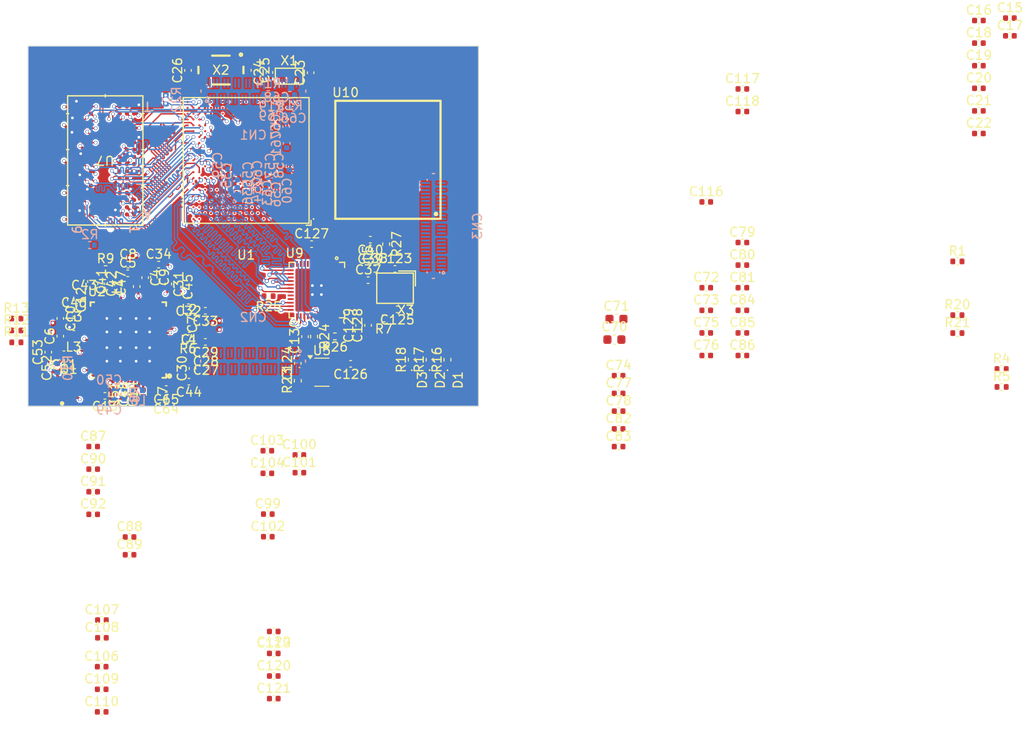
<source format=kicad_pcb>
(kicad_pcb (version 20241229) (generator "pcbnew") (generator_version "9.0")
  (layers (0 "F.Cu" signal) (4 "In1.Cu" signal "In1.Cu (GND)") (6 "In2.Cu" signal "In2.Cu (Sign)") (8 "In3.Cu" signal "In3.Cu (Sign)") (10 "In4.Cu" signal "In4.Cu (PWR)") (2 "B.Cu" signal) (13 "F.Paste" user) (15 "B.Paste" user) (5 "F.SilkS" user "F.Silkscreen") (7 "B.SilkS" user "B.Silkscreen") (1 "F.Mask" user) (3 "B.Mask" user) (25 "Edge.Cuts" user))
  (net 0 "")
  (net 24 "SDQ29")
  (net 25 "SDQ25")
  (net 26 "SDQ21")
  (net 27 "SDQ17")
  (net 29 "GND")
  (net 31 "SDQ9")
  (net 32 "SDQ10")
  (net 33 "SDQ8")
  (net 34 "SDQ11")
  (net 36 "SDQ12")
  (net 38 "SDQ13")
  (net 39 "SDQ15")
  (net 42 "SDQ14")
  (net 47 "SDQ0")
  (net 49 "SDQ2")
  (net 50 "SDQ1")
  (net 51 "SDQ4")
  (net 53 "SDQ5")
  (net 54 "SDQ6")
  (net 55 "SDQ7")
  (net 56 "SDQ3")
  (net 57 "SDQ28")
  (net 58 "SDQ24")
  (net 59 "SDQ19")
  (net 60 "SDQ31")
  (net 61 "SDQ30")
  (net 62 "SDQ27")
  (net 63 "SDQ26")
  (net 64 "SDQ23")
  (net 65 "SDQ22")
  (net 66 "SDQ20")
  (net 67 "SDQ18")
  (net 68 "SDQ16")
  (net 69 "DDR_A0")
  (net 70 "DDR_A14")
  (net 71 "DDR_A11")
  (net 72 "DDR_A10")
  (net 73 "DDR_A12")
  (net 74 "DDR_A1")
  (net 75 "DDR_A13")
  (net 76 "DDR_A7")
  (net 77 "DDR_A2")
  (net 78 "DDR_A3")
  (net 79 "DDR_A4")
  (net 80 "DDR_A8")
  (net 81 "DDR_A9")
  (net 82 "DDR_A5")
  (net 83 "DDR_A6")
  (net 84 "VCC3V3")
  (net 85 "VCC1V2_SYS")
  (net 86 "VCC1V2_CPU")
  (net 87 "Net-(L3-Pad1)")
  (net 88 "PWR_ON")
  (net 89 "CHG_LED")
  (net 90 "ELDO2")
  (net 91 "PG4")
  (net 92 "PG0")
  (net 93 "PG5")
  (net 94 "PG7")
  (net 95 "PG6")
  (net 96 "PG1")
  (net 97 "PG2")
  (net 98 "PG3")
  (net 99 "LINEIN_R")
  (net 100 "LINEIN_L")
  (net 101 "LINEOUT_R")
  (net 102 "LINEOUT_L")
  (net 103 "MICIN_2+")
  (net 104 "MICIN_2-")
  (net 105 "MICIN_1+")
  (net 106 "MICIN_1-")
  (net 107 "PG9")
  (net 108 "ENET_LED2")
  (net 109 "ENET_LED1")
  (net 110 "ENET_LED0")
  (net 111 "Net-(U9-REG_OUT)")
  (net 112 "DCDC4")
  (net 113 "PG10")
  (net 114 "UBOOT")
  (net 115 "PG11")
  (net 116 "PG8")
  (net 117 "TVOUT")
  (net 118 "VCC3V3_AUDIO")
  (net 119 "CPUX_FB")
  (net 120 "Net-(U2E-LX4)")
  (net 121 "+BATT")
  (net 122 "ELDO3")
  (net 123 "NTC")
  (net 124 "AXP_PWROK")
  (net 125 "ELDO1")
  (net 126 "/Power/CHSENCEN")
  (net 127 "/Power/IPSOUT")
  (net 128 "/Power/N_BATDRV")
  (net 129 "AXP_IRQ")
  (net 130 "VCC_RTC")
  (net 131 "/RAM/SDQM1")
  (net 132 "/RAM/SDQM0")
  (net 133 "/RAM/SVREF")
  (net 134 "/RAM/SBA1")
  (net 135 "/RAM/SCAS")
  (net 136 "/RAM/SRST")
  (net 137 "Net-(U1C-SZQ)")
  (net 139 "/RAM/SRAS")
  (net 140 "/RAM/SBA2")
  (net 141 "/RAM/SODT0")
  (net 142 "/RAM/SWE")
  (net 143 "/RAM/SBA0")
  (net 144 "/RAM/SCS0")
  (net 147 "/RAM/SDQM3")
  (net 148 "/RAM/SDQM2")
  (net 149 "/RAM/SCKE0")
  (net 152 "+5V")
  (net 153 "VCC1V5_DRAM")
  (net 154 "USB0_D+")
  (net 155 "USB2_D+")
  (net 156 "USB2_D-")
  (net 157 "Net-(U1H-PC5{slash}NAND_RE)")
  (net 158 "SDC0_D0")
  (net 159 "RGMII_RXCK")
  (net 160 "USB0_D-")
  (net 161 "USB1_D+")
  (net 162 "USB1_D-")
  (net 163 "USB3_D+")
  (net 164 "USB3_D-")
  (net 165 "/Storage/EMMC_DQ4")
  (net 166 "/Storage/EMMC_DQ0")
  (net 167 "/Storage/EMMC_DQ5")
  (net 168 "RGMII_RXD1")
  (net 170 "/Storage/EMMC_DQ1")
  (net 171 "/Storage/EMMC_DQ3")
  (net 172 "/Storage/EMMC_DQ7")
  (net 173 "SDC0_D2")
  (net 174 "RGMII_RXD3")
  (net 175 "/Storage/EMMC_DQ2")
  (net 176 "SDC0_D1")
  (net 177 "SDC0_CLK")
  (net 178 "/Storage/EMMC_CMD")
  (net 179 "RGMII_TXD3")
  (net 180 "RGMII_TXCK")
  (net 181 "RGMII_TXD2")
  (net 182 "SDC0_D3")
  (net 183 "/Storage/EMMC_DQ6")
  (net 184 "SDC0_CMD")
  (net 185 "RGMII_RXCTL")
  (net 187 "RGMII_TXD1")
  (net 188 "SDC0_DET")
  (net 189 "/Storage/EMMC_RST")
  (net 190 "RGMII_RXD2")
  (net 191 "RGMII_RXD0")
  (net 192 "RGMII_TXD0")
  (net 193 "RGMII_TXCTL")
  (net 194 "RGMII_CLKIN")
  (net 196 "RGMII_MDC")
  (net 197 "Net-(U2A-GPIO0)")
  (net 198 "/Power/LX_CHG")
  (net 199 "Net-(U2A-GPIO1{slash}PWREN)")
  (net 200 "AXP_SCL")
  (net 201 "AXP_SDA")
  (net 202 "/Power/CHSENCEP")
  (net 204 "Net-(L1-Pad1)")
  (net 205 "Net-(U2B-DC1SW)")
  (net 206 "Net-(U2A-VREF)")
  (net 208 "Net-(U2A-VINT)")
  (net 210 "Net-(U1A-X24MOUT)")
  (net 211 "Net-(U1A-X24MIN)")
  (net 212 "Net-(U2B-LX1)")
  (net 213 "Net-(U1A-X32KOUT)")
  (net 214 "Net-(U1A-X32KIN)")
  (net 259 "/Storage/EMMC_CLK")
  (net 290 "Net-(U10A-VDDI)")
  (net 338 "HTX0-")
  (net 339 "HTX0+")
  (net 340 "HTX1-")
  (net 341 "HTX1+")
  (net 342 "HTX2-")
  (net 343 "HTX2+")
  (net 344 "HTXC-")
  (net 345 "HTXC+")
  (net 346 "HCEC")
  (net 347 "HHPD")
  (net 348 "HSCL")
  (net 349 "HSDA")
  (net 350 "USB0_ID")
  (net 351 "Net-(U2F-DC5LDO)")
  (net 352 "Net-(L4-Pad1)")
  (net 354 "Net-(U2F-DC5SET)")
  (net 355 "DLDO3")
  (net 356 "DLDO2")
  (net 357 "DLDO1")
  (net 358 "DLDO4")
  (net 359 "JTAG_MS")
  (net 360 "PA9")
  (net 361 "JTAG_DI")
  (net 362 "PA17")
  (net 363 "SPI0_CS")
  (net 364 "PA19")
  (net 365 "SPI0_MISO")
  (net 366 "PA7")
  (net 367 "PA5")
  (net 368 "PA10")
  (net 369 "JTAG_CK")
  (net 370 "UART3_RX")
  (net 371 "SPI0_MOSI")
  (net 372 "PA8")
  (net 373 "TWI0_SDA")
  (net 374 "TWI0_SCK")
  (net 375 "PA21")
  (net 376 "PA20")
  (net 377 "PA18")
  (net 378 "UART3_CTS")
  (net 379 "SPI0_CLK")
  (net 380 "UART3_TX")
  (net 381 "JTAG_DO")
  (net 382 "UART3_RTS")
  (net 383 "PA4")
  (net 384 "PA6")
  (net 385 "RGMII_MDIO")
  (net 386 "ENET_MDI3-")
  (net 387 "ENET_MDI0-")
  (net 388 "ENET_MDI1+")
  (net 389 "ENET_MDI0+")
  (net 390 "ENET_MDI2-")
  (net 391 "ENET_MDI3+")
  (net 392 "ENET_MDI1-")
  (net 393 "ENET_MDI2+")
  (net 394 "Net-(U9-RSET)")
  (net 395 "/Ethernet/DVDD25")
  (net 396 "EMAC_PWR_EN")
  (net 397 "/Ethernet/AVDD10")
  (net 398 "/Ethernet/PHYRSTB")
  (net 400 "Net-(U9-INTB)")
  (net 401 "Net-(U9-CLK125)")
  (net 402 "/Ethernet/CKXTAL_OUT")
  (net 403 "/Ethernet/CKXTAL_IN")
  (net 404 "Net-(U9-PMEB)")
  (net 407 "Net-(U1B-VRA2)")
  (net 408 "Net-(U1E-VDD_EF_USEBP)")
  (net 409 "Net-(U1B-VRP)")
  (net 410 "Net-(U1B-VRA1)")
  (net 411 "Net-(D1-K)")
  (net 412 "Net-(D2-K)")
  (net 413 "Net-(D3-K)")
  (net 414 "Net-(U1A-NMI)")
  (net 415 "Net-(U1A-KEYADC)")
  (net 416 "STATLED_DISK")
  (net 417 "STATLED_ERR")
  (net 418 "/RAM/SDQS0-")
  (net 419 "/RAM/SDQS0+")
  (net 420 "/RAM/SDQS1+")
  (net 421 "/RAM/SDQS1-")
  (net 422 "/RAM/SDQS3+")
  (net 423 "/RAM/SDQS2+")
  (net 424 "/RAM/SDQS2-")
  (net 425 "/RAM/SDQS3-")
  (net 432 "Net-(U7-ZQ)")
  (net 433 "DDR_A15")
  (net 434 "/RAM/SCK+")
  (net 435 "/RAM/SCK-")
  (footprint "Capacitor_SMD:C_0402_1005Metric" (layer "F.Cu") (at 165.5544 90.548)
    (property "Reference" "C78")
    (property "Value" "1uF")
  )
  (footprint "Capacitor_SMD:C_0402_1005Metric" (layer "F.Cu") (at 130.75 82.27 90)
    (property "Reference" "C130")
    (property "Value" "0.1uF")
  )
  (footprint "easyeda2kicad:DFN-6L_L2.0-W2.0-P0.65-BL_WPM1481-6" (layer "F.Cu") (at 104.51 88.138)
    (property "Reference" "Q1")
    (property "Value" "WPM1481-6/TR")
  )
  (footprint "Capacitor_SMD:C_0402_1005Metric" (layer "F.Cu") (at 165.5544 94.488)
    (property "Reference" "C83")
    (property "Value" "1uF")
  )
  (footprint "Resistor_SMD:R_0402_1005Metric" (layer "F.Cu") (at 139.75 72 -90)
    (property "Reference" "R27")
    (property "Value" "0R")
  )
  (footprint "easyeda2kicad:BGA-347_L14.0-W14.0-R21-C21-P0.65-TL" (layer "F.Cu") (at 124.2134 62.701 180)
    (property "Reference" "U1")
    (property "Value" "H3")
  )
  (footprint "Capacitor_SMD:C_0402_1005Metric" (layer "F.Cu") (at 113 75.72 -90)
    (property "Reference" "C4")
    (property "Value" "10uF")
  )
  (footprint "Resistor_SMD:R_0402_1005Metric" (layer "F.Cu") (at 144.5768 84.838 90)
    (property "Reference" "R17")
    (property "Value" "330R")
  )
  (footprint "Capacitor_SMD:C_0402_1005Metric" (layer "F.Cu") (at 138.5 74.75)
    (property "Reference" "C38")
    (property "Value" "4.7uF")
  )
  (footprint "Capacitor_SMD:C_0402_1005Metric" (layer "F.Cu") (at 117.856 87.2744 180)
    (property "Reference" "C44")
    (property "Value" "10uF")
  )
  (footprint "Inductor_SMD:L_0402_1005Metric" (layer "F.Cu") (at 111.0488 76.685 90)
    (property "Reference" "L1")
    (property "Value" "1.5uH")
  )
  (footprint "Capacitor_SMD:C_0402_1005Metric" (layer "F.Cu") (at 179.2944 79.348)
    (property "Reference" "C84")
    (property "Value" "0.1uF")
  )
  (footprint "Inductor_SMD:L_0402_1005Metric" (layer "F.Cu") (at 117.884 80.4164)
    (property "Reference" "L2")
    (property "Value" "1.5uH")
  )
  (footprint "Capacitor_SMD:C_0402_1005Metric" (layer "F.Cu") (at 130.1216 97.3836)
    (property "Reference" "C101")
    (property "Value" "1uF")
  )
  (footprint "Capacitor_SMD:C_0402_1005Metric" (layer "F.Cu") (at 111.27 104.53)
    (property "Reference" "C88")
    (property "Value" "1uF")
  )
  (footprint "Capacitor_SMD:C_0402_1005Metric" (layer "F.Cu") (at 179.2944 71.818)
    (property "Reference" "C79")
    (property "Value" "0.1uF")
  )
  (footprint "Capacitor_SMD:C_0402_1005Metric" (layer "F.Cu") (at 127.2768 115.0204 180)
    (property "Reference" "C122")
    (property "Value" "0.1uF")
  )
  (footprint "easyeda2kicad:OSC-SMD_L2.0-W1.2" (layer "F.Cu") (at 128.9812 53.34 180)
    (property "Reference" "X1")
    (property "Value" "X201232768KLD2SI")
  )
  (footprint "Capacitor_SMD:C_0402_1005Metric" (layer "F.Cu") (at 205.5469 54.688)
    (property "Reference" "C20")
    (property "Value" "0.1uF")
  )
  (footprint "Inductor_SMD:L_0402_1005Metric" (layer "F.Cu") (at 136.5 72.985 -90)
    (property "Reference" "L5")
    (property "Value" "2.2uH")
  )
  (footprint "Capacitor_SMD:C_0402_1005Metric" (layer "F.Cu") (at 131.48 72)
    (property "Reference" "C127")
    (property "Value" "0.1uF")
  )
  (footprint "Inductor_SMD:L_0402_1005Metric" (layer "F.Cu") (at 113.792 88.646 -90)
    (property "Reference" "L7")
    (property "Value" "1.5uH")
  )
  (footprint "Capacitor_SMD:C_0402_1005Metric" (layer "F.Cu") (at 108.5368 88.8492 180)
    (property "Reference" "C13")
    (property "Value" "10uF")
  )
  (footprint "Capacitor_SMD:C_0402_1005Metric" (layer "F.Cu") (at 107.23 99.5)
    (property "Reference" "C91")
    (property "Value" "0.1uF")
  )
  (footprint "Capacitor_SMD:C_0402_1005Metric" (layer "F.Cu") (at 179.2944 84.368)
    (property "Reference" "C86")
    (property "Value" "0.1uF")
  )
  (footprint "Capacitor_SMD:C_0402_1005Metric" (layer "F.Cu") (at 115.57 76.4312 -90)
    (property "Reference" "C31")
    (property "Value" "4.7uF")
  )
  (footprint "Capacitor_SMD:C_0402_1005Metric" (layer "F.Cu") (at 106.2228 77.724)
    (property "Reference" "C43")
    (property "Value" "10uF")
  )
  (footprint "Capacitor_SMD:C_0402_1005Metric" (layer "F.Cu") (at 127.2768 119.9688)
    (property "Reference" "C120")
    (property "Value" "0.1uF")
  )
  (footprint "Capacitor_SMD:C_0402_1005Metric" (layer "F.Cu") (at 105.0824 81.234)
    (property "Reference" "C3")
    (property "Value" "10uF")
  )
  (footprint "Capacitor_SMD:C_0402_1005Metric" (layer "F.Cu") (at 126.6164 101.9856)
    (property "Reference" "C99")
    (property "Value" "10uF")
  )
  (footprint "Resistor_SMD:R_0402_1005Metric" (layer "F.Cu") (at 108.6084 74.7776)
    (property "Reference" "R9")
    (property "Value" "10mR")
  )
  (footprint "Capacitor_SMD:C_0402_1005Metric" (layer "F.Cu") (at 126.6164 104.4956)
    (property "Reference" "C102")
    (property "Value" "0.1uF")
  )
  (footprint "Capacitor_SMD:C_0402_1005Metric" (layer "F.Cu") (at 108.176 121.442)
    (property "Reference" "C109")
    (property "Value" "0.1uF")
  )
  (footprint "Capacitor_SMD:C_0402_1005Metric" (layer "F.Cu") (at 179.2944 57.268)
    (property "Reference" "C118")
    (property "Value" "0.1uF")
  )
  (footprint "Capacitor_SMD:C_0402_1005Metric" (layer "F.Cu") (at 108.176 123.952)
    (property "Reference" "C110")
    (property "Value" "0.1uF")
  )
  (footprint "Capacitor_SMD:C_0402_1005Metric" (layer "F.Cu") (at 117.7544 52.7024 90)
    (property "Reference" "C26")
    (property "Value" "15pF")
  )
  (footprint "Capacitor_SMD:C_0402_1005Metric" (layer "F.Cu") (at 113.9652 75.6692 -90)
    (property "Reference" "C9")
    (property "Value" "10uF")
  )
  (footprint "Resistor_SMD:R_0402_1005Metric" (layer "F.Cu") (at 129.9464 87.1728 90)
    (property "Reference" "R23")
    (property "Value" "20K")
  )
  (footprint "Capacitor_SMD:C_0402_1005Metric" (layer "F.Cu") (at 205.5469 57.198)
    (property "Reference" "C21")
    (property "Value" "0.1uF")
  )
  (footprint "LED_SMD:LED_0402_1005Metric" (layer "F.Cu") (at 146.558 87.0942 -90)
    (property "Reference" "D1")
    (property "Value" "RED")
  )
  (footprint "Capacitor_SMD:C_0402_1005Metric" (layer "F.Cu") (at 131.3688 52.9616 90)
    (property "Reference" "C23")
    (property "Value" "15pF")
  )
  (footprint "Capacitor_SMD:C_0402_1005Metric" (layer "F.Cu") (at 107.23 96.99)
    (property "Reference" "C90")
    (property "Value" "0.1uF")
  )
  (footprint "Capacitor_SMD:C_0402_1005Metric" (layer "F.Cu") (at 114.5 74.2696)
    (property "Reference" "C34")
    (property "Value" "4.7uF")
  )
  (footprint "Resistor_SMD:R_0402_1005Metric" (layer "F.Cu") (at 134.0612 82.2452 180)
    (property "Reference" "R26")
    (property "Value" "4K7")
  )
  (footprint "Capacitor_SMD:C_0402_1005Metric" (layer "F.Cu") (at 126.5636 97.454)
    (property "Reference" "C104")
    (property "Value" "0.1uF")
  )
  (footprint "Capacitor_SMD:C_0402_1005Metric" (layer "F.Cu") (at 116.586 76.7588 -90)
    (property "Reference" "C45")
    (property "Value" "10uF")
  )
  (footprint "LED_SMD:LED_0402_1005Metric" (layer "F.Cu") (at 142.5956 87.0871 -90)
    (property "Reference" "D3")
    (property "Value" "RED")
  )
  (footprint "Capacitor_SMD:C_0402_1005Metric" (layer "F.Cu") (at 104.7496 78.1812 -90)
    (property "Reference" "C12")
    (property "Value" "1uF")
  )
  (footprint "Capacitor_SMD:C_0603_1608Metric" (layer "F.Cu") (at 165.087 82.6008)
    (property "Reference" "C70")
    (property "Value" "22uF")
  )
  (footprint "Capacitor_SMD:C_0603_1608Metric" (layer "F.Cu") (at 165.3162 80.3148)
    (property "Reference" "C71")
    (property "Value" "22uF")
  )
  (footprint "easyeda2kicad:CRYSTAL-SMD_4P-L3.2-W2.5-BL" (layer "F.Cu") (at 140.7404 76.8936 180)
    (property "Reference" "X3")
    (property "Value" "5YAA25000121TF25E2")
  )
  (footprint "Resistor_SMD:R_0402_1005Metric" (layer "F.Cu") (at 126.6972 77.7748 180)
    (property "Reference" "R25")
    (property "Value" "4K7")
  )
  (footprint "Capacitor_SMD:C_0402_1005Metric" (layer "F.Cu") (at 103.9876 84.2264 180)
    (property "Reference" "C11")
    (property "Value" "1uF")
  )
  (footprint "Capacitor_SMD:C_0402_1005Metric" (layer "F.Cu") (at 107.23 94.48)
    (property "Reference" "C87")
    (property "Value" "10uF")
  )
  (footprint "Resistor_SMD:R_0402_1005Metric" (layer "F.Cu") (at 208.0694 85.868)
    (property "Reference" "R4")
    (property "Value" "10K")
  )
  (footprint "Resistor_SMD:R_0402_1005Metric" (layer "F.Cu") (at 203.1594 73.918)
    (property "Reference" "R1")
    (property "Value" "240R")
  )
  (footprint "Resistor_SMD:R_0402_1005Metric" (layer "F.Cu") (at 203.1594 81.878)
    (property "Reference" "R21")
    (property "Value" "2K")
  )
  (footprint "Resistor_SMD:R_0402_1005Metric" (layer "F.Cu") (at 98.7024 80.264)
    (property "Reference" "R13")
    (property "Value" "51K")
  )
  (footprint "LED_SMD:LED_0402_1005Metric" (layer "F.Cu") (at 144.5768 87.0871 -90)
    (property "Reference" "D2")
    (property "Value" "YELLOW")
  )
  (footprint "Capacitor_SMD:C_0402_1005Metric" (layer "F.Cu") (at 119.6848 82.8548 180)
    (property "Reference" "C29")
    (property "Value" "10uF")
  )
  (footprint "Capacitor_SMD:C_0402_1005Metric" (layer "F.Cu") (at 106.9848 76.1492 -90)
    (property "Reference" "C41")
    (property "Value" "10uF")
  )
  (footprint "Capacitor_SMD:C_0402_1005Metric" (layer "F.Cu") (at 112.776 88.6688 90)
    (property "Reference" "C14")
    (property "Value" "10uF")
  )
  (footprint "Capacitor_SMD:C_0402_1005Metric" (layer "F.Cu") (at 105.1052 79.6544)
    (property "Reference" "C46")
    (property "Value" "10uF")
  )
  (footprint "Capacitor_SMD:C_0402_1005Metric" (layer "F.Cu") (at 205.5469 59.708)
    (property "Reference" "C22")
    (property "Value" "0.1uF")
  )
  (footprint "Capacitor_SMD:C_0402_1005Metric" (layer "F.Cu") (at 126.7968 52.9336 90)
    (property "Reference" "C24")
    (property "Value" "15pF")
  )
  (footprint "Capacitor_SMD:C_0402_1005Metric" (layer "F.Cu") (at 126.5636 94.944)
    (property "Reference" "C103")
    (property "Value" "0.1uF")
  )
  (footprint "Capacitor_SMD:C_0402_1005Metric" (layer "F.Cu") (at 175.2844 84.368)
    (property "Reference" "C76")
    (property "Value" "10uF")
  )
  (footprint "Capacitor_SMD:C_0402_1005Metric" (layer "F.Cu") (at 136.75 81.02 90)
    (property "Reference" "C129")
    (property "Value" "4.7uF")
  )
  (footprint "Capacitor_SMD:C_0402_1005Metric" (layer "F.Cu") (at 117.9068 81.4324 180)
    (property "Reference" "C1")
    (property "Value" "10uF")
  )
  (footprint "Capacitor_SMD:C_0402_1005Metric" (layer "F.Cu") (at 165.5544 86.608)
    (property "Reference" "C74")
    (property "Value" "1uF")
  )
  (footprint "Capacitor_SMD:C_0402_1005Metric" (layer "F.Cu") (at 111.0716 75.2348)
    (property "Reference" "C5")
    (property "Value" "1nF")
  )
  (footprint "Capacitor_SMD:C_0402_1005Metric" (layer "F.Cu") (at 205.5469 47.158)
    (property "Reference" "C16")
    (property "Value" "0.1uF")
  )
  (footprint "Capacitor_SMD:C_0402_1005Metric" (layer "F.Cu") (at 111.27 106.5)
    (property "Reference" "C89")
    (property "Value" "1uF")
  )
  (footprint "Resistor_SMD:R_0402_1005Metric" (layer "F.Cu") (at 131.75 82.26 -90)
    (property "Reference" "R24")
    (property "Value" "4K7")
  )
  (footprint "Capacitor_SMD:C_0402_1005Metric" (layer "F.Cu") (at 111.8108 88.6688 90)
    (property "Reference" "C48")
    (property "Value" "10uF")
  )
  (footprint "footprints:FBGA96_MRN" (layer "F.Cu") (at 108.575 62.7 180)
    (property "Reference" "U7")
    (property "Value" "MT41K512M16VRP-107 IT:P")
  )
  (footprint "Capacitor_SMD:C_0402_1005Metric" (layer "F.Cu") (at 205.5469 52.178)
    (property "Reference" "C19")
    (property "Value" "0.1uF")
  )
  (footprint "Capacitor_SMD:C_0402_1005Metric" (layer "F.Cu") (at 179.2944 81.858)
    (property "Reference" "C85")
    (property "Value" "0.1uF")
  )
  (footprint "Capacitor_SMD:C_0402_1005Metric" (layer "F.Cu") (at 108.2008 115.7224)
    (property "Reference" "C108")
    (property "Value" "1uF")
  )
  (footprint "Capacitor_SMD:C_0402_1005Metric" (layer "F.Cu") (at 110.6932 88.6968 90)
    (property "Reference" "C51")
    (property "Value" "1uF")
  )
  (footprint "Resistor_SMD:R_0402_1005Metric" (layer "F.Cu") (at 117.7544 82.4484 180)
    (property "Reference" "R6")
    (property "Value" "0")
  )
  (footprint "Capacitor_SMD:C_0402_1005Metric" (layer "F.Cu") (at 205.5469 49.668)
    (property "Reference" "C18")
    (property "Value" "0.1uF")
  )
  (footprint "Capacitor_SMD:C_0402_1005Metric" (layer "F.Cu") (at 175.2844 67.308)
    (property "Reference" "C116")
    (property "Value" "0.1uF")
  )
  (footprint "Capacitor_SMD:C_0402_1005Metric" (layer "F.Cu") (at 102.25 84 90)
    (property "Reference" "C53")
    (property "Value" "10uF")
  )
  (footprint "Resistor_SMD:R_0402_1005Metric" (layer "F.Cu") (at 139.48 80.25 180)
    (property "Reference" "R7")
    (property "Value" "2K49")
  )
  (footprint "Capacitor_SMD:C_0402_1005Metric" (layer "F.Cu") (at 115.316 89.154 180)
    (property "Reference" "C64")
    (property "Value" "10uF")
  )
  (footprint "Package_TO_SOT_SMD:SOT-23-5" (layer "F.Cu") (at 132.6189 86.2228)
    (property "Reference" "U5")
    (property "Value" "AP2127K-2.5")
  )
  (footprint "Capacitor_SMD:C_0402_1005Metric" (layer "F.Cu") (at 179.2944 54.758)
    (property "Reference" "C117")
    (property "Value" "0.1uF")
  )
  (footprint "Capacitor_SMD:C_0402_1005Metric" (layer "F.Cu") (at 108.1024 76.4032 -90)
    (property "Reference" "C42")
    (property "Value" "0.1uF")
  )
  (footprint "easyeda2kicad:CRYSTAL-SMD_4P-L5.0-W3.2-BL" (layer "F.Cu") (at 121.412 52.6605 180)
    (property "Reference" "X2")
    (property "Value" "SMD-5032_4P 24M 20pf")
  )
  (footprint "Capacitor_SMD:C_0402_1005Metric" (layer "F.Cu") (at 125.1204 52.6796 -90)
    (property "Reference" "C25")
    (property "Value" "15pF")
  )
  (footprint "Resistor_SMD:R_0402_1005Metric" (layer "F.Cu") (at 98.7044 81.5848)
    (property "Reference" "R12")
    (property "Value" "2.2K")
  )
  (footprint "Capacitor_SMD:C_0402_1005Metric" (layer "F.Cu") (at 165.5544 88.578)
    (property "Reference" "C77")
    (property "Value" "1uF")
  )
  (footprint "Capacitor_SMD:C_0402_1005Metric" (layer "F.Cu") (at 108.176 118.932)
    (property "Reference" "C106")
    (property "Value" "10uF")
  )
  (footprint "Capacitor_SMD:C_0402_1005Metric" (layer "F.Cu") (at 208.9869 48.858)
    (property "Reference" "C17")
    (property "Value" "1uF")
  )
  (footprint "Resistor_SMD:R_0402_1005Metric" (layer "F.Cu") (at 98.7044 82.9056)
    (property "Reference" "R11")
    (property "Value" "2.2K")
  )
  (footprint "Capacitor_SMD:C_0402_1005Metric" (layer "F.Cu") (at 179.2944 76.838)
    (property "Reference" "C81")
    (property "Value" "10uF")
  )
  (footprint "Capacitor_SMD:C_0402_1005Metric" (layer "F.Cu") (at 137.75 76)
    (property "Reference" "C37")
    (property "Value" "0.1uF")
  )
  (footprint "easyeda2kicad:QFN-48_L6.0-W6.0-P0.40-BL-EP3.8" (layer "F.Cu") (at 132.0644 77.1 180)
    (property "Reference" "U9")
    (property "Value" "RTL8211E-VB-CG")
  )
  (footprint "Capacitor_SMD:C_0402_1005Metric" (layer "F.Cu") (at 175.2844 79.348)
    (property "Reference" "C73")
    (property "Value" "10uF")
  )
  (footprint "Capacitor_SMD:C_0402_1005Metric" (layer "F.Cu") (at 117.8052 78.2828 180)
    (property "Reference" "C32")
    (property "Value" "4.7uF")
  )
  (footprint "Capacitor_SMD:C_0402_1005Metric" (layer "F.Cu") (at 208.9869 46.888)
    (property "Reference" "C15")
    (property "Value" "1uF")
  )
  (footprint "Resistor_SMD:R_0402_1005Metric" (layer "F.Cu") (at 208.0694 87.858)
    (property "Reference" "R5")
    (property "Value" "33R")
  )
  (footprint "Resistor_SMD:R_0402_1005Metric" (layer "F.Cu") (at 146.558 84.838 90)
    (property "Reference" "R16")
    (property "Value" "330R")
  )
  (footprint "Capacitor_SMD:C_0402_1005Metric" (layer "F.Cu") (at 130.1216 95.4136)
    (property "Reference" "C100")
    (property "Value" "1uF")
  )
  (footprint "Capacitor_SMD:C_0402_1005Metric" (layer "F.Cu") (at 175.2844 81.858)
    (property "Reference" "C75")
    (property "Value" "0.1uF")
  )
  (footprint "Capacitor_SMD:C_0402_1005Metric" (layer "F.Cu") (at 111.0996 74.2696)
    (property "Reference" "C8")
    (property "Value" "10uF")
  )
  (footprint "easyeda2kicad:VFBGA-153_L13.0-W11.5-P0.50-BL_SKYHIGHMEMORY_S40FC004C1B1I00000" (layer "F.Cu") (at 139.95 62.675 90)
    (property "Reference" "U10")
    (property "Value" "XT28EG32GA4YJECGA")
  )
  (footprint "Capacitor_SMD:C_0402_1005Metric" (layer "F.Cu") (at 112.0648 76.708 -90)
    (property "Reference" "C2" (hide yes))
    (property "Value" "10uF")
  )
  (footprint "Capacitor_SMD:C_0402_1005Metric" (layer "F.Cu") (at 140.73 74.75)
    (property "Reference" "C123")
    (property "Value" "27pF")
  )
  (footprint "Capacitor_SMD:C_0402_1005Metric" (layer "F.Cu") (at 115.3388 88.0872 180)
    (property "Reference" "C65")
    (property "Value" "1nF")
  )
  (footprint "Capacitor_SMD:C_0402_1005Metric" (layer "F.Cu") (at 179.2944 74.328)
    (property "Reference" "C80")
    (property "Value" "0.1uF")
  )
  (footprint "Capacitor_SMD:C_0402_1005Metric" (layer "F.Cu") (at 108.2008 113.7524)
    (property "Reference" "C107")
    (property "Value" "1uF")
  )
  (footprint "Capacitor_SMD:C_0402_1005Metric" (layer "F.Cu") (at 107.23 102.01)
    (property "Reference" "C92")
    (property "Value" "0.1uF")
  )
  (footprint "Capacitor_SMD:C_0402_1005Metric" (layer "F.Cu") (at 140.98 79.244 180)
    (property "Reference" "C125")
    (property "Value" "27pF")
  )
  (footprint "easyeda2kicad:QFN-68_L8.0-W8.0-P0.40-TL-EP5.7" (layer "F.Cu") (at 111.1328 82.6468 180)
    (property "Reference" "U2")
    (property "Value" "AXP223_C2997893")
  )
  (footprint "Capacitor_SMD:C_0402_1005Metric" (layer "F.Cu") (at 137.75 81.02 90)
    (property "Reference" "C128")
    (property "Value" "4.7uF")
  )
  (footprint "Capacitor_SMD:C_0402_1005Metric" (layer "F.Cu") (at 138 72.5 180)
    (property "Reference" "C39")
    (property "Value" "0.1uF")
  )
  (footprint "Capacitor_SMD:C_0402_1005Metric" (layer "F.Cu") (at 119.7356 83.8708 180)
    (property "Reference" "C28")
    (property "Value" "1nF")
  )
  (footprint "Inductor_SMD:L_0402_1005Metric" (layer "F.Cu") (at 117.7774 83.82)
    (property "Reference" "L4")
    (property "Value" "1.5uH")
  )
  (footprint "Resistor_SMD:R_0402_1005Metric" (layer "F.Cu") (at 203.1594 79.888)
    (property "Reference" "R20")
    (property "Value" "2K")
  )
  (footprint "Capacitor_SMD:C_0402_1005Metric" (layer "F.Cu") (at 127.2768 122.4788)
    (property "Reference" "C121")
    (property "Value" "0.1uF")
  )
  (footprint "Capacitor_SMD:C_0402_1005Metric" (layer "F.Cu") (at 119.6848 79.4004 180)
    (property "Reference" "C33")
    (property "Value" "4.7uF")
  )
  (footprint "Capacitor_SMD:C_0402_1005Metric" (layer "F.Cu") (at 103.25 85.75 90)
    (property "Reference" "C52")
    (property "Value" "1uF")
  )
  (footprint "Capacitor_SMD:C_0402_1005Metric" (layer "F.Cu") (at 118.2624 85.8012 90)
    (property "Reference" "C30")
    (property "Value" "4.7uF")
  )
  (footprint "Capacitor_SMD:C_0402_1005Metric" (layer "F.Cu") (at 109.1692 76.3524 -90)
    (property "Reference" "C47")
    (property "Value" "10uF")
  )
  (footprint "Capacitor_SMD:C_0402_1005Metric" (layer "F.Cu") (at 127.2768 117.4588)
    (property "Reference" "C119")
    (property "Value" "0.1uF")
  )
  (footprint "Capacitor_SMD:C_0402_1005Metric" (layer "F.Cu") (at 103.5812 80.25 -90)
    (property "Reference" "C10")
    (property "Value" "10uF")
  )
  (footprint "Capacitor_SMD:C_0402_1005Metric" (layer "F.Cu") (at 103.5812 82.2172 90)
    (property "Reference" "C6")
    (property "Value" "1nF")
  )
  (footprint "Inductor_SMD:L_0402_1005Metric" (layer "F.Cu") (at 105.0544 82.25 180)
    (property "Reference" "L3")
    (property "Value" "1.5uH")
  )
  (footprint "Capacitor_SMD:C_0402_1005Metric" (layer "F.Cu") (at 175.2844 76.838)
    (property "Reference" "C72")
    (property "Value" "10uF")
  )
  (footprint "Capacitor_SMD:C_0402_1005Metric" (layer "F.Cu") (at 119.7356 84.836 180)
    (property "Reference" "C27")
    (property "Value" "10uF")
  )
  (footprint "Resistor_SMD:R_0402_1005Metric" (layer "F.Cu") (at 142.5956 84.838 90)
    (property "Reference" "R18")
    (property "Value" "330R")
  )
  (footprint "Capacitor_SMD:C_0402_1005Metric" (layer "F.Cu") (at 129.9464 85.2424 90)
    (property "Reference" "C124")
    (property "Value" "0.1uF")
  )
  (footprint "Capacitor_SMD:C_0402_1005Metric" (layer "F.Cu") (at 119.408 80.9244 90)
    (property "Reference" "C7")
    (property "Value" "1nF")
  )
  (footprint "Capacitor_SMD:C_0402_1005Metric" (layer "F.Cu") (at 135.8112 85.2932 180)
    (property "Reference" "C126")
    (property "Value" "0.1uF")
  )
  (footprint "Capacitor_SMD:C_0402_1005Metric" (layer "F.Cu") (at 165.5544 92.518)
    (property "Reference" "C82")
    (property "Value" "1uF")
  )
  (footprint "Capacitor_SMD:C_0402_1005Metric" (layer "F.Cu") (at 138 71.5 180)
    (property "Reference" "C40")
    (property "Value" "4.7uF")
  )
  (footprint "Capacitor_SMD:C_0402_1005Metric" (layer "B.Cu") (at 129.0138 63.2766 -90)
    (property "Reference" "C58")
    (property "Value" "1uF")
  )
  (footprint "Capacitor_SMD:C_0402_1005Metric" (layer "B.Cu") (at 128.0486 63.2994 -90)
    (property "Reference" "C57")
    (property "Value" "0.1uF")
  )
  (footprint "Capacitor_SMD:C_0402_1005Metric" (layer "B.Cu") (at 124.2134 65.941 90)
    (property "Reference" "C54")
    (property "Value" "0.1uF")
  )
  (footprint "Resistor_SMD:R_0402_1005Metric" (layer "B.Cu") (at 103.25 85.75 90)
    (property "Reference" "R10")
    (property "Value" "10mR")
  )
  (footprint "Capacitor_SMD:C_0402_1005Metric" (layer "B.Cu") (at 122.2 63.2 -90)
    (property "Reference" "C59")
    (property "Value" "0.1uF")
  )
  (footprint "Resistor_SMD:R_0402_1005Metric" (layer "B.Cu") (at 115.3 55.935 90)
    (property "Reference" "R22")
    (property "Value" "100R")
  )
  (footprint "Capacitor_SMD:C_0402_1005Metric" (layer "B.Cu") (at 123.2226 66.195 90)
    (property "Reference" "C36")
    (property "Value" "0.1uF")
  )
  (footprint "Capacitor_SMD:C_0402_1005Metric" (layer "B.Cu") (at 127.0326 58.9306 180)
    (property "Reference" "C69")
    (property "Value" "4.7uF")
  )
  (footprint "Resistor_SMD:R_0402_1005Metric" (layer "B.Cu") (at 110.6932 88.6968 90)
    (property "Reference" "R8")
    (property "Value" "10mR")
  )
  (footprint "Capacitor_SMD:C_0402_1005Metric" (layer "B.Cu") (at 127.5914 66.0654 90)
    (property "Reference" "C60")
    (property "Value" "0.1uF")
  )
  (footprint "Resistor_SMD:R_0402_1005Metric" (layer "B.Cu") (at 129.0646 55.4254)
    (property "Reference" "R15")
    (property "Value" "100K")
  )
  (footprint "Capacitor_SMD:C_0402_1005Metric" (layer "B.Cu") (at 123.2226 64.3662 -90)
    (property "Reference" "C35")
    (property "Value" "1uF")
  )
  (footprint "Capacitor_SMD:C_0402_1005Metric" (layer "B.Cu") (at 128.6582 58.9306 -90)
    (property "Reference" "C67")
    (property "Value" "0.1uF")
  )
  (footprint "Capacitor_SMD:C_0402_1005Metric" (layer "B.Cu") (at 129.471 56.8478)
    (property "Reference" "C66")
    (property "Value" "10uF")
  )
  (footprint "easyeda2kicad:CONN-SMD_YXT-BB10-50P-02" (layer "B.Cu") (at 125 85 180)
    (property "Reference" "CN2")
    (property "Value" "YXT-BB10-50P-02")
  )
  (footprint "Resistor_SMD:R_0402_1005Metric" (layer "B.Cu") (at 106.85 72.1 180)
    (property "Reference" "R2")
    (property "Value" "240R")
  )
  (footprint "Capacitor_SMD:C_0402_1005Metric" (layer "B.Cu") (at 109 89.25)
    (property "Reference" "C49")
    (property "Value" "10uF")
  )
  (footprint "Capacitor_SMD:C_0402_1005Metric" (layer "B.Cu") (at 125.407 66.2966 90)
    (property "Reference" "C63")
    (property "Value" "1uF")
  )
  (footprint "Resistor_SMD:R_0402_1005Metric" (layer "B.Cu") (at 126.677 55.3238 180)
    (property "Reference" "R14")
    (property "Value" "47K")
  )
  (footprint "easyeda2kicad:CONN-SMD_YXT-BB10-50P-02" (layer "B.Cu") (at 125 55)
    (property "Reference" "CN1")
    (property "Value" "YXT-BB10-50P-02")
  )
  (footprint "Capacitor_SMD:C_0402_1005Metric" (layer "B.Cu") (at 128.709 60.8102 -90)
    (property "Reference" "C61")
    (property "Value" "4.7uF")
  )
  (footprint "Resistor_SMD:R_0402_1005Metric" (layer "B.Cu") (at 127.0326 57.8638 180)
    (property "Reference" "R19")
    (property "Value" "220K")
  )
  (footprint "easyeda2kicad:CONN-SMD_YXT-BB10-50P-02" (layer "B.Cu") (at 145 70 90)
    (property "Reference" "CN3")
    (property "Value" "YXT-BB10-50P-02")
  )
  (footprint "Inductor_SMD:L_0402_1005Metric" (layer "B.Cu") (at 112.235 88.2396)
    (property "Reference" "L6")
    (property "Value" "1.5uH")
  )
  (footprint "Capacitor_SMD:C_0402_1005Metric" (layer "B.Cu") (at 127.5914 56.8478 180)
    (property "Reference" "C68")
    (property "Value" "1uF")
  )
  (footprint "Capacitor_SMD:C_0402_1005Metric" (layer "B.Cu") (at 126.3722 66.4718 90)
    (property "Reference" "C56")
    (property "Value" "0.1uF")
  )
  (footprint "Capacitor_SMD:C_0402_1005Metric" (layer "B.Cu") (at 125.5594 64.2418 -90)
    (property "Reference" "C55")
    (property "Value" "0.1uF")
  )
  (footprint "Capacitor_SMD:C_0402_1005Metric" (layer "B.Cu") (at 109 88.25 180)
    (property "Reference" "C50")
    (property "Value" "10uF")
  )
  (footprint "Capacitor_SMD:C_0402_1005Metric" (layer "B.Cu") (at 126.6262 64.1122 -90)
    (property "Reference" "C62")
    (property "Value" "0.1uF")
  )
  (gr_rect (start 100 50) (end 150 90) (stroke (width 0.1)) (fill no) (layer "Edge.Cuts"))
  (segment (start 126.1634 62.701) (end 126.5322 62.3322) (width 0.25) (layer "F.Cu") (net 29))
  (segment (start 121.6134 64.651) (end 120.9634 64.001) (width 0.25) (layer "F.Cu") (net 29))
  (segment (start 106.175 62.3) (end 106.175 62.275) (width 0.3) (layer "F.Cu") (net 29))
  (segment (start 126.4446 62.3322) (end 126.5322 62.3322) (width 0.25) (layer "F.Cu") (net 29))
  (segment (start 107.1828 82.2468) (end 110.7328 82.2468) (width 0.25) (layer "F.Cu") (net 29))
  (segment (start 105.250001 58.300001) (end 104.925 57.975) (width 0.3) (layer "F.Cu") (net 29))
  (segment (start 122.9134 60.101) (end 122.2634 60.751) (width 0.25) (layer "F.Cu") (net 29))
  (segment (start 124.901 60.101) (end 125.2072 60.4072) (width 0.25) (layer "F.Cu") (net 29))
  (segment (start 124.3322 61.9322) (end 124.2134 62.051) (width 0.25) (layer "F.Cu") (net 29))
  (segment (start 122.2634 60.751) (end 122.9134 61.401) (width 0.25) (layer "F.Cu") (net 29))
  (segment (start 126.4884 63.676) (end 126.8134 63.351) (width 0.25) (layer "F.Cu") (net 29))
  (segment (start 123.5634 64.651) (end 122.9134 64.001) (width 0.25) (layer "F.Cu") (net 29))
  (segment (start 124.2134 61.401) (end 124.8634 62.051) (width 0.25) (layer "F.Cu") (net 29))
  (segment (start 113.5328 86.5968) (end 113.5328 85.0468) (width 0.25) (layer "F.Cu") (net 29))
  (segment (start 124.8634 61.401) (end 124.3322 61.9322) (width 0.25) (layer "F.Cu") (net 29))
  (segment (start 121.6134 62.701) (end 121.3072 63.0072) (width 0.25) (layer "F.Cu") (net 29))
  (segment (start 124.2134 62.051) (end 123.5634 61.401) (width 0.25) (layer "F.Cu") (net 29))
  (segment (start 125.5134 64.001) (end 125.1884 63.676) (width 0.25) (layer "F.Cu") (net 29))
  (segment (start 122.9134 62.051) (end 123.5634 61.401) (width 0.25) (layer "F.Cu") (net 29))
  (segment (start 125.8062 61.7582) (end 125.8062 61.6938) (width 0.25) (layer "F.Cu") (net 29))
  (segment (start 121.6134 63.351) (end 121.3072 63.0448) (width 0.25) (layer "F.Cu") (net 29))
  (segment (start 125.8062 61.6938) (end 126.1634 62.051) (width 0.25) (layer "F.Cu") (net 29))
  (segment (start 122.2634 63.351) (end 122.5884 63.676) (width 0.25) (layer "F.Cu") (net 29))
  (segment (start 121.9384 62.376) (end 122.2634 62.051) (width 0.25) (layer "F.Cu") (net 29))
  (segment (start 126.1634 63.351) (end 126.4312 63.0832) (width 0.25) (layer "F.Cu") (net 29))
  (segment (start 124.5384 62.376) (end 124.8634 62.051) (width 0.25) (layer "F.Cu") (net 29))
  (segment (start 105.375 58.300001) (end 105.250001 58.300001) (width 0.3) (layer "F.Cu") (net 29))
  (segment (start 126.1634 63.351) (end 125.8572 63.6572) (width 0.25) (layer "F.Cu") (net 29))
  (segment (start 125.5134 62.051) (end 125.8062 61.7582) (width 0.25) (layer "F.Cu") (net 29))
  (segment (start 124.2134 61.401) (end 123.5634 62.051) (width 0.25) (layer "F.Cu") (net 29))
  (segment (start 124.8634 62.051) (end 125.5134 61.401) (width 0.25) (layer "F.Cu") (net 29))
  (segment (start 111.775 66.27825) (end 111.375 65.87825) (width 0.3) (layer "F.Cu") (net 29))
  (segment (start 111.775 67.9) (end 111.95 67.9) (width 0.3) (layer "F.Cu") (net 29))
  (segment (start 124.2134 62.051) (end 124.5384 62.376) (width 0.25) (layer "F.Cu") (net 29))
  (segment (start 125.8384 62.376) (end 126.1634 62.051) (width 0.25) (layer "F.Cu") (net 29))
  (segment (start 126.1634 62.701) (end 125.8384 62.376) (width 0.25) (layer "F.Cu") (net 29))
  (segment (start 105.375 67.925) (end 105.725 68.275) (width 0.3) (layer "F.Cu") (net 29))
  (segment (start 125.1884 63.026) (end 125.5134 62.701) (width 0.25) (layer "F.Cu") (net 29))
  (segment (start 126.1634 62.701) (end 125.5134 63.351) (width 0.25) (layer "F.Cu") (net 29))
  (segment (start 121.3072 63.0072) (end 120.9634 63.351) (width 0.25) (layer "F.Cu") (net 29))
  (segment (start 111.775 58.300001) (end 112.434369 58.300001) (width 0.3) (layer "F.Cu") (net 29))
  (segment (start 105.375 68.7) (end 105.375 67.9) (width 0.3) (layer "F.Cu") (net 29))
  (segment (start 105.375 64.7) (end 105.375 64.675) (width 0.3) (layer "F.Cu") (net 29))
  (segment (start 125.5134 64.001) (end 126.1634 64.651) (width 0.25) (layer "F.Cu") (net 29))
  (segment (start 110 67.9) (end 109.7 68.2) (width 0.3) (layer "F.Cu") (net 29))
  (segment (start 125.5134 62.701) (end 125.1884 62.376) (width 0.25) (layer "F.Cu") (net 29))
  (segment (start 120.9634 63.351) (end 121.2822 63.6698) (width 0.25) (layer "F.Cu") (net 29))
  (segment (start 112.075001 59.900001) (end 112.3 60.125) (width 0.3) (layer "F.Cu") (net 29))
  (segment (start 123.9446 59.8322) (end 123.8322 59.8322) (width 0.25) (layer "F.Cu") (net 29))
  (segment (start 123.8884 62.376) (end 124.2134 62.051) (width 0.25) (layer "F.Cu") (net 29))
  (segment (start 112.8 57.93437) (end 112.8 57.025) (width 0.3) (layer "F.Cu") (net 29))
  (segment (start 122.9134 60.751) (end 123.5634 61.401) (width 0.25) (layer "F.Cu") (net 29))
  (segment (start 122.2634 62.051) (end 122.9134 61.401) (width 0.25) (layer "F.Cu") (net 29))
  (segment (start 106.175 66.3) (end 106.175 65.5) (width 0.3) (layer "F.Cu") (net 29))
  (segment (start 125.8196 63.6572) (end 125.8572 63.6572) (width 0.25) (layer "F.Cu") (net 29))
  (segment (start 123.5634 62.051) (end 122.9134 61.401) (width 0.25) (layer "F.Cu") (net 29))
  (segment (start 106.175 66.3) (end 106.575 65.9) (width 0.3) (layer "F.Cu") (net 29))
  (segment (start 126.8134 62.0134) (end 126.5072 61.7072) (width 0.25) (layer "F.Cu") (net 29))
  (segment (start 125.5134 62.051) (end 125.8384 62.376) (width 0.25) (layer "F.Cu") (net 29))
  (segment (start 124.8634 60.101) (end 124.901 60.101) (width 0.25) (layer "F.Cu") (net 29))
  (segment (start 126.8134 62.051) (end 126.8134 62.0134) (width 0.25) (layer "F.Cu") (net 29))
  (segment (start 139.6404 76.0436) (end 139.6404 75.3596) (width 0.2) (layer "F.Cu") (net 29))
  (segment (start 105.375 59.900001) (end 105.200001 59.900001) (width 0.3) (layer "F.Cu") (net 29))
  (segment (start 122.9134 60.751) (end 123.8322 59.8322) (width 0.25) (layer "F.Cu") (net 29))
  (segment (start 113.5328 85.0468) (end 111.1328 82.6468) (width 0.25) (layer "F.Cu") (net 29))
  (segment (start 111.775 59.900001) (end 112.075001 59.900001) (width 0.3) (layer "F.Cu") (net 29))
  (segment (start 120.9634 64.001) (end 121.2822 63.6822) (width 0.25) (layer "F.Cu") (net 29))
  (segment (start 110.975 65.5) (end 110.99675 65.5) (width 0.3) (layer "F.Cu") (net 29))
  (segment (start 122.9134 64.001) (end 122.5884 63.676) (width 0.25) (layer "F.Cu") (net 29))
  (segment (start 111.775 56.700001) (end 112.124999 56.700001) (width 0.3) (layer "F.Cu") (net 29))
  (segment (start 121.9446 60.4322) (end 121.9322 60.4322) (width 0.25) (layer "F.Cu") (net 29))
  (segment (start 125.5134 61.401) (end 125.8062 61.6938) (width 0.25) (layer "F.Cu") (net 29))
  (segment (start 111.75325 65.5) (end 111.375 65.87825) (width 0.3) (layer "F.Cu") (net 29))
  (segment (start 124.8634 61.401) (end 123.5634 60.101) (width 0.25) (layer "F.Cu") (net 29))
  (segment (start 126.1634 65.301) (end 126.4884 64.976) (width 0.25) (layer "F.Cu") (net 29))
  (segment (start 126.1634 64.651) (end 125.8384 64.976) (width 0.25) (layer "F.Cu") (net 29))
  (segment (start 125.5134 62.701) (end 126.1634 63.351) (width 0.25) (layer "F.Cu") (net 29))
  (segment (start 122.9134 64.001) (end 123.2384 63.676) (width 0.25) (layer "F.Cu") (net 29))
  (segment (start 121.6134 62.051) (end 121.9384 62.376) (width 0.25) (layer "F.Cu") (net 29))
  (segment (start 105.375 64.675) (end 105.75 64.3) (width 0.3) (layer "F.Cu") (net 29))
  (segment (start 126.1634 62.701) (end 126.4312 62.9688) (width 0.25) (layer "F.Cu") (net 29))
  (segment (start 124.2134 60.0866) (end 124.5312 59.7688) (width 0.25) (layer "F.Cu") (net 29))
  (segment (start 112.434369 58.300001) (end 112.8 57.93437) (width 0.3) (layer "F.Cu") (net 29))
  (segment (start 126.1634 63.351) (end 126.4884 63.676) (width 0.25) (layer "F.Cu") (net 29))
  (segment (start 105.375 63.9) (end 105.375 63.925) (width 0.3) (layer "F.Cu") (net 29))
  (segment (start 125.5134 60.0134) (end 125.2322 59.7322) (width 0.25) (layer "F.Cu") (net 29))
  (segment (start 121.9322 60.4322) (end 122.2634 60.101) (width 0.25) (layer "F.Cu") (net 29))
  (segment (start 106.175 62.275) (end 105.85 61.95) (width 0.3) (layer "F.Cu") (net 29))
  (segment (start 121.6134 62.701) (end 121.9384 62.376) (width 0.25) (layer "F.Cu") (net 29))
  (segment (start 124.2134 60.101) (end 124.2134 60.0866) (width 0.25) (layer "F.Cu") (net 29))
  (segment (start 112.8 57.025) (end 112.3 56.525) (width 0.3) (layer "F.Cu") (net 29))
  (segment (start 125.8384 62.376) (end 125.5134 62.701) (width 0.25) (layer "F.Cu") (net 29))
  (segment (start 123.5634 61.401) (end 124.8634 60.101) (width 0.25) (layer "F.Cu") (net 29))
  (segment (start 125.5134 63.351) (end 125.8196 63.6572) (width 0.25) (layer "F.Cu") (net 29))
  (segment (start 121.6134 60.751) (end 121.9322 60.4322) (width 0.25) (layer "F.Cu") (net 29))
  (segment (start 123.5634 60.751) (end 124.2134 61.401) (width 0.25) (layer "F.Cu") (net 29))
  (segment (start 122.2634 63.351) (end 121.9384 63.676) (width 0.25) (layer "F.Cu") (net 29))
  (segment (start 105.375 67.9) (end 105.375 67.925) (width 0.3) (layer "F.Cu") (net 29))
  (segment (start 121.6134 62.051) (end 122.2634 61.401) (width 0.25) (layer "F.Cu") (net 29))
  (segment (start 125.5134 62.051) (end 124.8634 61.401) (width 0.25) (layer "F.Cu") (net 29))
  (segment (start 124.2134 59.451) (end 124.5312 59.7688) (width 0.25) (layer "F.Cu") (net 29))
  (segment (start 124.8634 60.751) (end 125.2072 60.4072) (width 0.25) (layer "F.Cu") (net 29))
  (segment (start 126.1634 62.051) (end 126.5072 61.7072) (width 0.25) (layer "F.Cu") (net 29))
  (segment (start 126.4312 63.0832) (end 126.4312 62.9688) (width 0.25) (layer "F.Cu") (net 29))
  (segment (start 121.3072 63.0448) (end 121.3072 63.0072) (width 0.25) (layer "F.Cu") (net 29))
  (segment (start 110.99675 65.5) (end 111.375 65.87825) (width 0.3) (layer "F.Cu") (net 29))
  (segment (start 125.5134 60.101) (end 125.5134 60.0134) (width 0.25) (layer "F.Cu") (net 29))
  (segment (start 110.7328 83.0468) (end 111.1328 82.6468) (width 0.25) (layer "F.Cu") (net 29))
  (segment (start 125.8384 64.976) (end 126.1634 65.301) (width 0.25) (layer "F.Cu") (net 29))
  (segment (start 124.2134 60.101) (end 123.9446 59.8322) (width 0.25) (layer "F.Cu") (net 29))
  (segment (start 112.3328 83.8468) (end 111.1328 82.6468) (width 0.25) (layer "F.Cu") (net 29))
  (segment (start 125.2072 60.4072) (end 125.5134 60.101) (width 0.25) (layer "F.Cu") (net 29))
  (segment (start 122.2634 61.401) (end 121.6134 60.751) (width 0.25) (layer "F.Cu") (net 29))
  (segment (start 124.2134 61.401) (end 124.8634 60.751) (width 0.25) (layer "F.Cu") (net 29))
  (segment (start 123.2384 63.676) (end 122.9134 63.351) (width 0.25) (layer "F.Cu") (net 29))
  (segment (start 121.2822 63.6822) (end 121.6134 63.351) (width 0.25) (layer "F.Cu") (net 29))
  (segment (start 111.95 67.9) (end 112.225 68.175) (width 0.3) (layer "F.Cu") (net 29))
  (segment (start 124.8634 62.051) (end 125.1884 62.376) (width 0.25) (layer "F.Cu") (net 29))
  (segment (start 105.200001 59.900001) (end 104.875 59.575) (width 0.3) (layer "F.Cu") (net 29))
  (segment (start 115.0828 83.8468) (end 112.3328 83.8468) (width 0.25) (layer "F.Cu") (net 29))
  (segment (start 121.9384 63.026) (end 122.2634 63.351) (width 0.25) (layer "F.Cu") (net 29))
  (segment (start 105.375 56.700001) (end 105.375 56.125) (width 0.3) (layer "F.Cu") (net 29))
  (segment (start 126.4884 64.976) (end 126.1634 64.651) (width 0.25) (layer "F.Cu") (net 29))
  (segment (start 125.1884 62.376) (end 125.5134 62.051) (width 0.25) (layer "F.Cu") (net 29))
  (segment (start 121.9384 63.026) (end 121.6134 62.701) (width 0.25) (layer "F.Cu") (net 29))
  (segment (start 111.775 65.5) (end 111.75325 65.5) (width 0.3) (layer "F.Cu") (net 29))
  (segment (start 125.8384 59.776) (end 125.5134 59.451) (width 0.25) (layer "F.Cu") (net 29))
  (segment (start 125.2322 59.7322) (end 125.5134 59.451) (width 0.25) (layer "F.Cu") (net 29))
  (segment (start 123.5634 60.751) (end 122.9134 61.401) (width 0.25) (layer "F.Cu") (net 29))
  (segment (start 121.6134 63.351) (end 121.9384 63.026) (width 0.25) (layer "F.Cu") (net 29))
  (segment (start 106.175 63.9) (end 106.15 63.9) (width 0.3) (layer "F.Cu") (net 29))
  (segment (start 122.2634 60.101) (end 122.9134 60.751) (width 0.25) (layer "F.Cu") (net 29))
  (segment (start 122.5884 62.376) (end 122.9134 62.051) (width 0.25) (layer "F.Cu") (net 29))
  (segment (start 123.2384 62.376) (end 122.9134 62.051) (width 0.25) (layer "F.Cu") (net 29))
  (segment (start 125.5134 61.401) (end 124.2134 60.101) (width 0.25) (layer "F.Cu") (net 29))
  (segment (start 115.0828 80.2468) (end 113.5328 80.2468) (width 0.25) (layer "F.Cu") (net 29))
  (segment (start 106.15 63.9) (end 105.75 64.3) (width 0.3) (layer "F.Cu") (net 29))
  (segment (start 126.5072 61.7072) (end 126.8134 61.401) (width 0.25) (layer "F.Cu") (net 29))
  (segment (start 124.5312 59.7688) (end 124.8634 60.101) (width 0.25) (layer "F.Cu") (net 29))
  (segment (start 110.175 67.9) (end 110 67.9) (width 0.3) (layer "F.Cu") (net 29))
  (segment (start 122.2634 60.751) (end 121.9446 60.4322) (width 0.25) (layer "F.Cu") (net 29))
  (segment (start 112.124999 56.700001) (end 112.3 56.525) (width 0.3) (layer "F.Cu") (net 29))
  (segment (start 124.8634 60.101) (end 125.2322 59.7322) (width 0.25) (layer "F.Cu") (net 29))
  (segment (start 113.5328 80.2468) (end 111.1328 82.6468) (width 0.25) (layer "F.Cu") (net 29))
  (segment (start 123.8322 59.8322) (end 124.2134 59.451) (width 0.25) (layer "F.Cu") (net 29))
  (segment (start 122.5884 63.676) (end 122.9134 63.351) (width 0.25) (layer "F.Cu") (net 29))
  (segment (start 110.7328 82.2468) (end 111.1328 82.6468) (width 0.25) (layer "F.Cu") (net 29))
  (segment (start 125.8572 63.6572) (end 125.5134 64.001) (width 0.25) (layer "F.Cu") (net 29))
  (segment (start 125.5134 63.351) (end 125.1884 63.026) (width 0.25) (layer "F.Cu") (net 29))
  (segment (start 123.5634 60.751) (end 124.2134 60.101) (width 0.25) (layer "F.Cu") (net 29))
  (segment (start 122.2634 62.051) (end 121.6134 61.401) (width 0.25) (layer "F.Cu") (net 29))
  (segment (start 105.375 63.925) (end 105.75 64.3) (width 0.3) (layer "F.Cu") (net 29))
  (segment (start 110.975 62.3) (end 111.3 61.975) (width 0.3) (layer "F.Cu") (net 29))
  (segment (start 139.6404 75.3596) (end 140.25 74.75) (width 0.2) (layer "F.Cu") (net 29))
  (segment (start 121.2822 63.6698) (end 121.2822 63.6822) (width 0.25) (layer "F.Cu") (net 29))
  (segment (start 122.2634 62.051) (end 122.5884 62.376) (width 0.25) (layer "F.Cu") (net 29))
  (segment (start 122.9134 62.051) (end 122.2634 61.401) (width 0.25) (layer "F.Cu") (net 29))
  (segment (start 111.775 66.3) (end 111.775 66.27825) (width 0.3) (layer "F.Cu") (net 29))
  (segment (start 121.6134 61.401) (end 122.2634 60.751) (width 0.25) (layer "F.Cu") (net 29))
  (segment (start 126.4312 62.9688) (end 126.8134 63.351) (width 0.25) (layer "F.Cu") (net 29))
  (segment (start 141.46 78.124) (end 141.8404 77.7436) (width 0.2) (layer "F.Cu") (net 29))
  (segment (start 123.5634 62.051) (end 123.2384 62.376) (width 0.25) (layer "F.Cu") (net 29))
  (segment (start 122.9134 60.751) (end 122.2634 61.401) (width 0.25) (layer "F.Cu") (net 29))
  (segment (start 123.5634 60.751) (end 122.9134 60.101) (width 0.25) (layer "F.Cu") (net 29))
  (segment (start 126.1634 62.051) (end 126.4446 62.3322) (width 0.25) (layer "F.Cu") (net 29))
  (segment (start 126.5322 62.3322) (end 126.8134 62.051) (width 0.25) (layer "F.Cu") (net 29))
  (segment (start 125.1884 63.676) (end 125.5134 63.351) (width 0.25) (layer "F.Cu") (net 29))
  (segment (start 125.5134 60.101) (end 125.8384 59.776) (width 0.25) (layer "F.Cu") (net 29))
  (segment (start 141.46 79.244) (end 141.46 78.124) (width 0.2) (layer "F.Cu") (net 29))
  (segment (start 110.7328 86.5968) (end 110.7328 83.0468) (width 0.25) (layer "F.Cu") (net 29))
  (segment (start 121.9384 63.676) (end 121.6134 63.351) (width 0.25) (layer "F.Cu") (net 29))
  (segment (start 123.5634 62.051) (end 123.8884 62.376) (width 0.25) (layer "F.Cu") (net 29))
  (via (at 110.25 83.5) (size 0.7) (drill 0.3) (layers "F.Cu" "B.Cu") (net 29))
  (via (at 106.575 65.9) (size 0.4) (drill 0.3) (layers "F.Cu" "B.Cu") (net 29))
  (via (at 112.225 68.175) (size 0.4) (drill 0.3) (layers "F.Cu" "B.Cu") (net 29))
  (via (at 110.25 85) (size 0.7) (drill 0.3) (layers "F.Cu" "B.Cu") (net 29))
  (via (at 111.3 61.975) (size 0.4) (drill 0.3) (layers "F.Cu" "B.Cu") (net 29))
  (via (at 104.6024 81.234) (size 0.4) (drill 0.3) (layers "F.Cu" "B.Cu") (net 29))
  (via (at 113.5 80.25) (size 0.7) (drill 0.3) (layers "F.Cu" "B.Cu") (net 29))
  (via (at 113.5 85) (size 0.7) (drill 0.3) (layers "F.Cu" "B.Cu") (net 29))
  (via (at 111.775 63.9) (size 0.4) (drill 0.3) (layers "F.Cu" "B.Cu") (net 29))
  (via (at 110.25 81.75) (size 0.7) (drill 0.3) (layers "F.Cu" "B.Cu") (net 29))
  (via (at 105.725 68.275) (size 0.4) (drill 0.3) (layers "F.Cu" "B.Cu") (net 29))
  (via (at 108.75 83.5) (size 0.7) (drill 0.3) (layers "F.Cu" "B.Cu") (net 29))
  (via (at 112 81.75) (size 0.7) (drill 0.3) (layers "F.Cu" "B.Cu") (net 29))
  (via (at 111.375 65.87825) (size 0.4) (drill 0.3) (layers "F.Cu" "B.Cu") (net 29))
  (via (at 112 83.5) (size 0.7) (drill 0.3) (layers "F.Cu" "B.Cu") (net 29))
  (via (at 108.75 80.25) (size 0.7) (drill 0.3) (layers "F.Cu" "B.Cu") (net 29))
  (via (at 112 85) (size 0.7) (drill 0.3) (layers "F.Cu" "B.Cu") (net 29))
  (via (at 112 80.25) (size 0.7) (drill 0.3) (layers "F.Cu" "B.Cu") (net 29))
  (via (at 105.375 56.125) (size 0.4) (drill 0.3) (layers "F.Cu" "B.Cu") (net 29))
  (via (at 105.75 64.3) (size 0.4) (drill 0.3) (layers "F.Cu" "B.Cu") (net 29))
  (via (at 112.3 56.525) (size 0.4) (drill 0.3) (layers "F.Cu" "B.Cu") (net 29))
  (via (at 113.5 83.5) (size 0.7) (drill 0.3) (layers "F.Cu" "B.Cu") (net 29))
  (via (at 110.25 80.25) (size 0.7) (drill 0.3) (layers "F.Cu" "B.Cu") (net 29))
  (via (at 105.85 61.95) (size 0.4) (drill 0.3) (layers "F.Cu" "B.Cu") (net 29))
  (via (at 112.3 60.125) (size 0.4) (drill 0.3) (layers "F.Cu" "B.Cu") (net 29))
  (via (at 104.875 59.575) (size 0.4) (drill 0.3) (layers "F.Cu" "B.Cu") (net 29))
  (via (at 108.75 85) (size 0.7) (drill 0.3) (layers "F.Cu" "B.Cu") (net 29))
  (via (at 113.5 81.75) (size 0.7) (drill 0.3) (layers "F.Cu" "B.Cu") (net 29))
  (via (at 108.75 81.75) (size 0.7) (drill 0.3) (layers "F.Cu" "B.Cu") (net 29))
  (via (at 109.7 68.2) (size 0.4) (drill 0.3) (layers "F.Cu" "B.Cu") (net 29))
  (via (at 104.925 57.975) (size 0.4) (drill 0.3) (layers "F.Cu" "B.Cu") (net 29))
  (segment (start 118.3634 64.651) (end 118.3634 64.67825) (width 0.1565) (layer "F.Cu") (net 31))
  (segment (start 106.55 67.475) (end 106.175 67.1) (width 0.1565) (layer "F.Cu") (net 31))
  (segment (start 118.3634 64.67825) (end 118.09165 64.95) (width 0.1565) (layer "F.Cu") (net 31))
  (via (at 118.09165 64.95) (size 0.4) (drill 0.3) (layers "F.Cu" "B.Cu") (net 31))
  (via (at 106.55 67.475) (size 0.4) (drill 0.3) (layers "F.Cu" "B.Cu") (net 31))
  (segment (start 113.899328 69.312027) (end 113.982357 69.395056) (width 0.1565) (layer "B.Cu") (net 31))
  (segment (start 114.153887 68.887762) (end 114.370825 68.670825) (width 0.1565) (layer "B.Cu") (net 31))
  (segment (start 106.55 68.711341) (end 107.913659 70.075) (width 0.1565) (layer "B.Cu") (net 31))
  (segment (start 114.194488 69.182923) (end 114.111458 69.099893) (width 0.1565) (layer "B.Cu") (net 31))
  (segment (start 114.111458 68.930188) (end 114.153887 68.887762) (width 0.1565) (layer "B.Cu") (net 31))
  (segment (start 114.370825 68.670825) (end 118.09165 64.95) (width 0.1565) (layer "B.Cu") (net 31))
  (segment (start 114.152062 69.395056) (end 114.194488 69.352629) (width 0.1565) (layer "B.Cu") (net 31))
  (segment (start 107.913659 70.075) (end 112.96665 70.075) (width 0.1565) (layer "B.Cu") (net 31))
  (segment (start 106.55 67.475) (end 106.55 68.711341) (width 0.1565) (layer "B.Cu") (net 31))
  (segment (start 112.96665 70.075) (end 113.729623 69.312027) (width 0.1565) (layer "B.Cu") (net 31))
  (arc (start 113.982357 69.395056) (mid 114.06721 69.430203) (end 114.152062 69.395056) (width 0.1565) (layer "B.Cu") (net 31))
  (arc (start 113.729623 69.312027) (mid 113.814475 69.27688) (end 113.899328 69.312027) (width 0.1565) (layer "B.Cu") (net 31))
  (arc (start 114.194488 69.352629) (mid 114.229635 69.267776) (end 114.194488 69.182923) (width 0.1565) (layer "B.Cu") (net 31))
  (arc (start 114.111458 69.099893) (mid 114.07631 69.015041) (end 114.111458 68.930188) (width 0.1565) (layer "B.Cu") (net 31))
  (segment (start 113.841466 70.217576) (end 113.459297 69.835407) (width 0.1565) (layer "F.Cu") (net 32))
  (segment (start 112.667335 70.316245) (end 112.738046 70.386956) (width 0.1565) (layer "F.Cu") (net 32))
  (segment (start 112.738045 70.386955) (end 113.21501 70.86392) (width 0.1565) (layer "F.Cu") (net 32))
  (segment (start 113.162312 69.962688) (end 113.247164 70.04754) (width 0.1565) (layer "F.Cu") (net 32))
  (segment (start 112.738046 70.386956) (end 112.738045 70.386955) (width 0.1565) (layer "F.Cu") (net 32))
  (segment (start 113.384716 70.86392) (end 113.427143 70.821492) (width 0.1565) (layer "F.Cu") (net 32))
  (segment (start 113.162315 69.962688) (end 113.162312 69.962688) (width 0.1565) (layer "F.Cu") (net 32))
  (segment (start 106.575 68.3) (end 106.175 67.9) (width 0.1) (layer "F.Cu") (net 32))
  (segment (start 113.091604 69.891977) (end 113.162315 69.962688) (width 0.1565) (layer "F.Cu") (net 32))
  (segment (start 112.441059 70.401099) (end 112.525915 70.316244) (width 0.1565) (layer "F.Cu") (net 32))
  (segment (start 106.575 69.125) (end 106.575 69.15) (width 0.1565) (layer "F.Cu") (net 32))
  (segment (start 112.950177 70.174821) (end 112.950178 70.174822) (width 0.1565) (layer "F.Cu") (net 32))
  (segment (start 113.799039 70.429709) (end 113.841466 70.387281) (width 0.1565) (layer "F.Cu") (net 32))
  (segment (start 111.97245 71.15255) (end 112.441059 70.683941) (width 0.1565) (layer "F.Cu") (net 32))
  (segment (start 108.57755 71.15255) (end 111.97245 71.15255) (width 0.1565) (layer "F.Cu") (net 32))
  (segment (start 113.501723 69.623276) (end 114.276178 68.848822) (width 0.1565) (layer "F.Cu") (net 32))
  (segment (start 106.575 69.15) (end 108.57755 71.15255) (width 0.1565) (layer "F.Cu") (net 32))
  (segment (start 117.7134 65.4116) (end 117.7134 64.651) (width 0.1565) (layer "F.Cu") (net 32))
  (segment (start 113.427143 70.651787) (end 112.950177 70.174821) (width 0.1565) (layer "F.Cu") (net 32))
  (segment (start 113.459297 69.665701) (end 113.501723 69.623276) (width 0.1565) (layer "F.Cu") (net 32))
  (segment (start 106.575 69.125) (end 106.575 68.3) (width 0.1) (layer "F.Cu") (net 32))
  (segment (start 112.879468 69.96269) (end 112.950182 69.891977) (width 0.1565) (layer "F.Cu") (net 32))
  (segment (start 113.247164 70.04754) (end 113.629333 70.429709) (width 0.1565) (layer "F.Cu") (net 32))
  (segment (start 114.276178 68.848822) (end 117.7134 65.4116) (width 0.1565) (layer "F.Cu") (net 32))
  (segment (start 112.950178 70.174822) (end 112.879468 70.104112) (width 0.1565) (layer "F.Cu") (net 32))
  (arc (start 112.441059 70.683941) (mid 112.470349 70.61323) (end 112.44106 70.542519) (width 0.1565) (layer "F.Cu") (net 32))
  (arc (start 112.879468 70.104112) (mid 112.850179 70.033401) (end 112.879468 69.96269) (width 0.1565) (layer "F.Cu") (net 32))
  (arc (start 112.525915 70.316244) (mid 112.596626 70.286955) (end 112.667335 70.316245) (width 0.1565) (layer "F.Cu") (net 32))
  (arc (start 113.427143 70.821492) (mid 113.46229 70.736639) (end 113.427143 70.651787) (width 0.1565) (layer "F.Cu") (net 32))
  (arc (start 113.21501 70.86392) (mid 113.299863 70.899067) (end 113.384716 70.86392) (width 0.1565) (layer "F.Cu") (net 32))
  (arc (start 112.950182 69.891977) (mid 113.020893 69.862688) (end 113.091604 69.891977) (width 0.1565) (layer "F.Cu") (net 32))
  (arc (start 112.44106 70.542519) (mid 112.411771 70.471808) (end 112.441059 70.401099) (width 0.1565) (layer "F.Cu") (net 32))
  (arc (start 113.841466 70.387281) (mid 113.876613 70.302428) (end 113.841466 70.217576) (width 0.1565) (layer "F.Cu") (net 32))
  (arc (start 113.629333 70.429709) (mid 113.714186 70.464856) (end 113.799039 70.429709) (width 0.1565) (layer "F.Cu") (net 32))
  (arc (start 113.459297 69.835407) (mid 113.42415 69.750554) (end 113.459297 69.665701) (width 0.1565) (layer "F.Cu") (net 32))
  (segment (start 112.859548 67.808193) (end 113.078326 68.026971) (width 0.1565) (layer "F.Cu") (net 33))
  (segment (start 112.647415 67.85062) (end 112.689842 67.808194) (width 0.1565) (layer "F.Cu") (net 33))
  (segment (start 113.283856 67.383972) (end 113.502591 67.602707) (width 0.1565) (layer "F.Cu") (net 33))
  (segment (start 113.714723 67.560278) (end 113.714723 67.560277) (width 0.1565) (layer "F.Cu") (net 33))
  (segment (start 106.975 66.375) (end 110.3 69.7) (width 0.1565) (layer "F.Cu") (net 33))
  (segment (start 113.495952 67.002093) (end 113.538379 66.959667) (width 0.1565) (layer "F.Cu") (net 33))
  (segment (start 119.0134 63.4884) (end 119.0134 64.001) (width 0.1565) (layer "F.Cu") (net 33))
  (segment (start 113.714724 67.390571) (end 113.495952 67.171799) (width 0.1565) (layer "F.Cu") (net 33))
  (segment (start 113.290457 67.984544) (end 113.290457 67.984543) (width 0.1565) (layer "F.Cu") (net 33))
  (segment (start 110.3 69.7) (end 111.575 69.7) (width 0.1565) (layer "F.Cu") (net 33))
  (segment (start 113.071723 67.426399) (end 113.114152 67.383971) (width 0.1565) (layer "F.Cu") (net 33))
  (segment (start 118.55 63.025) (end 119.0134 63.4884) (width 0.1565) (layer "F.Cu") (net 33))
  (segment (start 117.605224 63.025) (end 118.55 63.025) (width 0.1565) (layer "F.Cu") (net 33))
  (segment (start 113.290458 67.814837) (end 113.071724 67.596103) (width 0.1565) (layer "F.Cu") (net 33))
  (segment (start 111.575 69.7) (end 112.866191 68.408809) (width 0.1565) (layer "F.Cu") (net 33))
  (segment (start 116.625 64.65) (end 116.625 64.005224) (width 0.1565) (layer "F.Cu") (net 33))
  (segment (start 113.248032 68.026971) (end 113.290457 67.984544) (width 0.1565) (layer "F.Cu") (net 33))
  (segment (start 114.096564 67.178439) (end 114.138989 67.136012) (width 0.1565) (layer "F.Cu") (net 33))
  (segment (start 114.590315 66.684685) (end 116.625 64.65) (width 0.1565) (layer "F.Cu") (net 33))
  (segment (start 113.672297 67.602706) (end 113.714723 67.560278) (width 0.1565) (layer "F.Cu") (net 33))
  (segment (start 113.708085 66.959666) (end 113.926858 67.178439) (width 0.1565) (layer "F.Cu") (net 33))
  (segment (start 112.866192 68.239103) (end 112.647415 68.020326) (width 0.1565) (layer "F.Cu") (net 33))
  (segment (start 106.975 66.3) (end 106.975 66.375) (width 0.1565) (layer "F.Cu") (net 33))
  (segment (start 114.138989 67.136012) (end 114.590315 66.684685) (width 0.1565) (layer "F.Cu") (net 33))
  (segment (start 116.625 64.005224) (end 117.605224 63.025) (width 0.1565) (layer "F.Cu") (net 33))
  (arc (start 112.866191 68.408809) (mid 112.901339 68.323956) (end 112.866192 68.239103) (width 0.1565) (layer "F.Cu") (net 33))
  (arc (start 113.926858 67.178439) (mid 114.011711 67.213586) (end 114.096564 67.178439) (width 0.1565) (layer "F.Cu") (net 33))
  (arc (start 113.714723 67.560277) (mid 113.749871 67.475424) (end 113.714724 67.390571) (width 0.1565) (layer "F.Cu") (net 33))
  (arc (start 112.647415 68.020326) (mid 112.612268 67.935473) (end 112.647415 67.85062) (width 0.1565) (layer "F.Cu") (net 33))
  (arc (start 112.689842 67.808194) (mid 112.774695 67.773047) (end 112.859548 67.808193) (width 0.1565) (layer "F.Cu") (net 33))
  (arc (start 113.495952 67.171799) (mid 113.460805 67.086946) (end 113.495952 67.002093) (width 0.1565) (layer "F.Cu") (net 33))
  (arc (start 113.114152 67.383971) (mid 113.199005 67.348824) (end 113.283856 67.383972) (width 0.1565) (layer "F.Cu") (net 33))
  (arc (start 113.071724 67.596103) (mid 113.036577 67.51125) (end 113.071723 67.426399) (width 0.1565) (layer "F.Cu") (net 33))
  (arc (start 113.078326 68.026971) (mid 113.163179 68.062118) (end 113.248032 68.026971) (width 0.1565) (layer "F.Cu") (net 33))
  (arc (start 113.538379 66.959667) (mid 113.623232 66.92452) (end 113.708085 66.959666) (width 0.1565) (layer "F.Cu") (net 33))
  (arc (start 113.502591 67.602707) (mid 113.587443 67.637855) (end 113.672297 67.602706) (width 0.1565) (layer "F.Cu") (net 33))
  (arc (start 113.290457 67.984543) (mid 113.325605 67.89969) (end 113.290458 67.814837) (width 0.1565) (layer "F.Cu") (net 33))
  (segment (start 107.5 69.125) (end 107.4 69.125) (width 0.1565) (layer "F.Cu") (net 34))
  (segment (start 117.7134 64.001) (end 117.701 64.001) (width 0.1565) (layer "F.Cu") (net 34))
  (segment (start 117.701 64.001) (end 117.7 64) (width 0.1565) (layer "F.Cu") (net 34))
  (segment (start 107.4 69.125) (end 106.975 68.7) (width 0.1565) (layer "F.Cu") (net 34))
  (via (at 107.5 69.125) (size 0.4) (drill 0.3) (layers "F.Cu" "B.Cu") (net 34))
  (via (at 117.7 64) (size 0.4) (drill 0.3) (layers "F.Cu" "B.Cu") (net 34))
  (segment (start 108.982997 69.655) (end 108.982997 69.266215) (width 0.1565) (layer "B.Cu") (net 34))
  (segment (start 109.702997 69.146199) (end 109.762997 69.146199) (width 0.1565) (layer "B.Cu") (net 34))
  (segment (start 109.102997 69.146215) (end 109.162997 69.146215) (width 0.1565) (layer "B.Cu") (net 34))
  (segment (start 109.582997 69.655) (end 109.582997 69.266199) (width 0.1565) (layer "B.Cu") (net 34))
  (segment (start 112.425 69.775) (end 117.7 64.5) (width 0.1565) (layer "B.Cu") (net 34))
  (segment (start 110.302997 69.196198) (end 110.362997 69.196198) (width 0.1565) (layer "B.Cu") (net 34))
  (segment (start 110.182997 69.655) (end 110.182997 69.316198) (width 0.1565) (layer "B.Cu") (net 34))
  (segment (start 108.15 69.775) (end 108.862997 69.775) (width 0.1565) (layer "B.Cu") (net 34))
  (segment (start 109.402997 69.775) (end 109.462997 69.775) (width 0.1565) (layer "B.Cu") (net 34))
  (segment (start 110.662997 69.775) (end 110.9 69.775) (width 0.1565) (layer "B.Cu") (net 34))
  (segment (start 109.882997 69.266199) (end 109.882997 69.655) (width 0.1565) (layer "B.Cu") (net 34))
  (segment (start 109.282997 69.266215) (end 109.282997 69.655) (width 0.1565) (layer "B.Cu") (net 34))
  (segment (start 117.7 64.5) (end 117.7 64) (width 0.1565) (layer "B.Cu") (net 34))
  (segment (start 110.9 69.775) (end 112.425 69.775) (width 0.1565) (layer "B.Cu") (net 34))
  (segment (start 107.5 69.125) (end 108.15 69.775) (width 0.1565) (layer "B.Cu") (net 34))
  (segment (start 110.002997 69.775) (end 110.062997 69.775) (width 0.1565) (layer "B.Cu") (net 34))
  (segment (start 110.602997 69.775) (end 110.662997 69.775) (width 0.1565) (layer "B.Cu") (net 34))
  (segment (start 110.482997 69.316198) (end 110.482997 69.655) (width 0.1565) (layer "B.Cu") (net 34))
  (arc (start 110.362997 69.196198) (mid 110.44785 69.231345) (end 110.482997 69.316198) (width 0.1565) (layer "B.Cu") (net 34))
  (arc (start 109.462997 69.775) (mid 109.54785 69.739853) (end 109.582997 69.655) (width 0.1565) (layer "B.Cu") (net 34))
  (arc (start 109.582997 69.266199) (mid 109.618144 69.181346) (end 109.702997 69.146199) (width 0.1565) (layer "B.Cu") (net 34))
  (arc (start 110.182997 69.316198) (mid 110.218144 69.231345) (end 110.302997 69.196198) (width 0.1565) (layer "B.Cu") (net 34))
  (arc (start 109.282997 69.655) (mid 109.318144 69.739853) (end 109.402997 69.775) (width 0.1565) (layer "B.Cu") (net 34))
  (arc (start 110.482997 69.655) (mid 110.518144 69.739853) (end 110.602997 69.775) (width 0.1565) (layer "B.Cu") (net 34))
  (arc (start 109.162997 69.146215) (mid 109.24785 69.181362) (end 109.282997 69.266215) (width 0.1565) (layer "B.Cu") (net 34))
  (arc (start 108.982997 69.266215) (mid 109.018144 69.181362) (end 109.102997 69.146215) (width 0.1565) (layer "B.Cu") (net 34))
  (arc (start 109.762997 69.146199) (mid 109.84785 69.181346) (end 109.882997 69.266199) (width 0.1565) (layer "B.Cu") (net 34))
  (arc (start 110.062997 69.775) (mid 110.14785 69.739853) (end 110.182997 69.655) (width 0.1565) (layer "B.Cu") (net 34))
  (arc (start 108.862997 69.775) (mid 108.94785 69.739853) (end 108.982997 69.655) (width 0.1565) (layer "B.Cu") (net 34))
  (arc (start 109.882997 69.655) (mid 109.918144 69.739853) (end 110.002997 69.775) (width 0.1565) (layer "B.Cu") (net 34))
  (segment (start 118.6768 62.375) (end 118.3634 62.6884) (width 0.1565) (layer "F.Cu") (net 36))
  (segment (start 118.7 62.375) (end 118.6768 62.375) (width 0.1565) (layer "F.Cu") (net 36))
  (segment (start 118.3634 62.6884) (end 118.3634 62.701) (width 0.1565) (layer "F.Cu") (net 36))
  (segment (start 110.55 67.475) (end 110.175 67.1) (width 0.1565) (layer "F.Cu") (net 36))
  (via (at 118.7 62.375) (size 0.4) (drill 0.3) (layers "F.Cu" "B.Cu") (net 36))
  (via (at 110.55 67.475) (size 0.4) (drill 0.3) (layers "F.Cu" "B.Cu") (net 36))
  (segment (start 112.07546 67.475) (end 112.13546 67.475) (width 0.1565) (layer "B.Cu") (net 36))
  (segment (start 113.304914 65.898463) (end 113.347341 65.856037) (width 0.1565) (layer "B.Cu") (net 36))
  (segment (start 112.31493 66.350985) (end 112.809621 66.845676) (width 0.1565) (layer "B.Cu") (net 36))
  (segment (start 114.014815 65.810185) (end 117.9 61.925) (width 0.1565) (layer "B.Cu") (net 36))
  (segment (start 111.65546 67.355) (end 111.65546 67.595) (width 0.1565) (layer "B.Cu") (net 36))
  (segment (start 112.102798 66.39341) (end 112.145224 66.350985) (width 0.1565) (layer "B.Cu") (net 36))
  (segment (start 113.446019 66.378982) (end 113.446019 66.378981) (width 0.1565) (layer "B.Cu") (net 36))
  (segment (start 111.65546 67.595) (end 111.65546 67.794574) (width 0.1565) (layer "B.Cu") (net 36))
  (segment (start 111.65546 67.255427) (end 111.65546 67.355) (width 0.1565) (layer "B.Cu") (net 36))
  (segment (start 111.47546 67.135427) (end 111.53546 67.135427) (width 0.1565) (layer "B.Cu") (net 36))
  (segment (start 113.517047 65.856036) (end 113.658154 65.997143) (width 0.1565) (layer "B.Cu") (net 36))
  (segment (start 113.82786 65.997143) (end 113.870285 65.954716) (width 0.1565) (layer "B.Cu") (net 36))
  (segment (start 118.25 61.925) (end 118.7 62.375) (width 0.1565) (layer "B.Cu") (net 36))
  (segment (start 113.44602 66.209275) (end 113.304914 66.068169) (width 0.1565) (layer "B.Cu") (net 36))
  (segment (start 117.9 61.925) (end 118.25 61.925) (width 0.1565) (layer "B.Cu") (net 36))
  (segment (start 110.55 67.475) (end 111.23546 67.475) (width 0.1565) (layer "B.Cu") (net 36))
  (segment (start 112.35 67.475) (end 112.597487 67.227512) (width 0.1565) (layer "B.Cu") (net 36))
  (segment (start 112.527113 65.969197) (end 112.569542 65.926769) (width 0.1565) (layer "B.Cu") (net 36))
  (segment (start 113.870285 65.954716) (end 114.014815 65.810185) (width 0.1565) (layer "B.Cu") (net 36))
  (segment (start 113.021754 66.633541) (end 112.527114 66.138901) (width 0.1565) (layer "B.Cu") (net 36))
  (segment (start 112.739246 65.92677) (end 113.233887 66.421411) (width 0.1565) (layer "B.Cu") (net 36))
  (segment (start 111.35546 67.355) (end 111.35546 67.255427) (width 0.1565) (layer "B.Cu") (net 36))
  (segment (start 113.403593 66.42141) (end 113.446019 66.378982) (width 0.1565) (layer "B.Cu") (net 36))
  (segment (start 111.95546 67.794574) (end 111.95546 67.595) (width 0.1565) (layer "B.Cu") (net 36))
  (segment (start 112.597488 67.057806) (end 112.102798 66.563116) (width 0.1565) (layer "B.Cu") (net 36))
  (segment (start 112.13546 67.475) (end 112.35 67.475) (width 0.1565) (layer "B.Cu") (net 36))
  (segment (start 112.979327 66.845676) (end 113.021753 66.803247) (width 0.1565) (layer "B.Cu") (net 36))
  (segment (start 111.77546 67.914574) (end 111.83546 67.914574) (width 0.1565) (layer "B.Cu") (net 36))
  (arc (start 112.102798 66.563116) (mid 112.067651 66.478263) (end 112.102798 66.39341) (width 0.1565) (layer "B.Cu") (net 36))
  (arc (start 113.347341 65.856037) (mid 113.432194 65.82089) (end 113.517047 65.856036) (width 0.1565) (layer "B.Cu") (net 36))
  (arc (start 111.65546 67.794574) (mid 111.690607 67.879427) (end 111.77546 67.914574) (width 0.1565) (layer "B.Cu") (net 36))
  (arc (start 111.95546 67.595) (mid 111.990607 67.510147) (end 112.07546 67.475) (width 0.1565) (layer "B.Cu") (net 36))
  (arc (start 112.809621 66.845676) (mid 112.894474 66.880823) (end 112.979327 66.845676) (width 0.1565) (layer "B.Cu") (net 36))
  (arc (start 112.527114 66.138901) (mid 112.491967 66.054048) (end 112.527113 65.969197) (width 0.1565) (layer "B.Cu") (net 36))
  (arc (start 113.446019 66.378981) (mid 113.481167 66.294128) (end 113.44602 66.209275) (width 0.1565) (layer "B.Cu") (net 36))
  (arc (start 111.35546 67.255427) (mid 111.390607 67.170574) (end 111.47546 67.135427) (width 0.1565) (layer "B.Cu") (net 36))
  (arc (start 112.569542 65.926769) (mid 112.654395 65.891622) (end 112.739246 65.92677) (width 0.1565) (layer "B.Cu") (net 36))
  (arc (start 112.597487 67.227512) (mid 112.632635 67.142659) (end 112.597488 67.057806) (width 0.1565) (layer "B.Cu") (net 36))
  (arc (start 112.145224 66.350985) (mid 112.230077 66.315838) (end 112.31493 66.350985) (width 0.1565) (layer "B.Cu") (net 36))
  (arc (start 113.304914 66.068169) (mid 113.269767 65.983316) (end 113.304914 65.898463) (width 0.1565) (layer "B.Cu") (net 36))
  (arc (start 113.021753 66.803247) (mid 113.056901 66.718394) (end 113.021754 66.633541) (width 0.1565) (layer "B.Cu") (net 36))
  (arc (start 111.53546 67.135427) (mid 111.620313 67.170574) (end 111.65546 67.255427) (width 0.1565) (layer "B.Cu") (net 36))
  (arc (start 113.233887 66.421411) (mid 113.318739 66.456559) (end 113.403593 66.42141) (width 0.1565) (layer "B.Cu") (net 36))
  (arc (start 113.658154 65.997143) (mid 113.743007 66.03229) (end 113.82786 65.997143) (width 0.1565) (layer "B.Cu") (net 36))
  (arc (start 111.23546 67.475) (mid 111.320313 67.439853) (end 111.35546 67.355) (width 0.1565) (layer "B.Cu") (net 36))
  (arc (start 111.83546 67.914574) (mid 111.920313 67.879427) (end 111.95546 67.794574) (width 0.1565) (layer "B.Cu") (net 36))
  (segment (start 114.407368 65.542635) (end 114.407365 65.542635) (width 0.1565) (layer "F.Cu") (net 38))
  (segment (start 113.983101 65.966902) (end 113.983098 65.966902) (width 0.1565) (layer "F.Cu") (net 38))
  (segment (start 114.619497 65.330501) (end 114.619498 65.330502) (width 0.1565) (layer "F.Cu") (net 38))
  (segment (start 113.200731 65.439097) (end 113.243161 65.396668) (width 0.1565) (layer "F.Cu") (net 38))
  (segment (start 114.261433 64.548166) (end 114.831635 65.118368) (width 0.1565) (layer "F.Cu") (net 38))
  (segment (start 114.19523 65.754768) (end 114.195231 65.754769) (width 0.1565) (layer "F.Cu") (net 38))
  (segment (start 113.558831 66.391169) (end 113.881547 66.713885) (width 0.1565) (layer "F.Cu") (net 38))
  (segment (start 112.43468 67.51532) (end 113.261845 66.688155) (width 0.1565) (layer "F.Cu") (net 38))
  (segment (start 114.916484 65.20322) (end 115.154357 65.441093) (width 0.1565) (layer "F.Cu") (net 38))
  (segment (start 114.831632 65.118368) (end 114.916484 65.20322) (width 0.1565) (layer "F.Cu") (net 38))
  (segment (start 113.558833 66.391171) (end 113.558831 66.391169) (width 0.1565) (layer "F.Cu") (net 38))
  (segment (start 114.195231 65.754769) (end 113.62501 65.184548) (width 0.1565) (layer "F.Cu") (net 38))
  (segment (start 113.770964 66.179036) (end 113.200731 65.608803) (width 0.1565) (layer "F.Cu") (net 38))
  (segment (start 114.407365 65.542635) (end 114.7301 65.86537) (width 0.1565) (layer "F.Cu") (net 38))
  (segment (start 114.517947 66.077485) (end 114.19523 65.754768) (width 0.1565) (layer "F.Cu") (net 38))
  (segment (start 114.09368 66.501752) (end 113.770963 66.179035) (width 0.1565) (layer "F.Cu") (net 38))
  (segment (start 114.899806 65.86537) (end 114.942233 65.822942) (width 0.1565) (layer "F.Cu") (net 38))
  (segment (start 114.619498 65.330502) (end 114.049297 64.760301) (width 0.1565) (layer "F.Cu") (net 38))
  (segment (start 113.412867 65.396668) (end 113.983101 65.966902) (width 0.1565) (layer "F.Cu") (net 38))
  (segment (start 113.770963 66.179035) (end 113.770964 66.179036) (width 0.1565) (layer "F.Cu") (net 38))
  (segment (start 115.36649 65.22896) (end 115.128617 64.991087) (width 0.1565) (layer "F.Cu") (net 38))
  (segment (start 113.983098 65.966902) (end 114.305814 66.289618) (width 0.1565) (layer "F.Cu") (net 38))
  (segment (start 114.942233 65.653237) (end 114.619497 65.330501) (width 0.1565) (layer "F.Cu") (net 38))
  (segment (start 114.049297 64.590595) (end 114.091727 64.548166) (width 0.1565) (layer "F.Cu") (net 38))
  (segment (start 113.837146 64.972413) (end 114.407368 65.542635) (width 0.1565) (layer "F.Cu") (net 38))
  (segment (start 112 67.51532) (end 111.39032 67.51532) (width 0.1) (layer "F.Cu") (net 38))
  (segment (start 112 67.51532) (end 112.43468 67.51532) (width 0.1565) (layer "F.Cu") (net 38))
  (segment (start 114.47552 66.289618) (end 114.517947 66.24719) (width 0.1565) (layer "F.Cu") (net 38))
  (segment (start 114.051253 66.713885) (end 114.09368 66.671457) (width 0.1565) (layer "F.Cu") (net 38))
  (segment (start 111.39032 67.51532) (end 110.975 67.1) (width 0.1) (layer "F.Cu") (net 38))
  (segment (start 113.47398 66.306318) (end 113.558833 66.391171) (width 0.1565) (layer "F.Cu") (net 38))
  (segment (start 115.128617 64.821381) (end 115.171043 64.778956) (width 0.1565) (layer "F.Cu") (net 38))
  (segment (start 115.324063 65.441093) (end 115.36649 65.398665) (width 0.1565) (layer "F.Cu") (net 38))
  (segment (start 115.171043 64.778956) (end 115.548344 64.401656) (width 0.1565) (layer "F.Cu") (net 38))
  (segment (start 117.249 62.701) (end 117.7134 62.701) (width 0.1565) (layer "F.Cu") (net 38))
  (segment (start 115.548344 64.401656) (end 117.249 62.701) (width 0.1565) (layer "F.Cu") (net 38))
  (segment (start 112.776498 65.863395) (end 112.818925 65.820969) (width 0.1565) (layer "F.Cu") (net 38))
  (segment (start 112.988631 65.820969) (end 113.47398 66.306318) (width 0.1565) (layer "F.Cu") (net 38))
  (segment (start 113.261846 66.518449) (end 112.776498 66.033101) (width 0.1565) (layer "F.Cu") (net 38))
  (segment (start 114.831635 65.118368) (end 114.831632 65.118368) (width 0.1565) (layer "F.Cu") (net 38))
  (segment (start 113.62501 65.014842) (end 113.66744 64.972413) (width 0.1565) (layer "F.Cu") (net 38))
  (arc (start 113.243161 65.396668) (mid 113.328014 65.361521) (end 113.412867 65.396668) (width 0.1565) (layer "F.Cu") (net 38))
  (arc (start 113.62501 65.184548) (mid 113.589863 65.099695) (end 113.62501 65.014842) (width 0.1565) (layer "F.Cu") (net 38))
  (arc (start 113.881547 66.713885) (mid 113.9664 66.749032) (end 114.051253 66.713885) (width 0.1565) (layer "F.Cu") (net 38))
  (arc (start 114.091727 64.548166) (mid 114.17658 64.513019) (end 114.261433 64.548166) (width 0.1565) (layer "F.Cu") (net 38))
  (arc (start 113.200731 65.608803) (mid 113.165584 65.52395) (end 113.200731 65.439097) (width 0.1565) (layer "F.Cu") (net 38))
  (arc (start 114.049297 64.760301) (mid 114.01415 64.675448) (end 114.049297 64.590595) (width 0.1565) (layer "F.Cu") (net 38))
  (arc (start 114.305814 66.289618) (mid 114.390667 66.324765) (end 114.47552 66.289618) (width 0.1565) (layer "F.Cu") (net 38))
  (arc (start 115.128617 64.991087) (mid 115.09347 64.906234) (end 115.128617 64.821381) (width 0.1565) (layer "F.Cu") (net 38))
  (arc (start 115.154357 65.441093) (mid 115.23921 65.47624) (end 115.324063 65.441093) (width 0.1565) (layer "F.Cu") (net 38))
  (arc (start 112.776498 66.033101) (mid 112.741351 65.948248) (end 112.776498 65.863395) (width 0.1565) (layer "F.Cu") (net 38))
  (arc (start 114.09368 66.671457) (mid 114.128827 66.586604) (end 114.09368 66.501752) (width 0.1565) (layer "F.Cu") (net 38))
  (arc (start 112.818925 65.820969) (mid 112.903778 65.785822) (end 112.988631 65.820969) (width 0.1565) (layer "F.Cu") (net 38))
  (arc (start 114.517947 66.24719) (mid 114.553094 66.162337) (end 114.517947 66.077485) (width 0.1565) (layer "F.Cu") (net 38))
  (arc (start 113.261845 66.688155) (mid 113.296993 66.603302) (end 113.261846 66.518449) (width 0.1565) (layer "F.Cu") (net 38))
  (arc (start 113.66744 64.972413) (mid 113.752293 64.937266) (end 113.837146 64.972413) (width 0.1565) (layer "F.Cu") (net 38))
  (arc (start 114.7301 65.86537) (mid 114.814953 65.900517) (end 114.899806 65.86537) (width 0.1565) (layer "F.Cu") (net 38))
  (arc (start 115.36649 65.398665) (mid 115.401637 65.313812) (end 115.36649 65.22896) (width 0.1565) (layer "F.Cu") (net 38))
  (arc (start 114.942233 65.822942) (mid 114.97738 65.738089) (end 114.942233 65.653237) (width 0.1565) (layer "F.Cu") (net 38))
  (segment (start 119.3124 62.35) (end 119.0134 62.051) (width 0.1565) (layer "F.Cu") (net 39))
  (segment (start 110.55 68.3) (end 110.55 68.325) (width 0.1565) (layer "F.Cu") (net 39))
  (segment (start 110.55 68.325) (end 110.175 68.7) (width 0.1565) (layer "F.Cu") (net 39))
  (segment (start 119.35 62.35) (end 119.3124 62.35) (width 0.1565) (layer "F.Cu") (net 39))
  (via (at 110.55 68.3) (size 0.4) (drill 0.3) (layers "F.Cu" "B.Cu") (net 39))
  (via (at 119.35 62.35) (size 0.4) (drill 0.3) (layers "F.Cu" "B.Cu") (net 39))
  (segment (start 114.547832 67.052172) (end 114.590258 67.009743) (width 0.1565) (layer "B.Cu") (net 39))
  (segment (start 114.165993 67.264302) (end 113.911435 67.009744) (width 0.1565) (layer "B.Cu") (net 39))
  (segment (start 110.55 68.875) (end 111.1 69.425) (width 0.1565) (layer "B.Cu") (net 39))
  (segment (start 117.175 63.875) (end 117.525 63.525) (width 0.1565) (layer "B.Cu") (net 39))
  (segment (start 114.165992 67.434009) (end 114.165992 67.434008) (width 0.1565) (layer "B.Cu") (net 39))
  (segment (start 112.175 69.425) (end 113.31746 68.28254) (width 0.1565) (layer "B.Cu") (net 39))
  (segment (start 118.175 63.525) (end 119.35 62.35) (width 0.1565) (layer "B.Cu") (net 39))
  (segment (start 113.699301 67.221879) (end 113.95386 67.476438) (width 0.1565) (layer "B.Cu") (net 39))
  (segment (start 111.1 69.425) (end 112.175 69.425) (width 0.1565) (layer "B.Cu") (net 39))
  (segment (start 117.175 64.425) (end 117.175 63.875) (width 0.1565) (layer "B.Cu") (net 39))
  (segment (start 114.6864 66.9136) (end 117.175 64.425) (width 0.1565) (layer "B.Cu") (net 39))
  (segment (start 114.123566 67.476438) (end 114.165992 67.434009) (width 0.1565) (layer "B.Cu") (net 39))
  (segment (start 114.123567 66.797613) (end 114.378126 67.052172) (width 0.1565) (layer "B.Cu") (net 39))
  (segment (start 114.590258 67.009743) (end 114.6864 66.9136) (width 0.1565) (layer "B.Cu") (net 39))
  (segment (start 113.487169 67.264304) (end 113.529595 67.221879) (width 0.1565) (layer "B.Cu") (net 39))
  (segment (start 113.741726 67.858275) (end 113.741726 67.858274) (width 0.1565) (layer "B.Cu") (net 39))
  (segment (start 110.55 68.3) (end 110.55 68.875) (width 0.1565) (layer "B.Cu") (net 39))
  (segment (start 113.275035 67.646145) (end 113.529594 67.900704) (width 0.1565) (layer "B.Cu") (net 39))
  (segment (start 113.911435 66.840038) (end 113.953861 66.797613) (width 0.1565) (layer "B.Cu") (net 39))
  (segment (start 113.6993 67.900704) (end 113.741726 67.858275) (width 0.1565) (layer "B.Cu") (net 39))
  (segment (start 113.062903 67.68857) (end 113.105329 67.646145) (width 0.1565) (layer "B.Cu") (net 39))
  (segment (start 113.741727 67.688568) (end 113.487169 67.43401) (width 0.1565) (layer "B.Cu") (net 39))
  (segment (start 113.317461 68.112834) (end 113.062903 67.858276) (width 0.1565) (layer "B.Cu") (net 39))
  (segment (start 117.525 63.525) (end 118.175 63.525) (width 0.1565) (layer "B.Cu") (net 39))
  (arc (start 114.378126 67.052172) (mid 114.462979 67.087319) (end 114.547832 67.052172) (width 0.1565) (layer "B.Cu") (net 39))
  (arc (start 113.911435 67.009744) (mid 113.876288 66.924891) (end 113.911435 66.840038) (width 0.1565) (layer "B.Cu") (net 39))
  (arc (start 113.529594 67.900704) (mid 113.614447 67.935851) (end 113.6993 67.900704) (width 0.1565) (layer "B.Cu") (net 39))
  (arc (start 113.529595 67.221879) (mid 113.614448 67.186732) (end 113.699301 67.221879) (width 0.1565) (layer "B.Cu") (net 39))
  (arc (start 113.953861 66.797613) (mid 114.038714 66.762466) (end 114.123567 66.797613) (width 0.1565) (layer "B.Cu") (net 39))
  (arc (start 113.95386 67.476438) (mid 114.038713 67.511585) (end 114.123566 67.476438) (width 0.1565) (layer "B.Cu") (net 39))
  (arc (start 114.165992 67.434008) (mid 114.20114 67.349155) (end 114.165993 67.264302) (width 0.1565) (layer "B.Cu") (net 39))
  (arc (start 113.105329 67.646145) (mid 113.190182 67.610998) (end 113.275035 67.646145) (width 0.1565) (layer "B.Cu") (net 39))
  (arc (start 113.741726 67.858274) (mid 113.776874 67.773421) (end 113.741727 67.688568) (width 0.1565) (layer "B.Cu") (net 39))
  (arc (start 113.487169 67.43401) (mid 113.452022 67.349157) (end 113.487169 67.264304) (width 0.1565) (layer "B.Cu") (net 39))
  (arc (start 113.31746 68.28254) (mid 113.352608 68.197687) (end 113.317461 68.112834) (width 0.1565) (layer "B.Cu") (net 39))
  (arc (start 113.062903 67.858276) (mid 113.027756 67.773423) (end 113.062903 67.68857) (width 0.1565) (layer "B.Cu") (net 39))
  (segment (start 111.022568 68.7) (end 110.975 68.7) (width 0.1565) (layer "F.Cu") (net 42))
  (segment (start 111.369318 69.04675) (end 111.022568 68.7) (width 0.1565) (layer "F.Cu") (net 42))
  (segment (start 117.7134 62.051) (end 117.726 62.051) (width 0.1565) (layer "F.Cu") (net 42))
  (segment (start 117.726 62.051) (end 118.025 62.35) (width 0.1565) (layer "F.Cu") (net 42))
  (via (at 111.369318 69.04675) (size 0.4) (drill 0.3) (layers "F.Cu" "B.Cu") (net 42))
  (via (at 118.025 62.35) (size 0.4) (drill 0.3) (layers "F.Cu" "B.Cu") (net 42))
  (segment (start 116.886642 63.488355) (end 116.957354 63.417645) (width 0.1565) (layer "B.Cu") (net 42))
  (segment (start 115.43 65.114705) (end 115.683461 65.368166) (width 0.1565) (layer "B.Cu") (net 42))
  (segment (start 111.369318 69.04675) (end 111.92825 69.04675) (width 0.1565) (layer "B.Cu") (net 42))
  (segment (start 116.490661 63.884335) (end 116.533089 63.84191) (width 0.1565) (layer "B.Cu") (net 42))
  (segment (start 115.853167 65.368166) (end 115.895593 65.325739) (width 0.1565) (layer "B.Cu") (net 42))
  (segment (start 111.92825 69.04675) (end 112.625 68.35) (width 0.1565) (layer "B.Cu") (net 42))
  (segment (start 115.047054 66.004555) (end 114.7936 65.751101) (width 0.1565) (layer "B.Cu") (net 42))
  (segment (start 115.260294 65.114705) (end 115.260295 65.114705) (width 0.1565) (layer "B.Cu") (net 42))
  (segment (start 116.9875 63.3875) (end 118.025 62.35) (width 0.1565) (layer "B.Cu") (net 42))
  (segment (start 115.684559 64.69044) (end 115.68456 64.69044) (width 0.1565) (layer "B.Cu") (net 42))
  (segment (start 115.004628 66.216688) (end 115.047054 66.174261) (width 0.1565) (layer "B.Cu") (net 42))
  (segment (start 116.701671 64.51961) (end 116.744097 64.477183) (width 0.1565) (layer "B.Cu") (net 42))
  (segment (start 114.411764 65.963235) (end 114.411765 65.963235) (width 0.1565) (layer "B.Cu") (net 42))
  (segment (start 115.471353 65.580324) (end 115.217865 65.326836) (width 0.1565) (layer "B.Cu") (net 42))
  (segment (start 115.428927 65.792457) (end 115.471353 65.75003) (width 0.1565) (layer "B.Cu") (net 42))
  (segment (start 114.836029 65.53897) (end 114.83603 65.53897) (width 0.1565) (layer "B.Cu") (net 42))
  (segment (start 116.108824 64.266175) (end 116.108825 64.266175) (width 0.1565) (layer "B.Cu") (net 42))
  (segment (start 112.625 68.35) (end 112.625 67.75) (width 0.1565) (layer "B.Cu") (net 42))
  (segment (start 115.217865 65.157131) (end 115.260294 65.114705) (width 0.1565) (layer "B.Cu") (net 42))
  (segment (start 115.005735 65.53897) (end 115.259222 65.792457) (width 0.1565) (layer "B.Cu") (net 42))
  (segment (start 116.815932 63.84191) (end 116.886642 63.771199) (width 0.1565) (layer "B.Cu") (net 42))
  (segment (start 116.533089 63.84191) (end 116.53309 63.84191) (width 0.1565) (layer "B.Cu") (net 42))
  (segment (start 114.580372 66.640961) (end 114.622798 66.598534) (width 0.1565) (layer "B.Cu") (net 42))
  (segment (start 112.625 67.75) (end 113.9875 66.3875) (width 0.1565) (layer "B.Cu") (net 42))
  (segment (start 116.066396 64.3086) (end 116.108824 64.266175) (width 0.1565) (layer "B.Cu") (net 42))
  (segment (start 115.854265 64.69044) (end 116.107726 64.943901) (width 0.1565) (layer "B.Cu") (net 42))
  (segment (start 114.7936 65.581396) (end 114.836029 65.53897) (width 0.1565) (layer "B.Cu") (net 42))
  (segment (start 115.895593 65.156033) (end 115.642131 64.902571) (width 0.1565) (layer "B.Cu") (net 42))
  (segment (start 116.277432 64.943901) (end 116.319858 64.901474) (width 0.1565) (layer "B.Cu") (net 42))
  (segment (start 115.642131 64.732865) (end 115.684559 64.69044) (width 0.1565) (layer "B.Cu") (net 42))
  (segment (start 116.27853 64.266175) (end 116.531965 64.51961) (width 0.1565) (layer "B.Cu") (net 42))
  (segment (start 116.744097 64.307477) (end 116.490661 64.054041) (width 0.1565) (layer "B.Cu") (net 42))
  (segment (start 114.58147 65.963235) (end 114.834923 66.216688) (width 0.1565) (layer "B.Cu") (net 42))
  (segment (start 114.622798 66.428828) (end 114.369336 66.175366) (width 0.1565) (layer "B.Cu") (net 42))
  (segment (start 116.319858 64.731768) (end 116.066396 64.478306) (width 0.1565) (layer "B.Cu") (net 42))
  (segment (start 114.369336 66.00566) (end 114.411764 65.963235) (width 0.1565) (layer "B.Cu") (net 42))
  (segment (start 116.957354 63.417645) (end 116.9875 63.3875) (width 0.1565) (layer "B.Cu") (net 42))
  (segment (start 114.157205 66.3875) (end 114.410666 66.640961) (width 0.1565) (layer "B.Cu") (net 42))
  (arc (start 115.259222 65.792457) (mid 115.344075 65.827604) (end 115.428927 65.792457) (width 0.1565) (layer "B.Cu") (net 42))
  (arc (start 115.471353 65.75003) (mid 115.5065 65.665177) (end 115.471353 65.580324) (width 0.1565) (layer "B.Cu") (net 42))
  (arc (start 116.107726 64.943901) (mid 116.192579 64.979048) (end 116.277432 64.943901) (width 0.1565) (layer "B.Cu") (net 42))
  (arc (start 114.410666 66.640961) (mid 114.495519 66.676108) (end 114.580372 66.640961) (width 0.1565) (layer "B.Cu") (net 42))
  (arc (start 116.066396 64.478306) (mid 116.031249 64.393453) (end 116.066396 64.3086) (width 0.1565) (layer "B.Cu") (net 42))
  (arc (start 114.369336 66.175366) (mid 114.334189 66.090513) (end 114.369336 66.00566) (width 0.1565) (layer "B.Cu") (net 42))
  (arc (start 115.642131 64.902571) (mid 115.606984 64.817718) (end 115.642131 64.732865) (width 0.1565) (layer "B.Cu") (net 42))
  (arc (start 115.895593 65.325739) (mid 115.93074 65.240886) (end 115.895593 65.156033) (width 0.1565) (layer "B.Cu") (net 42))
  (arc (start 114.7936 65.751101) (mid 114.758452 65.666249) (end 114.7936 65.581396) (width 0.1565) (layer "B.Cu") (net 42))
  (arc (start 116.490661 64.054041) (mid 116.455514 63.969188) (end 116.490661 63.884335) (width 0.1565) (layer "B.Cu") (net 42))
  (arc (start 116.319858 64.901474) (mid 116.355005 64.816621) (end 116.319858 64.731768) (width 0.1565) (layer "B.Cu") (net 42))
  (arc (start 116.886642 63.629777) (mid 116.857353 63.559066) (end 116.886642 63.488355) (width 0.1565) (layer "B.Cu") (net 42))
  (arc (start 115.047054 66.174261) (mid 115.082201 66.089408) (end 115.047054 66.004555) (width 0.1565) (layer "B.Cu") (net 42))
  (arc (start 115.217865 65.326836) (mid 115.182717 65.241984) (end 115.217865 65.157131) (width 0.1565) (layer "B.Cu") (net 42))
  (arc (start 115.260295 65.114705) (mid 115.345147 65.079558) (end 115.43 65.114705) (width 0.1565) (layer "B.Cu") (net 42))
  (arc (start 114.83603 65.53897) (mid 114.920882 65.503823) (end 115.005735 65.53897) (width 0.1565) (layer "B.Cu") (net 42))
  (arc (start 115.68456 64.69044) (mid 115.769412 64.655293) (end 115.854265 64.69044) (width 0.1565) (layer "B.Cu") (net 42))
  (arc (start 114.834923 66.216688) (mid 114.919776 66.251835) (end 115.004628 66.216688) (width 0.1565) (layer "B.Cu") (net 42))
  (arc (start 116.886642 63.771199) (mid 116.915931 63.700488) (end 116.886642 63.629777) (width 0.1565) (layer "B.Cu") (net 42))
  (arc (start 116.744097 64.477183) (mid 116.779244 64.39233) (end 116.744097 64.307477) (width 0.1565) (layer "B.Cu") (net 42))
  (arc (start 115.683461 65.368166) (mid 115.768314 65.403313) (end 115.853167 65.368166) (width 0.1565) (layer "B.Cu") (net 42))
  (arc (start 116.53309 63.84191) (mid 116.6038 63.812621) (end 116.674511 63.84191) (width 0.1565) (layer "B.Cu") (net 42))
  (arc (start 116.108825 64.266175) (mid 116.193677 64.231028) (end 116.27853 64.266175) (width 0.1565) (layer "B.Cu") (net 42))
  (arc (start 114.411765 65.963235) (mid 114.496617 65.928088) (end 114.58147 65.963235) (width 0.1565) (layer "B.Cu") (net 42))
  (arc (start 113.9875 66.3875) (mid 114.072352 66.352353) (end 114.157205 66.3875) (width 0.1565) (layer "B.Cu") (net 42))
  (arc (start 116.531965 64.51961) (mid 116.616818 64.554757) (end 116.701671 64.51961) (width 0.1565) (layer "B.Cu") (net 42))
  (arc (start 116.674511 63.84191) (mid 116.745222 63.871199) (end 116.815932 63.84191) (width 0.1565) (layer "B.Cu") (net 42))
  (arc (start 114.622798 66.598534) (mid 114.657945 66.513681) (end 114.622798 66.428828) (width 0.1565) (layer "B.Cu") (net 42))
  (segment (start 117.876078 61.547507) (end 117.877493 61.547507) (width 0.1565) (layer "F.Cu") (net 47))
  (segment (start 118.024 61.401) (end 118.3634 61.401) (width 0.1565) (layer "F.Cu") (net 47))
  (segment (start 106.55 65.075) (end 106.175 64.7) (width 0.1565) (layer "F.Cu") (net 47))
  (segment (start 106.575 65.075) (end 106.55 65.075) (width 0.1565) (layer "F.Cu") (net 47))
  (segment (start 117.877493 61.547507) (end 118.024 61.401) (width 0.1565) (layer "F.Cu") (net 47))
  (via (at 106.575 65.075) (size 0.4) (drill 0.3) (layers "F.Cu" "B.Cu") (net 47))
  (via (at 117.876078 61.547507) (size 0.4) (drill 0.3) (layers "F.Cu" "B.Cu") (net 47))
  (segment (start 117.876078 61.548922) (end 117.876078 61.547507) (width 0.1565) (layer "B.Cu") (net 47))
  (segment (start 109.8 66.3) (end 111.7 66.3) (width 0.1565) (layer "B.Cu") (net 47))
  (segment (start 107.601359 65.62) (end 107.601359 65.990149) (width 0.1565) (layer "B.Cu") (net 47))
  (segment (start 107 65.5) (end 107.481359 65.5) (width 0.1565) (layer "B.Cu") (net 47))
  (segment (start 107.901359 65.990149) (end 107.901359 65.62) (width 0.1565) (layer "B.Cu") (net 47))
  (segment (start 108.621359 65.5) (end 108.681359 65.5) (width 0.1565) (layer "B.Cu") (net 47))
  (segment (start 108.501359 65.99015) (end 108.501359 65.62) (width 0.1565) (layer "B.Cu") (net 47))
  (segment (start 106.575 65.075) (end 107 65.5) (width 0.1565) (layer "B.Cu") (net 47))
  (segment (start 108.021359 65.5) (end 108.081359 65.5) (width 0.1565) (layer "B.Cu") (net 47))
  (segment (start 108.321359 66.11015) (end 108.381359 66.11015) (width 0.1565) (layer "B.Cu") (net 47))
  (segment (start 108.9 65.5) (end 109 65.5) (width 0.1565) (layer "B.Cu") (net 47))
  (segment (start 113.9425 65.4825) (end 117.876078 61.548922) (width 0.1565) (layer "B.Cu") (net 47))
  (segment (start 107.721359 66.110149) (end 107.781359 66.110149) (width 0.1565) (layer "B.Cu") (net 47))
  (segment (start 109 65.5) (end 109.8 66.3) (width 0.1565) (layer "B.Cu") (net 47))
  (segment (start 111.7 66.3) (end 112.5175 65.4825) (width 0.1565) (layer "B.Cu") (net 47))
  (segment (start 108.681359 65.5) (end 108.9 65.5) (width 0.1565) (layer "B.Cu") (net 47))
  (segment (start 112.5175 65.4825) (end 113.9425 65.4825) (width 0.1565) (layer "B.Cu") (net 47))
  (segment (start 108.201359 65.62) (end 108.201359 65.99015) (width 0.1565) (layer "B.Cu") (net 47))
  (arc (start 108.201359 65.99015) (mid 108.236506 66.075003) (end 108.321359 66.11015) (width 0.1565) (layer "B.Cu") (net 47))
  (arc (start 107.601359 65.990149) (mid 107.636506 66.075002) (end 107.721359 66.110149) (width 0.1565) (layer "B.Cu") (net 47))
  (arc (start 108.501359 65.62) (mid 108.536506 65.535147) (end 108.621359 65.5) (width 0.1565) (layer "B.Cu") (net 47))
  (arc (start 107.481359 65.5) (mid 107.566212 65.535147) (end 107.601359 65.62) (width 0.1565) (layer "B.Cu") (net 47))
  (arc (start 108.081359 65.5) (mid 108.166212 65.535147) (end 108.201359 65.62) (width 0.1565) (layer "B.Cu") (net 47))
  (arc (start 107.901359 65.62) (mid 107.936506 65.535147) (end 108.021359 65.5) (width 0.1565) (layer "B.Cu") (net 47))
  (arc (start 107.781359 66.110149) (mid 107.866212 66.075002) (end 107.901359 65.990149) (width 0.1565) (layer "B.Cu") (net 47))
  (arc (start 108.381359 66.11015) (mid 108.466212 66.075003) (end 108.501359 65.99015) (width 0.1565) (layer "B.Cu") (net 47))
  (segment (start 118.351 60.751) (end 118.35 60.75) (width 0.1565) (layer "F.Cu") (net 49))
  (segment (start 107.475 65.025) (end 107.3 65.025) (width 0.1565) (layer "F.Cu") (net 49))
  (segment (start 107.3 65.025) (end 106.975 64.7) (width 0.1565) (layer "F.Cu") (net 49))
  (segment (start 118.3634 60.751) (end 118.351 60.751) (width 0.1565) (layer "F.Cu") (net 49))
  (via (at 107.475 65.025) (size 0.4) (drill 0.3) (layers "F.Cu" "B.Cu") (net 49))
  (via (at 118.35 60.75) (size 0.4) (drill 0.3) (layers "F.Cu" "B.Cu") (net 49))
  (segment (start 111.74 65.225) (end 111.8 65.225) (width 0.1565) (layer "B.Cu") (net 49))
  (segment (start 110.24 66.023498) (end 110.3 66.023498) (width 0.1565) (layer "B.Cu") (net 49))
  (segment (start 109.52 65.345) (end 109.52 65.603498) (width 0.1565) (layer "B.Cu") (net 49))
  (segment (start 118.088659 60.8) (end 118.3 60.8) (width 0.1565) (layer "B.Cu") (net 49))
  (segment (start 111.14 65.225) (end 111.2 65.225) (width 0.1565) (layer "B.Cu") (net 49))
  (segment (start 110.42 65.903498) (end 110.42 65.345) (width 0.1565) (layer "B.Cu") (net 49))
  (segment (start 111.32 65.345) (end 111.32 65.353509) (width 0.1565) (layer "B.Cu") (net 49))
  (segment (start 111.8 65.225) (end 112.512014 65.225) (width 0.1565) (layer "B.Cu") (net 49))
  (segment (start 110.54 65.225) (end 110.6 65.225) (width 0.1565) (layer "B.Cu") (net 49))
  (segment (start 111.62 65.353509) (end 111.62 65.345) (width 0.1565) (layer "B.Cu") (net 49))
  (segment (start 110.84 65.823509) (end 110.9 65.823509) (width 0.1565) (layer "B.Cu") (net 49))
  (segment (start 109.82 65.603498) (end 109.82 65.345) (width 0.1565) (layer "B.Cu") (net 49))
  (segment (start 110.72 65.345) (end 110.72 65.703509) (width 0.1565) (layer "B.Cu") (net 49))
  (segment (start 111.02 65.703509) (end 111.02 65.345) (width 0.1565) (layer "B.Cu") (net 49))
  (segment (start 112.512014 65.225) (end 113.663659 65.225) (width 0.1565) (layer "B.Cu") (net 49))
  (segment (start 113.663659 65.225) (end 118.088659 60.8) (width 0.1565) (layer "B.Cu") (net 49))
  (segment (start 118.3 60.8) (end 118.35 60.75) (width 0.1565) (layer "B.Cu") (net 49))
  (segment (start 111.44 65.473509) (end 111.5 65.473509) (width 0.1565) (layer "B.Cu") (net 49))
  (segment (start 107.475 65.025) (end 107.675 65.225) (width 0.1565) (layer "B.Cu") (net 49))
  (segment (start 109.94 65.225) (end 110 65.225) (width 0.1565) (layer "B.Cu") (net 49))
  (segment (start 109.64 65.723498) (end 109.7 65.723498) (width 0.1565) (layer "B.Cu") (net 49))
  (segment (start 107.675 65.225) (end 109.4 65.225) (width 0.1565) (layer "B.Cu") (net 49))
  (segment (start 110.12 65.345) (end 110.12 65.903498) (width 0.1565) (layer "B.Cu") (net 49))
  (arc (start 110.6 65.225) (mid 110.684853 65.260147) (end 110.72 65.345) (width 0.1565) (layer "B.Cu") (net 49))
  (arc (start 109.4 65.225) (mid 109.484853 65.260147) (end 109.52 65.345) (width 0.1565) (layer "B.Cu") (net 49))
  (arc (start 111.5 65.473509) (mid 111.584853 65.438362) (end 111.62 65.353509) (width 0.1565) (layer "B.Cu") (net 49))
  (arc (start 110.3 66.023498) (mid 110.384853 65.988351) (end 110.42 65.903498) (width 0.1565) (layer "B.Cu") (net 49))
  (arc (start 110 65.225) (mid 110.084853 65.260147) (end 110.12 65.345) (width 0.1565) (layer "B.Cu") (net 49))
  (arc (start 111.02 65.345) (mid 111.055147 65.260147) (end 111.14 65.225) (width 0.1565) (layer "B.Cu") (net 49))
  (arc (start 111.62 65.345) (mid 111.655147 65.260147) (end 111.74 65.225) (width 0.1565) (layer "B.Cu") (net 49))
  (arc (start 110.42 65.345) (mid 110.455147 65.260147) (end 110.54 65.225) (width 0.1565) (layer "B.Cu") (net 49))
  (arc (start 109.82 65.345) (mid 109.855147 65.260147) (end 109.94 65.225) (width 0.1565) (layer "B.Cu") (net 49))
  (arc (start 110.12 65.903498) (mid 110.155147 65.988351) (end 110.24 66.023498) (width 0.1565) (layer "B.Cu") (net 49))
  (arc (start 111.2 65.225) (mid 111.284853 65.260147) (end 111.32 65.345) (width 0.1565) (layer "B.Cu") (net 49))
  (arc (start 110.72 65.703509) (mid 110.755147 65.788362) (end 110.84 65.823509) (width 0.1565) (layer "B.Cu") (net 49))
  (arc (start 111.32 65.353509) (mid 111.355147 65.438362) (end 111.44 65.473509) (width 0.1565) (layer "B.Cu") (net 49))
  (arc (start 109.52 65.603498) (mid 109.555147 65.688351) (end 109.64 65.723498) (width 0.1565) (layer "B.Cu") (net 49))
  (arc (start 110.9 65.823509) (mid 110.984853 65.788362) (end 111.02 65.703509) (width 0.1565) (layer "B.Cu") (net 49))
  (arc (start 109.7 65.723498) (mid 109.784853 65.688351) (end 109.82 65.603498) (width 0.1565) (layer "B.Cu") (net 49))
  (segment (start 117.076 60.751) (end 116.9 60.575) (width 0.1565) (layer "F.Cu") (net 50))
  (segment (start 106.55 63.475) (end 106.175 63.1) (width 0.1565) (layer "F.Cu") (net 50))
  (segment (start 117.7134 60.751) (end 117.076 60.751) (width 0.1565) (layer "F.Cu") (net 50))
  (via (at 106.55 63.475) (size 0.4) (drill 0.3) (layers "F.Cu" "B.Cu") (net 50))
  (via (at 116.9 60.575) (size 0.4) (drill 0.3) (layers "F.Cu" "B.Cu") (net 50))
  (segment (start 113.72925 63.47075) (end 112.9 63.47075) (width 0.1565) (layer "B.Cu") (net 50))
  (segment (start 107.682091 63.80425) (end 106.87925 63.80425) (width 0.1565) (layer "B.Cu") (net 50))
  (segment (start 109.98 64.022162) (end 109.98 63.59075) (width 0.1565) (layer "B.Cu") (net 50))
  (segment (start 110.46 63.47075) (end 110.4 63.47075) (width 0.1565) (layer "B.Cu") (net 50))
  (segment (start 110.28 63.59075) (end 110.28 64.022162) (width 0.1565) (layer "B.Cu") (net 50))
  (segment (start 112.48 64.037437) (end 112.48 63.59075) (width 0.1565) (layer "B.Cu") (net 50))
  (segment (start 112.3 63.47075) (end 111.95 63.47075) (width 0.1565) (layer "B.Cu") (net 50))
  (segment (start 112.78 63.59075) (end 112.78 64.037437) (width 0.1565) (layer "B.Cu") (net 50))
  (segment (start 106.87925 63.80425) (end 106.55 63.475) (width 0.1565) (layer "B.Cu") (net 50))
  (segment (start 116.625 60.575) (end 113.72925 63.47075) (width 0.1565) (layer "B.Cu") (net 50))
  (segment (start 108.015591 63.47075) (end 107.682091 63.80425) (width 0.1565) (layer "B.Cu") (net 50))
  (segment (start 112.36 63.47075) (end 112.3 63.47075) (width 0.1565) (layer "B.Cu") (net 50))
  (segment (start 111.95 63.47075) (end 111.6 63.47075) (width 0.1565) (layer "B.Cu") (net 50))
  (segment (start 111.1 63.47075) (end 111 63.47075) (width 0.1565) (layer "B.Cu") (net 50))
  (segment (start 109.86 63.47075) (end 109.8 63.47075) (width 0.1565) (layer "B.Cu") (net 50))
  (segment (start 116.9 60.575) (end 116.625 60.575) (width 0.1565) (layer "B.Cu") (net 50))
  (segment (start 111.4 63.67075) (end 111.3 63.67075) (width 0.1565) (layer "B.Cu") (net 50))
  (segment (start 110.88 63.59075) (end 110.88 64.022162) (width 0.1565) (layer "B.Cu") (net 50))
  (segment (start 110.58 64.022162) (end 110.58 63.59075) (width 0.1565) (layer "B.Cu") (net 50))
  (segment (start 109.8 63.47075) (end 108.548841 63.47075) (width 0.1565) (layer "B.Cu") (net 50))
  (segment (start 110.16 64.142162) (end 110.1 64.142162) (width 0.1565) (layer "B.Cu") (net 50))
  (segment (start 108.548841 63.47075) (end 108.015591 63.47075) (width 0.1565) (layer "B.Cu") (net 50))
  (segment (start 112.66 64.157437) (end 112.6 64.157437) (width 0.1565) (layer "B.Cu") (net 50))
  (segment (start 110.76 64.142162) (end 110.7 64.142162) (width 0.1565) (layer "B.Cu") (net 50))
  (arc (start 109.98 63.59075) (mid 109.944853 63.505897) (end 109.86 63.47075) (width 0.1565) (layer "B.Cu") (net 50))
  (arc (start 110.58 63.59075) (mid 110.544853 63.505897) (end 110.46 63.47075) (width 0.1565) (layer "B.Cu") (net 50))
  (arc (start 111.6 63.47075) (mid 111.529289 63.500039) (end 111.5 63.57075) (width 0.1565) (layer "B.Cu") (net 50))
  (arc (start 110.88 64.022162) (mid 110.844853 64.107015) (end 110.76 64.142162) (width 0.1565) (layer "B.Cu") (net 50))
  (arc (start 110.7 64.142162) (mid 110.615147 64.107015) (end 110.58 64.022162) (width 0.1565) (layer "B.Cu") (net 50))
  (arc (start 112.9 63.47075) (mid 112.815147 63.505897) (end 112.78 63.59075) (width 0.1565) (layer "B.Cu") (net 50))
  (arc (start 112.78 64.037437) (mid 112.744853 64.12229) (end 112.66 64.157437) (width 0.1565) (layer "B.Cu") (net 50))
  (arc (start 111.2 63.57075) (mid 111.170711 63.500039) (end 111.1 63.47075) (width 0.1565) (layer "B.Cu") (net 50))
  (arc (start 110.4 63.47075) (mid 110.315147 63.505897) (end 110.28 63.59075) (width 0.1565) (layer "B.Cu") (net 50))
  (arc (start 110.1 64.142162) (mid 110.015147 64.107015) (end 109.98 64.022162) (width 0.1565) (layer "B.Cu") (net 50))
  (arc (start 112.48 63.59075) (mid 112.444853 63.505897) (end 112.36 63.47075) (width 0.1565) (layer "B.Cu") (net 50))
  (arc (start 111 63.47075) (mid 110.915147 63.505897) (end 110.88 63.59075) (width 0.1565) (layer "B.Cu") (net 50))
  (arc (start 111.3 63.67075) (mid 111.229289 63.641461) (end 111.2 63.57075) (width 0.1565) (layer "B.Cu") (net 50))
  (arc (start 111.5 63.57075) (mid 111.470711 63.641461) (end 111.4 63.67075) (width 0.1565) (layer "B.Cu") (net 50))
  (arc (start 110.28 64.022162) (mid 110.244853 64.107015) (end 110.16 64.142162) (width 0.1565) (layer "B.Cu") (net 50))
  (arc (start 112.6 64.157437) (mid 112.515147 64.12229) (end 112.48 64.037437) (width 0.1565) (layer "B.Cu") (net 50))
  (segment (start 119.225 59.65) (end 119.225 59.875) (width 0.1565) (layer "F.Cu") (net 51))
  (segment (start 119.225 59.875) (end 119.0134 60.0866) (width 0.1565) (layer "F.Cu") (net 51))
  (segment (start 107.525 63.425) (end 107.3 63.425) (width 0.1565) (layer "F.Cu") (net 51))
  (segment (start 107.3 63.425) (end 106.975 63.1) (width 0.1565) (layer "F.Cu") (net 51))
  (segment (start 119.0134 60.0866) (end 119.0134 60.101) (width 0.1565) (layer "F.Cu") (net 51))
  (via (at 119.225 59.65) (size 0.4) (drill 0.3) (layers "F.Cu" "B.Cu") (net 51))
  (via (at 107.525 63.425) (size 0.4) (drill 0.3) (layers "F.Cu" "B.Cu") (net 51))
  (segment (start 113.19525 63.15) (end 113.55 63.15) (width 0.1565) (layer "B.Cu") (net 51))
  (segment (start 112.710708 62.440254) (end 112.770708 62.440254) (width 0.1565) (layer "B.Cu") (net 51))
  (segment (start 117.05 59.65) (end 119.225 59.65) (width 0.1565) (layer "B.Cu") (net 51))
  (segment (start 113.55 63.15) (end 117.05 59.65) (width 0.1565) (layer "B.Cu") (net 51))
  (segment (start 111.990708 63.03) (end 111.990708 62.56026) (width 0.1565) (layer "B.Cu") (net 51))
  (segment (start 112.290708 62.56026) (end 112.290708 63.03) (width 0.1565) (layer "B.Cu") (net 51))
  (segment (start 113.070708 63.15) (end 113.19525 63.15) (width 0.1565) (layer "B.Cu") (net 51))
  (segment (start 107.8 63.15) (end 111.870708 63.15) (width 0.1565) (layer "B.Cu") (net 51))
  (segment (start 112.590708 63.03) (end 112.590708 62.560254) (width 0.1565) (layer "B.Cu") (net 51))
  (segment (start 107.525 63.425) (end 107.8 63.15) (width 0.1565) (layer "B.Cu") (net 51))
  (segment (start 112.110708 62.44026) (end 112.170708 62.44026) (width 0.1565) (layer "B.Cu") (net 51))
  (segment (start 113.010708 63.15) (end 113.070708 63.15) (width 0.1565) (layer "B.Cu") (net 51))
  (segment (start 112.410708 63.15) (end 112.470708 63.15) (width 0.1565) (layer "B.Cu") (net 51))
  (segment (start 112.890708 62.560254) (end 112.890708 63.03) (width 0.1565) (layer "B.Cu") (net 51))
  (arc (start 112.770708 62.440254) (mid 112.855561 62.475401) (end 112.890708 62.560254) (width 0.1565) (layer "B.Cu") (net 51))
  (arc (start 112.470708 63.15) (mid 112.555561 63.114853) (end 112.590708 63.03) (width 0.1565) (layer "B.Cu") (net 51))
  (arc (start 111.870708 63.15) (mid 111.955561 63.114853) (end 111.990708 63.03) (width 0.1565) (layer "B.Cu") (net 51))
  (arc (start 112.170708 62.44026) (mid 112.255561 62.475407) (end 112.290708 62.56026) (width 0.1565) (layer "B.Cu") (net 51))
  (arc (start 112.890708 63.03) (mid 112.925855 63.114853) (end 113.010708 63.15) (width 0.1565) (layer "B.Cu") (net 51))
  (arc (start 111.990708 62.56026) (mid 112.025855 62.475407) (end 112.110708 62.44026) (width 0.1565) (layer "B.Cu") (net 51))
  (arc (start 112.290708 63.03) (mid 112.325855 63.114853) (end 112.410708 63.15) (width 0.1565) (layer "B.Cu") (net 51))
  (arc (start 112.590708 62.560254) (mid 112.625855 62.475401) (end 112.710708 62.440254) (width 0.1565) (layer "B.Cu") (net 51))
  (segment (start 114.580717 63.494287) (end 114.580715 63.494285) (width 0.1565) (layer "F.Cu") (net 53))
  (segment (start 115.376974 63.866278) (end 114.792847 63.282151) (width 0.1565) (layer "F.Cu") (net 53))
  (segment (start 115.089834 63.15487) (end 115.589143 63.654179) (width 0.1565) (layer "F.Cu") (net 53))
  (segment (start 115.301967 62.773031) (end 115.344393 62.730606) (width 0.1565) (layer "F.Cu") (net 53))
  (segment (start 114.156448 63.918552) (end 114.740609 64.502713) (width 0.1565) (layer "F.Cu") (net 53))
  (segment (start 114.792847 63.282151) (end 114.792848 63.282152) (width 0.1565) (layer "F.Cu") (net 53))
  (segment (start 115.344393 62.730606) (end 115.664984 62.410016) (width 0.1565) (layer "F.Cu") (net 53))
  (segment (start 113.859464 64.045831) (end 113.501577 63.687944) (width 0.1565) (layer "F.Cu") (net 53))
  (segment (start 114.952742 64.29058) (end 114.36858 63.706418) (width 0.1565) (layer "F.Cu") (net 53))
  (segment (start 115.004982 63.070018) (end 115.089834 63.15487) (width 0.1565) (layer "F.Cu") (net 53))
  (segment (start 114.350109 62.669706) (end 114.392537 62.627279) (width 0.1565) (layer "F.Cu") (net 53))
  (segment (start 114.792848 63.282152) (end 114.350108 62.839412) (width 0.1565) (layer "F.Cu") (net 53))
  (segment (start 112.125 65.1) (end 111.375 65.1) (width 0.1) (layer "F.Cu") (net 53))
  (segment (start 112.975 65.1) (end 113.859463 64.215537) (width 0.1565) (layer "F.Cu") (net 53))
  (segment (start 115.334547 64.078411) (end 115.376974 64.035983) (width 0.1565) (layer "F.Cu") (net 53))
  (segment (start 117.474 59.451) (end 118.3634 59.451) (width 0.1565) (layer "F.Cu") (net 53))
  (segment (start 114.368581 63.706419) (end 113.925841 63.263679) (width 0.1565) (layer "F.Cu") (net 53))
  (segment (start 114.562243 62.627279) (end 115.004984 63.07002) (width 0.1565) (layer "F.Cu") (net 53))
  (segment (start 114.36858 63.706418) (end 114.368581 63.706419) (width 0.1565) (layer "F.Cu") (net 53))
  (segment (start 115.801276 63.442046) (end 115.301967 62.942737) (width 0.1565) (layer "F.Cu") (net 53))
  (segment (start 113.925842 63.093973) (end 113.96827 63.051546) (width 0.1565) (layer "F.Cu") (net 53))
  (segment (start 114.137976 63.051546) (end 114.580717 63.494287) (width 0.1565) (layer "F.Cu") (net 53))
  (segment (start 116.375 60.55) (end 117.474 59.451) (width 0.1565) (layer "F.Cu") (net 53))
  (segment (start 112.125 65.1) (end 112.975 65.1) (width 0.1565) (layer "F.Cu") (net 53))
  (segment (start 115.004984 63.07002) (end 115.004982 63.070018) (width 0.1565) (layer "F.Cu") (net 53))
  (segment (start 114.910315 64.502713) (end 114.952742 64.460285) (width 0.1565) (layer "F.Cu") (net 53))
  (segment (start 116.375 61.7) (end 116.375 60.55) (width 0.1565) (layer "F.Cu") (net 53))
  (segment (start 115.758849 63.654179) (end 115.801276 63.611751) (width 0.1565) (layer "F.Cu") (net 53))
  (segment (start 114.071598 63.833701) (end 114.156451 63.918554) (width 0.1565) (layer "F.Cu") (net 53))
  (segment (start 113.501576 63.51824) (end 113.544004 63.475813) (width 0.1565) (layer "F.Cu") (net 53))
  (segment (start 111.375 65.1) (end 110.975 64.7) (width 0.1) (layer "F.Cu") (net 53))
  (segment (start 113.71371 63.475813) (end 114.071598 63.833701) (width 0.1565) (layer "F.Cu") (net 53))
  (segment (start 114.580715 63.494285) (end 115.164841 64.078411) (width 0.1565) (layer "F.Cu") (net 53))
  (segment (start 114.156451 63.918554) (end 114.156448 63.918552) (width 0.1565) (layer "F.Cu") (net 53))
  (segment (start 115.664984 62.410016) (end 116.375 61.7) (width 0.1565) (layer "F.Cu") (net 53))
  (arc (start 113.501577 63.687944) (mid 113.46643 63.603091) (end 113.501576 63.51824) (width 0.1565) (layer "F.Cu") (net 53))
  (arc (start 115.376974 64.035983) (mid 115.412121 63.95113) (end 115.376974 63.866278) (width 0.1565) (layer "F.Cu") (net 53))
  (arc (start 113.96827 63.051546) (mid 114.053123 63.016399) (end 114.137976 63.051546) (width 0.1565) (layer "F.Cu") (net 53))
  (arc (start 115.301967 62.942737) (mid 115.26682 62.857884) (end 115.301967 62.773031) (width 0.1565) (layer "F.Cu") (net 53))
  (arc (start 113.544004 63.475813) (mid 113.628857 63.440666) (end 113.71371 63.475813) (width 0.1565) (layer "F.Cu") (net 53))
  (arc (start 114.740609 64.502713) (mid 114.825462 64.53786) (end 114.910315 64.502713) (width 0.1565) (layer "F.Cu") (net 53))
  (arc (start 114.392537 62.627279) (mid 114.47739 62.592132) (end 114.562243 62.627279) (width 0.1565) (layer "F.Cu") (net 53))
  (arc (start 114.350108 62.839412) (mid 114.314961 62.754559) (end 114.350109 62.669706) (width 0.1565) (layer "F.Cu") (net 53))
  (arc (start 115.164841 64.078411) (mid 115.249694 64.113558) (end 115.334547 64.078411) (width 0.1565) (layer "F.Cu") (net 53))
  (arc (start 115.589143 63.654179) (mid 115.673996 63.689326) (end 115.758849 63.654179) (width 0.1565) (layer "F.Cu") (net 53))
  (arc (start 115.801276 63.611751) (mid 115.836423 63.526898) (end 115.801276 63.442046) (width 0.1565) (layer "F.Cu") (net 53))
  (arc (start 113.859463 64.215537) (mid 113.894611 64.130684) (end 113.859464 64.045831) (width 0.1565) (layer "F.Cu") (net 53))
  (arc (start 113.925841 63.263679) (mid 113.890694 63.178826) (end 113.925842 63.093973) (width 0.1565) (layer "F.Cu") (net 53))
  (arc (start 114.952742 64.460285) (mid 114.987889 64.375432) (end 114.952742 64.29058) (width 0.1565) (layer "F.Cu") (net 53))
  (segment (start 119.25 59.0376) (end 119.0134 58.801) (width 0.1565) (layer "F.Cu") (net 54))
  (segment (start 109.65 62.75) (end 109.825 62.75) (width 0.1565) (layer "F.Cu") (net 54))
  (segment (start 119.25 59.125) (end 119.25 59.0376) (width 0.1565) (layer "F.Cu") (net 54))
  (segment (start 109.825 62.75) (end 110.175 63.1) (width 0.1565) (layer "F.Cu") (net 54))
  (via (at 109.65 62.75) (size 0.4) (drill 0.3) (layers "F.Cu" "B.Cu") (net 54))
  (via (at 119.25 59.125) (size 0.4) (drill 0.3) (layers "F.Cu" "B.Cu") (net 54))
  (segment (start 112.622575 62.057704) (end 112.702575 62.057704) (width 0.1565) (layer "B.Cu") (net 54))
  (segment (start 109.65 62.75) (end 110.925 61.475) (width 0.1565) (layer "B.Cu") (net 54))
  (segment (start 112.062575 61.697701) (end 112.062575 61.635) (width 0.1565) (layer "B.Cu") (net 54))
  (segment (start 113.502575 61.475) (end 113.7 61.475) (width 0.1565) (layer "B.Cu") (net 54))
  (segment (start 113.262575 60.752286) (end 113.262575 61.315) (width 0.1565) (layer "B.Cu") (net 54))
  (segment (start 111.662575 61.635) (end 111.662575 61.697701) (width 0.1565) (layer "B.Cu") (net 54))
  (segment (start 113.022575 60.592286) (end 113.102575 60.592286) (width 0.1565) (layer "B.Cu") (net 54))
  (segment (start 112.862575 61.897704) (end 112.862575 61.475) (width 0.1565) (layer "B.Cu") (net 54))
  (segment (start 112.062575 61.635) (end 112.062575 61.475) (width 0.1565) (layer "B.Cu") (net 54))
  (segment (start 112.462575 61.475) (end 112.462575 61.897704) (width 0.1565) (layer "B.Cu") (net 54))
  (segment (start 117.05 59.075) (end 119.2 59.075) (width 0.1565) (layer "B.Cu") (net 54))
  (segment (start 112.462575 60.802303) (end 112.462575 61.475) (width 0.1565) (layer "B.Cu") (net 54))
  (segment (start 110.925 61.475) (end 111.502575 61.475) (width 0.1565) (layer "B.Cu") (net 54))
  (segment (start 112.862575 61.315) (end 112.862575 60.752286) (width 0.1565) (layer "B.Cu") (net 54))
  (segment (start 111.822575 61.857701) (end 111.902575 61.857701) (width 0.1565) (layer "B.Cu") (net 54))
  (segment (start 112.062575 61.475) (end 112.062575 60.802303) (width 0.1565) (layer "B.Cu") (net 54))
  (segment (start 112.222575 60.642303) (end 112.302575 60.642303) (width 0.1565) (layer "B.Cu") (net 54))
  (segment (start 113.7 61.475) (end 114.65 61.475) (width 0.1565) (layer "B.Cu") (net 54))
  (segment (start 119.2 59.075) (end 119.25 59.125) (width 0.1565) (layer "B.Cu") (net 54))
  (segment (start 112.862575 61.475) (end 112.862575 61.315) (width 0.1565) (layer "B.Cu") (net 54))
  (segment (start 113.422575 61.475) (end 113.502575 61.475) (width 0.1565) (layer "B.Cu") (net 54))
  (segment (start 114.65 61.475) (end 117.05 59.075) (width 0.1565) (layer "B.Cu") (net 54))
  (arc (start 111.902575 61.857701) (mid 112.015712 61.810838) (end 112.062575 61.697701) (width 0.1565) (layer "B.Cu") (net 54))
  (arc (start 111.502575 61.475) (mid 111.615712 61.521863) (end 111.662575 61.635) (width 0.1565) (layer "B.Cu") (net 54))
  (arc (start 112.462575 61.897704) (mid 112.509438 62.010841) (end 112.622575 62.057704) (width 0.1565) (layer "B.Cu") (net 54))
  (arc (start 113.102575 60.592286) (mid 113.215712 60.639149) (end 113.262575 60.752286) (width 0.1565) (layer "B.Cu") (net 54))
  (arc (start 112.062575 60.802303) (mid 112.109438 60.689166) (end 112.222575 60.642303) (width 0.1565) (layer "B.Cu") (net 54))
  (arc (start 113.262575 61.315) (mid 113.309438 61.428137) (end 113.422575 61.475) (width 0.1565) (layer "B.Cu") (net 54))
  (arc (start 112.702575 62.057704) (mid 112.815712 62.010841) (end 112.862575 61.897704) (width 0.1565) (layer "B.Cu") (net 54))
  (arc (start 112.302575 60.642303) (mid 112.415712 60.689166) (end 112.462575 60.802303) (width 0.1565) (layer "B.Cu") (net 54))
  (arc (start 111.662575 61.697701) (mid 111.709438 61.810838) (end 111.822575 61.857701) (width 0.1565) (layer "B.Cu") (net 54))
  (arc (start 112.862575 60.752286) (mid 112.909438 60.639149) (end 113.022575 60.592286) (width 0.1565) (layer "B.Cu") (net 54))
  (segment (start 114.93442 59.86558) (end 114.329706 59.260866) (width 0.1565) (layer "F.Cu") (net 55))
  (segment (start 116.186424 58.613576) (end 116.3 58.5) (width 0.1565) (layer "F.Cu") (net 55))
  (segment (start 112.3 62.5) (end 114.425301 60.374699) (width 0.1565) (layer "F.Cu") (net 55))
  (segment (start 115.779575 60.116762) (end 115.822002 60.074334) (width 0.1565) (layer "F.Cu") (net 55))
  (segment (start 114.72229 60.077715) (end 114.722287 60.077713) (width 0.1565) (layer "F.Cu") (net 55))
  (segment (start 115.867805 58.932192) (end 115.910232 58.889767) (width 0.1565) (layer "F.Cu") (net 55))
  (segment (start 114.637437 59.992862) (end 114.72229 60.077715) (width 0.1565) (layer "F.Cu") (net 55))
  (segment (start 116.246266 59.480359) (end 115.867805 59.101898) (width 0.1565) (layer "F.Cu") (net 55))
  (segment (start 115.570821 59.229179) (end 115.655673 59.314031) (width 0.1565) (layer "F.Cu") (net 55))
  (segment (start 115.397707 60.328867) (end 114.934419 59.865579) (width 0.1565) (layer "F.Cu") (net 55))
  (segment (start 116.203839 59.692492) (end 116.246266 59.650064) (width 0.1565) (layer "F.Cu") (net 55))
  (segment (start 114.934419 59.865579) (end 114.93442 59.86558) (width 0.1565) (layer "F.Cu") (net 55))
  (segment (start 114.722287 60.077713) (end 115.185574 60.541) (width 0.1565) (layer "F.Cu") (net 55))
  (segment (start 112.06532 63.48468) (end 111.39032 63.48468) (width 0.1) (layer "F.Cu") (net 55))
  (segment (start 115.358687 59.441313) (end 114.753973 58.836599) (width 0.1565) (layer "F.Cu") (net 55))
  (segment (start 114.753974 58.666893) (end 114.796402 58.624466) (width 0.1565) (layer "F.Cu") (net 55))
  (segment (start 114.425302 60.204993) (end 113.905412 59.685103) (width 0.1565) (layer "F.Cu") (net 55))
  (segment (start 115.910232 58.889767) (end 116.186424 58.613576) (width 0.1565) (layer "F.Cu") (net 55))
  (segment (start 112.3 63.3) (end 112.3 62.5) (width 0.1565) (layer "F.Cu") (net 55))
  (segment (start 112.075 63.475) (end 112.06532 63.48468) (width 0.1) (layer "F.Cu") (net 55))
  (segment (start 114.966108 58.624466) (end 115.570823 59.229181) (width 0.1565) (layer "F.Cu") (net 55))
  (segment (start 115.146556 59.653448) (end 115.146554 59.653446) (width 0.1565) (layer "F.Cu") (net 55))
  (segment (start 118.0624 58.5) (end 118.3634 58.801) (width 0.1565) (layer "F.Cu") (net 55))
  (segment (start 114.117546 59.472971) (end 114.637437 59.992862) (width 0.1565) (layer "F.Cu") (net 55))
  (segment (start 112.125 63.475) (end 112.3 63.3) (width 0.1565) (layer "F.Cu") (net 55))
  (segment (start 111.39032 63.48468) (end 110.975 63.9) (width 0.1) (layer "F.Cu") (net 55))
  (segment (start 115.570823 59.229181) (end 115.570821 59.229179) (width 0.1565) (layer "F.Cu") (net 55))
  (segment (start 115.35528 60.541) (end 115.397707 60.498572) (width 0.1565) (layer "F.Cu") (net 55))
  (segment (start 115.146554 59.653446) (end 115.60987 60.116762) (width 0.1565) (layer "F.Cu") (net 55))
  (segment (start 113.905411 59.515399) (end 113.94784 59.472971) (width 0.1565) (layer "F.Cu") (net 55))
  (segment (start 114.329707 59.09116) (end 114.372135 59.048733) (width 0.1565) (layer "F.Cu") (net 55))
  (segment (start 115.358685 59.441312) (end 115.358687 59.441313) (width 0.1565) (layer "F.Cu") (net 55))
  (segment (start 115.822002 59.904629) (end 115.358685 59.441312) (width 0.1565) (layer "F.Cu") (net 55))
  (segment (start 112.075 63.475) (end 112.125 63.475) (width 0.1565) (layer "F.Cu") (net 55))
  (segment (start 115.655673 59.314031) (end 116.034134 59.692492) (width 0.1565) (layer "F.Cu") (net 55))
  (segment (start 114.541841 59.048733) (end 115.146556 59.653448) (width 0.1565) (layer "F.Cu") (net 55))
  (segment (start 116.3 58.5) (end 118.0624 58.5) (width 0.1565) (layer "F.Cu") (net 55))
  (arc (start 115.397707 60.498572) (mid 115.432854 60.413719) (end 115.397707 60.328867) (width 0.1565) (layer "F.Cu") (net 55))
  (arc (start 116.034134 59.692492) (mid 116.118987 59.727639) (end 116.203839 59.692492) (width 0.1565) (layer "F.Cu") (net 55))
  (arc (start 114.796402 58.624466) (mid 114.881255 58.589319) (end 114.966108 58.624466) (width 0.1565) (layer "F.Cu") (net 55))
  (arc (start 115.822002 60.074334) (mid 115.857149 59.989481) (end 115.822002 59.904629) (width 0.1565) (layer "F.Cu") (net 55))
  (arc (start 115.185574 60.541) (mid 115.270427 60.576147) (end 115.35528 60.541) (width 0.1565) (layer "F.Cu") (net 55))
  (arc (start 114.753973 58.836599) (mid 114.718826 58.751746) (end 114.753974 58.666893) (width 0.1565) (layer "F.Cu") (net 55))
  (arc (start 116.246266 59.650064) (mid 116.281413 59.565211) (end 116.246266 59.480359) (width 0.1565) (layer "F.Cu") (net 55))
  (arc (start 114.329706 59.260866) (mid 114.294559 59.176013) (end 114.329707 59.09116) (width 0.1565) (layer "F.Cu") (net 55))
  (arc (start 114.372135 59.048733) (mid 114.456988 59.013586) (end 114.541841 59.048733) (width 0.1565) (layer "F.Cu") (net 55))
  (arc (start 115.867805 59.101898) (mid 115.832658 59.017045) (end 115.867805 58.932192) (width 0.1565) (layer "F.Cu") (net 55))
  (arc (start 114.425301 60.374699) (mid 114.460449 60.289846) (end 114.425302 60.204993) (width 0.1565) (layer "F.Cu") (net 55))
  (arc (start 113.94784 59.472971) (mid 114.032693 59.437824) (end 114.117546 59.472971) (width 0.1565) (layer "F.Cu") (net 55))
  (arc (start 115.60987 60.116762) (mid 115.694723 60.151909) (end 115.779575 60.116762) (width 0.1565) (layer "F.Cu") (net 55))
  (arc (start 113.905412 59.685103) (mid 113.870265 59.60025) (end 113.905411 59.515399) (width 0.1565) (layer "F.Cu") (net 55))
  (segment (start 115.288948 61.180756) (end 115.732948 61.624756) (width 0.1565) (layer "F.Cu") (net 56))
  (segment (start 115.054075 62.473245) (end 115.096502 62.430817) (width 0.1565) (layer "F.Cu") (net 56))
  (segment (start 115.50108 60.798917) (end 115.543507 60.756492) (width 0.1565) (layer "F.Cu") (net 56))
  (segment (start 112.2144 64.3) (end 112.4 64.3) (width 0.1565) (layer "F.Cu") (net 56))
  (segment (start 115.204098 61.095906) (end 115.204096 61.095904) (width 0.1565) (layer "F.Cu") (net 56))
  (segment (start 114.144921 61.139825) (end 114.187351 61.097396) (width 0.1565) (layer "F.Cu") (net 56))
  (segment (start 117.499 58.801) (end 117.7134 58.801) (width 0.1565) (layer "F.Cu") (net 56))
  (segment (start 115.543507 60.756492) (end 115.711161 60.588839) (width 0.1565) (layer "F.Cu") (net 56))
  (segment (start 115.902653 61.624756) (end 115.94508 61.582328) (width 0.1565) (layer "F.Cu") (net 56))
  (segment (start 114.991961 61.308037) (end 114.991962 61.308038) (width 0.1565) (layer "F.Cu") (net 56))
  (segment (start 113.932803 61.521676) (end 114.355565 61.944438) (width 0.1565) (layer "F.Cu") (net 56))
  (segment (start 114.991962 61.308038) (end 114.569227 60.885303) (width 0.1565) (layer "F.Cu") (net 56))
  (segment (start 114.129285 62.453557) (end 114.214137 62.368704) (width 0.1565) (layer "F.Cu") (net 56))
  (segment (start 114.143428 62.156572) (end 113.720667 61.733811) (width 0.1565) (layer "F.Cu") (net 56))
  (segment (start 114.779832 61.520171) (end 114.779829 61.520171) (width 0.1565) (layer "F.Cu") (net 56))
  (segment (start 115.204096 61.095904) (end 115.288948 61.180756) (width 0.1565) (layer "F.Cu") (net 56))
  (segment (start 114.567694 61.732304) (end 114.567695 61.732305) (width 0.1565) (layer "F.Cu") (net 56))
  (segment (start 115.478346 62.048982) (end 115.520773 62.006554) (width 0.1565) (layer "F.Cu") (net 56))
  (segment (start 114.567695 61.732305) (end 114.144921 61.309531) (width 0.1565) (layer "F.Cu") (net 56))
  (segment (start 114.355562 61.944438) (end 114.884369 62.473245) (width 0.1565) (layer "F.Cu") (net 56))
  (segment (start 114.355565 61.944438) (end 114.355562 61.944438) (width 0.1565) (layer "F.Cu") (net 56))
  (segment (start 115.711161 60.588839) (end 117.499 58.801) (width 0.1565) (layer "F.Cu") (net 56))
  (segment (start 110.55968 64.54066) (end 110.55968 65.11532) (width 0.1) (layer "F.Cu") (net 56))
  (segment (start 115.096502 62.261112) (end 114.567694 61.732304) (width 0.1565) (layer "F.Cu") (net 56))
  (segment (start 114.357057 61.097396) (end 114.779832 61.520171) (width 0.1565) (layer "F.Cu") (net 56))
  (segment (start 112.7 64) (end 112.7 63.6) (width 0.1565) (layer "F.Cu") (net 56))
  (segment (start 110.80034 64.3) (end 110.55968 64.54066) (width 0.1) (layer "F.Cu") (net 56))
  (segment (start 114.143426 62.156571) (end 114.143428 62.156572) (width 0.1565) (layer "F.Cu") (net 56))
  (segment (start 110.55968 65.11532) (end 110.175 65.5) (width 0.1) (layer "F.Cu") (net 56))
  (segment (start 115.94508 61.412623) (end 115.50108 60.968623) (width 0.1565) (layer "F.Cu") (net 56))
  (segment (start 115.520773 61.836849) (end 114.991961 61.308037) (width 0.1565) (layer "F.Cu") (net 56))
  (segment (start 114.781362 60.67317) (end 115.204098 61.095906) (width 0.1565) (layer "F.Cu") (net 56))
  (segment (start 114.569228 60.715597) (end 114.611656 60.67317) (width 0.1565) (layer "F.Cu") (net 56))
  (segment (start 112.2144 64.3) (end 110.80034 64.3) (width 0.1) (layer "F.Cu") (net 56))
  (segment (start 113.720667 61.564105) (end 113.763097 61.521676) (width 0.1565) (layer "F.Cu") (net 56))
  (segment (start 112.4 64.3) (end 112.7 64) (width 0.1565) (layer "F.Cu") (net 56))
  (segment (start 114.214137 62.227282) (end 114.143426 62.156571) (width 0.1565) (layer "F.Cu") (net 56))
  (segment (start 112.7 63.6) (end 113.846443 62.453557) (width 0.1565) (layer "F.Cu") (net 56))
  (segment (start 114.779829 61.520171) (end 115.30864 62.048982) (width 0.1565) (layer "F.Cu") (net 56))
  (arc (start 113.846443 62.453557) (mid 113.917153 62.424268) (end 113.987864 62.453557) (width 0.1565) (layer "F.Cu") (net 56))
  (arc (start 114.569227 60.885303) (mid 114.53408 60.80045) (end 114.569228 60.715597) (width 0.1565) (layer "F.Cu") (net 56))
  (arc (start 113.763097 61.521676) (mid 113.84795 61.486529) (end 113.932803 61.521676) (width 0.1565) (layer "F.Cu") (net 56))
  (arc (start 115.94508 61.582328) (mid 115.980227 61.497475) (end 115.94508 61.412623) (width 0.1565) (layer "F.Cu") (net 56))
  (arc (start 113.987864 62.453557) (mid 114.058575 62.482846) (end 114.129285 62.453557) (width 0.1565) (layer "F.Cu") (net 56))
  (arc (start 115.096502 62.430817) (mid 115.131649 62.345964) (end 115.096502 62.261112) (width 0.1565) (layer "F.Cu") (net 56))
  (arc (start 114.611656 60.67317) (mid 114.696509 60.638023) (end 114.781362 60.67317) (width 0.1565) (layer "F.Cu") (net 56))
  (arc (start 113.720667 61.733811) (mid 113.68552 61.648958) (end 113.720667 61.564105) (width 0.1565) (layer "F.Cu") (net 56))
  (arc (start 115.50108 60.968623) (mid 115.465933 60.88377) (end 115.50108 60.798917) (width 0.1565) (layer "F.Cu") (net 56))
  (arc (start 115.520773 62.006554) (mid 115.55592 61.921701) (end 115.520773 61.836849) (width 0.1565) (layer "F.Cu") (net 56))
  (arc (start 114.884369 62.473245) (mid 114.969222 62.508392) (end 115.054075 62.473245) (width 0.1565) (layer "F.Cu") (net 56))
  (arc (start 114.187351 61.097396) (mid 114.272204 61.062249) (end 114.357057 61.097396) (width 0.1565) (layer "F.Cu") (net 56))
  (arc (start 115.30864 62.048982) (mid 115.393493 62.084129) (end 115.478346 62.048982) (width 0.1565) (layer "F.Cu") (net 56))
  (arc (start 114.144921 61.309531) (mid 114.109774 61.224678) (end 114.144921 61.139825) (width 0.1565) (layer "F.Cu") (net 56))
  (arc (start 114.214137 62.368704) (mid 114.243426 62.297993) (end 114.214137 62.227282) (width 0.1565) (layer "F.Cu") (net 56))
  (arc (start 115.732948 61.624756) (mid 115.817801 61.659903) (end 115.902653 61.624756) (width 0.1565) (layer "F.Cu") (net 56))
  (segment (start 120.3134 59.451) (end 120.3134 59.0634) (width 0.1565) (layer "F.Cu") (net 69))
  (segment (start 109.4 57.594906) (end 109.4 58.325001) (width 0.1565) (layer "F.Cu") (net 69))
  (segment (start 109.45 57.544906) (end 109.4 57.594906) (width 0.1565) (layer "F.Cu") (net 69))
  (segment (start 120.3134 59.0634) (end 120.3 59.05) (width 0.1565) (layer "F.Cu") (net 69))
  (segment (start 109.4 58.325001) (end 110.175 59.100001) (width 0.1565) (layer "F.Cu") (net 69))
  (via (at 109.45 57.544906) (size 0.4) (drill 0.3) (layers "F.Cu" "B.Cu") (net 69))
  (via (at 120.3 59.05) (size 0.4) (drill 0.3) (layers "F.Cu" "B.Cu") (net 69))
  (segment (start 120.3134 61.4116) (end 120.05 61.675) (width 0.1565) (layer "F.Cu") (net 70))
  (segment (start 107.55 56.7) (end 106.975 56.700001) (width 0.1565) (layer "F.Cu") (net 70))
  (segment (start 120.3134 61.401) (end 120.3134 61.4116) (width 0.1565) (layer "F.Cu") (net 70))
  (via (at 107.55 56.7) (size 0.4) (drill 0.3) (layers "F.Cu" "B.Cu") (net 70))
  (via (at 120.05 61.675) (size 0.4) (drill 0.3) (layers "F.Cu" "B.Cu") (net 70))
  (segment (start 107.425 57.825) (end 107.299999 57.825) (width 0.1565) (layer "F.Cu") (net 71))
  (segment (start 119.2894 61.125) (end 119.0134 61.401) (width 0.1565) (layer "F.Cu") (net 71))
  (segment (start 107.299999 57.825) (end 106.975 57.500001) (width 0.1565) (layer "F.Cu") (net 71))
  (segment (start 119.425 61.125) (end 119.2894 61.125) (width 0.1565) (layer "F.Cu") (net 71))
  (via (at 107.425 57.825) (size 0.4) (drill 0.3) (layers "F.Cu" "B.Cu") (net 71))
  (via (at 119.425 61.125) (size 0.4) (drill 0.3) (layers "F.Cu" "B.Cu") (net 71))
  (segment (start 106.999999 60.725) (end 106.975 60.700001) (width 0.1565) (layer "F.Cu") (net 72))
  (segment (start 119.0134 60.7866) (end 118.75 61.05) (width 0.1565) (layer "F.Cu") (net 72))
  (segment (start 107.5 60.725) (end 106.999999 60.725) (width 0.1565) (layer "F.Cu") (net 72))
  (segment (start 119.0134 60.751) (end 119.0134 60.7866) (width 0.1565) (layer "F.Cu") (net 72))
  (via (at 118.75 61.05) (size 0.4) (drill 0.3) (layers "F.Cu" "B.Cu") (net 72))
  (via (at 107.5 60.725) (size 0.4) (drill 0.3) (layers "F.Cu" "B.Cu") (net 72))
  (segment (start 107.5 59.125) (end 106.999999 59.125) (width 0.1565) (layer "F.Cu") (net 73))
  (segment (start 119.6634 60.101) (end 119.6634 60.1366) (width 0.1565) (layer "F.Cu") (net 73))
  (segment (start 106.999999 59.125) (end 106.975 59.100001) (width 0.1565) (layer "F.Cu") (net 73))
  (segment (start 119.6634 60.1366) (end 119.375 60.425) (width 0.1565) (layer "F.Cu") (net 73))
  (via (at 107.5 59.125) (size 0.4) (drill 0.3) (layers "F.Cu" "B.Cu") (net 73))
  (via (at 119.375 60.425) (size 0.4) (drill 0.3) (layers "F.Cu" "B.Cu") (net 73))
  (segment (start 119.6634 58.801) (end 119.6634 58.6616) (width 0.1565) (layer "F.Cu") (net 74))
  (segment (start 107.528006 58.314277) (end 106.989276 58.314277) (width 0.1565) (layer "F.Cu") (net 74))
  (segment (start 119.6634 58.6616) (end 119.875 58.45) (width 0.1565) (layer "F.Cu") (net 74))
  (segment (start 106.989276 58.314277) (end 106.975 58.300001) (width 0.1565) (layer "F.Cu") (net 74))
  (via (at 119.875 58.45) (size 0.4) (drill 0.3) (layers "F.Cu" "B.Cu") (net 74))
  (via (at 107.528006 58.314277) (size 0.4) (drill 0.3) (layers "F.Cu" "B.Cu") (net 74))
  (segment (start 110.171751 56.70325) (end 110.175 56.700001) (width 0.1565) (layer "F.Cu") (net 75))
  (segment (start 109.525 56.70325) (end 110.171751 56.70325) (width 0.1565) (layer "F.Cu") (net 75))
  (segment (start 123.5634 58.2366) (end 123.3 58.5) (width 0.1565) (layer "F.Cu") (net 75))
  (segment (start 123.5634 58.151) (end 123.5634 58.2366) (width 0.1565) (layer "F.Cu") (net 75))
  (via (at 123.3 58.5) (size 0.4) (drill 0.3) (layers "F.Cu" "B.Cu") (net 75))
  (via (at 109.525 56.70325) (size 0.4) (drill 0.3) (layers "F.Cu" "B.Cu") (net 75))
  (segment (start 121.85 57.05) (end 123.3 58.5) (width 0.1565) (layer "B.Cu") (net 75))
  (segment (start 109.525 56.70325) (end 109.87175 57.05) (width 0.1565) (layer "B.Cu") (net 75))
  (segment (start 109.87175 57.05) (end 121.85 57.05) (width 0.1565) (layer "B.Cu") (net 75))
  (segment (start 121.6134 58.151) (end 121.851 58.151) (width 0.1565) (layer "F.Cu") (net 76))
  (segment (start 121.851 58.151) (end 122.05 58.35) (width 0.1565) (layer "F.Cu") (net 76))
  (segment (start 111.35 57.875) (end 110.975 57.500001) (width 0.1565) (layer "F.Cu") (net 76))
  (via (at 111.35 57.875) (size 0.4) (drill 0.3) (layers "F.Cu" "B.Cu") (net 76))
  (via (at 122.05 58.35) (size 0.4) (drill 0.3) (layers "F.Cu" "B.Cu") (net 76))
  (segment (start 116.936341 58.55) (end 112.025 58.55) (width 0.1565) (layer "B.Cu") (net 76))
  (segment (start 112.025 58.55) (end 111.35 57.875) (width 0.1565) (layer "B.Cu") (net 76))
  (segment (start 122.05 58.35) (end 121.025 57.325) (width 0.1565) (layer "B.Cu") (net 76))
  (segment (start 121.025 57.325) (end 118.161341 57.325) (width 0.1565) (layer "B.Cu") (net 76))
  (segment (start 118.161341 57.325) (end 116.936341 58.55) (width 0.1565) (layer "B.Cu") (net 76))
  (segment (start 110.55 57.925) (end 110.175 58.300001) (width 0.1565) (layer "F.Cu") (net 77))
  (segment (start 119.0134 58.151) (end 119.324 58.151) (width 0.1565) (layer "F.Cu") (net 77))
  (segment (start 119.324 58.151) (end 119.425 58.05) (width 0.1565) (layer "F.Cu") (net 77))
  (via (at 119.425 58.05) (size 0.4) (drill 0.3) (layers "F.Cu" "B.Cu") (net 77))
  (via (at 110.55 57.925) (size 0.4) (drill 0.3) (layers "F.Cu" "B.Cu") (net 77))
  (segment (start 118.0374 57.825) (end 118.3634 58.151) (width 0.1565) (layer "F.Cu") (net 78))
  (segment (start 111.425 59.5) (end 112.05 59.5) (width 0.1) (layer "F.Cu") (net 78))
  (segment (start 112.05 59.5) (end 112.8 59.5) (width 0.1565) (layer "F.Cu") (net 78))
  (segment (start 117.3 57.525) (end 117.6 57.825) (width 0.1565) (layer "F.Cu") (net 78))
  (segment (start 111.374999 59.5) (end 110.975 59.100001) (width 0.1) (layer "F.Cu") (net 78))
  (segment (start 112.8 59.5) (end 114.775 57.525) (width 0.1565) (layer "F.Cu") (net 78))
  (segment (start 117.6 57.825) (end 118.0374 57.825) (width 0.1565) (layer "F.Cu") (net 78))
  (segment (start 111.425 59.5) (end 111.374999 59.5) (width 0.1) (layer "F.Cu") (net 78))
  (segment (start 114.775 57.525) (end 117.3 57.525) (width 0.1565) (layer "F.Cu") (net 78))
  (segment (start 117.7134 58.151) (end 117.001 58.151) (width 0.1565) (layer "F.Cu") (net 79))
  (segment (start 106.55 57.925) (end 106.175 58.300001) (width 0.1565) (layer "F.Cu") (net 79))
  (segment (start 117.001 58.151) (end 116.9 58.05) (width 0.1565) (layer "F.Cu") (net 79))
  (via (at 116.9 58.05) (size 0.4) (drill 0.3) (layers "F.Cu" "B.Cu") (net 79))
  (via (at 106.55 57.925) (size 0.4) (drill 0.3) (layers "F.Cu" "B.Cu") (net 79))
  (segment (start 116.1575 57.3075) (end 109.97841 57.3075) (width 0.1565) (layer "B.Cu") (net 79))
  (segment (start 116.9 58.05) (end 116.1575 57.3075) (width 0.1565) (layer "B.Cu") (net 79))
  (segment (start 109.58259 57.125) (end 107.35 57.125) (width 0.1565) (layer "B.Cu") (net 79))
  (segment (start 107.35 57.125) (end 106.55 57.925) (width 0.1565) (layer "B.Cu") (net 79))
  (segment (start 109.61425 57.15666) (end 109.58259 57.125) (width 0.1565) (layer "B.Cu") (net 79))
  (segment (start 109.76509 57.3075) (end 109.61425 57.15666) (width 0.1565) (layer "B.Cu") (net 79))
  (segment (start 109.97841 57.3075) (end 109.76509 57.3075) (width 0.1565) (layer "B.Cu") (net 79))
  (segment (start 119.96265 57.20175) (end 119.96265 55.96265) (width 0.1565) (layer "F.Cu") (net 80))
  (segment (start 116 54.625) (end 107.45 54.625) (width 0.1565) (layer "F.Cu") (net 80))
  (segment (start 119.96265 55.96265) (end 119.45 55.45) (width 0.1565) (layer "F.Cu") (net 80))
  (segment (start 116.825 55.45) (end 116 54.625) (width 0.1565) (layer "F.Cu") (net 80))
  (segment (start 106.175 55.9) (end 106.175 56.700001) (width 0.1565) (layer "F.Cu") (net 80))
  (segment (start 119.45 55.45) (end 116.825 55.45) (width 0.1565) (layer "F.Cu") (net 80))
  (segment (start 119.6634 57.501) (end 119.96265 57.20175) (width 0.1565) (layer "F.Cu") (net 80))
  (segment (start 107.45 54.625) (end 106.175 55.9) (width 0.1565) (layer "F.Cu") (net 80))
  (segment (start 119.6634 56.8616) (end 118.7 57.825) (width 0.1565) (layer "F.Cu") (net 81))
  (segment (start 109.292909 57.165656) (end 109.840655 57.165656) (width 0.1565) (layer "F.Cu") (net 81))
  (segment (start 109.840655 57.165656) (end 110.175 57.500001) (width 0.1565) (layer "F.Cu") (net 81))
  (segment (start 108.975 58.1) (end 108.975 57.483565) (width 0.1565) (layer "F.Cu") (net 81))
  (segment (start 119.6634 56.851) (end 119.6634 56.8616) (width 0.1565) (layer "F.Cu") (net 81))
  (segment (start 108.975 57.483565) (end 109.292909 57.165656) (width 0.1565) (layer "F.Cu") (net 81))
  (via (at 108.975 58.1) (size 0.4) (drill 0.3) (layers "F.Cu" "B.Cu") (net 81))
  (via (at 118.7 57.825) (size 0.4) (drill 0.3) (layers "F.Cu" "B.Cu") (net 81))
  (segment (start 111.374999 58.7) (end 112.05 58.7) (width 0.1) (layer "F.Cu") (net 82))
  (segment (start 118.66265 57.20175) (end 113.99825 57.20175) (width 0.1565) (layer "F.Cu") (net 82))
  (segment (start 119.0134 56.851) (end 118.66265 57.20175) (width 0.1565) (layer "F.Cu") (net 82))
  (segment (start 113.99825 57.20175) (end 112.5 58.7) (width 0.1565) (layer "F.Cu") (net 82))
  (segment (start 112.5 58.7) (end 112.05 58.7) (width 0.1565) (layer "F.Cu") (net 82))
  (segment (start 110.975 58.300001) (end 111.374999 58.7) (width 0.1) (layer "F.Cu") (net 82))
  (segment (start 115.875 55.075) (end 117.30025 56.50025) (width 0.1565) (layer "F.Cu") (net 83))
  (segment (start 118.01265 56.50025) (end 118.3634 56.851) (width 0.1565) (layer "F.Cu") (net 83))
  (segment (start 106.6 56.44032) (end 106.6 56.175) (width 0.1565) (layer "F.Cu") (net 83))
  (segment (start 106.59032 56.45) (end 106.6 56.44032) (width 0.1565) (layer "F.Cu") (net 83))
  (segment (start 117.30025 56.50025) (end 118.01265 56.50025) (width 0.1565) (layer "F.Cu") (net 83))
  (segment (start 106.59032 57.084681) (end 106.175 57.500001) (width 0.1) (layer "F.Cu") (net 83))
  (segment (start 107.7 55.075) (end 115.875 55.075) (width 0.1565) (layer "F.Cu") (net 83))
  (segment (start 106.6 56.175) (end 107.7 55.075) (width 0.1565) (layer "F.Cu") (net 83))
  (segment (start 106.59032 56.45) (end 106.59032 57.084681) (width 0.1) (layer "F.Cu") (net 83))
  (segment (start 122.2634 65.301) (end 122.9134 64.651) (width 0.25) (layer "F.Cu") (net 84))
  (segment (start 122.2634 64.651) (end 122.349 64.651) (width 0.25) (layer "F.Cu") (net 84))
  (segment (start 127.4634 64.001) (end 126.8134 64.651) (width 0.25) (layer "F.Cu") (net 84))
  (segment (start 123.6144 65.9) (end 123.5 65.9) (width 0.25) (layer "F.Cu") (net 84))
  (segment (start 123.2594 65.6594) (end 123.2594 65.647) (width 0.25) (layer "F.Cu") (net 84))
  (segment (start 121.9562 64.3082) (end 121.9562 64.3438) (width 0.25) (layer "F.Cu") (net 84))
  (segment (start 121.6134 65.301) (end 121.9384 65.626) (width 0.25) (layer "F.Cu") (net 84))
  (segment (start 122.9134 65.301) (end 123.2384 64.976) (width 0.25) (layer "F.Cu") (net 84))
  (segment (start 122.9134 64.651) (end 122.6312 64.3688) (width 0.25) (layer "F.Cu") (net 84))
  (segment (start 121.9072 65.0072) (end 122.2634 64.651) (width 0.25) (layer "F.Cu") (net 84))
  (segment (start 122.2634 65.301) (end 121.9696 65.0072) (width 0.25) (layer "F.Cu") (net 84))
  (segment (start 122.349 64.651) (end 122.6312 64.3688) (width 0.25) (layer "F.Cu") (net 84))
  (segment (start 113.1328 76.9816) (end 113.1328 78.6968) (width 0.25) (layer "F.Cu") (net 84))
  (segment (start 124.5384 65.626) (end 124.8634 65.301) (width 0.25) (layer "F.Cu") (net 84))
  (segment (start 122.2634 65.301) (end 122.5884 65.626) (width 0.25) (layer "F.Cu") (net 84))
  (segment (start 122.9134 65.301) (end 122.2634 64.651) (width 0.25) (layer "F.Cu") (net 84))
  (segment (start 122.2634 64.001) (end 121.9562 64.3082) (width 0.25) (layer "F.Cu") (net 84))
  (segment (start 123.2594 65.647) (end 122.9134 65.301) (width 0.25) (layer "F.Cu") (net 84))
  (segment (start 121.9696 65.0072) (end 121.9072 65.0072) (width 0.25) (layer "F.Cu") (net 84))
  (segment (start 121.9384 65.626) (end 122.2634 65.301) (width 0.25) (layer "F.Cu") (net 84))
  (segment (start 124.5384 64.976) (end 124.2134 65.301) (width 0.25) (layer "F.Cu") (net 84))
  (segment (start 126.8134 64.651) (end 127.1384 64.976) (width 0.25) (layer "F.Cu") (net 84))
  (segment (start 119.38 80.4164) (end 119.408 80.4444) (width 0.25) (layer "F.Cu") (net 84))
  (segment (start 124.2134 65.301) (end 123.6144 65.9) (width 0.25) (layer "F.Cu") (net 84))
  (segment (start 122.6312 64.3688) (end 122.2634 64.001) (width 0.25) (layer "F.Cu") (net 84))
  (segment (start 122.2634 64.651) (end 121.9562 64.3438) (width 0.25) (layer "F.Cu") (net 84))
  (segment (start 122.5884 65.626) (end 122.9134 65.301) (width 0.25) (layer "F.Cu") (net 84))
  (segment (start 121.9562 64.3438) (end 121.6134 64.001) (width 0.25) (layer "F.Cu") (net 84))
  (segment (start 123.2384 64.976) (end 122.9134 64.651) (width 0.25) (layer "F.Cu") (net 84))
  (segment (start 123.5 65.9) (end 123.2594 65.6594) (width 0.25) (layer "F.Cu") (net 84))
  (segment (start 113.9652 76.1492) (end 113.1328 76.9816) (width 0.25) (layer "F.Cu") (net 84))
  (segment (start 124.2134 65.301) (end 124.5384 65.626) (width 0.25) (layer "F.Cu") (net 84))
  (segment (start 124.8634 65.301) (end 124.5384 64.976) (width 0.25) (layer "F.Cu") (net 84))
  (segment (start 127.1384 64.976) (end 126.8134 65.301) (width 0.25) (layer "F.Cu") (net 84))
  (segment (start 118.369 80.4164) (end 119.38 80.4164) (width 0.25) (layer "F.Cu") (net 84))
  (segment (start 121.6134 65.301) (end 121.9072 65.0072) (width 0.25) (layer "F.Cu") (net 84))
  (via (at 121.25 81.5) (size 0.4) (drill 0.3) (layers "F.Cu" "B.Cu") (net 84))
  (via (at 120.5 80.75) (size 0.4) (drill 0.3) (layers "F.Cu" "B.Cu") (net 84))
  (via (at 121.25 80.5) (size 0.4) (drill 0.3) (layers "F.Cu" "B.Cu") (net 84))
  (segment (start 123.5634 63.351) (end 124.2134 64.001) (width 0.25) (layer "F.Cu") (net 85))
  (segment (start 123.2062 62.9938) (end 123.5634 63.351) (width 0.25) (layer "F.Cu") (net 85))
  (segment (start 124.8634 63.351) (end 124.2134 64.001) (width 0.25) (layer "F.Cu") (net 85))
  (segment (start 123.5634 62.701) (end 123.2706 62.9938) (width 0.25) (layer "F.Cu") (net 85))
  (segment (start 124.5562 64.3082) (end 124.5562 64.3438) (width 0.25) (layer "F.Cu") (net 85))
  (segment (start 124.2134 63.351) (end 123.5634 64.001) (width 0.25) (layer "F.Cu") (net 85))
  (segment (start 124.5562 64.3438) (end 124.8634 64.651) (width 0.25) (layer "F.Cu") (net 85))
  (segment (start 124.2134 63.351) (end 124.8634 64.001) (width 0.25) (layer "F.Cu") (net 85))
  (segment (start 122.5884 63.026) (end 122.9134 62.701) (width 0.25) (layer "F.Cu") (net 85))
  (segment (start 122.9134 62.701) (end 123.2062 62.9938) (width 0.25) (layer "F.Cu") (net 85))
  (segment (start 123.8884 64.326) (end 124.2134 64.001) (width 0.25) (layer "F.Cu") (net 85))
  (segment (start 123.2706 62.9938) (end 123.2062 62.9938) (width 0.25) (layer "F.Cu") (net 85))
  (segment (start 123.5634 63.351) (end 124.2134 62.701) (width 0.25) (layer "F.Cu") (net 85))
  (segment (start 124.8634 64.001) (end 124.5562 64.3082) (width 0.25) (layer "F.Cu") (net 85))
  (segment (start 124.2134 63.351) (end 124.8634 62.701) (width 0.25) (layer "F.Cu") (net 85))
  (segment (start 124.2134 64.001) (end 124.5562 64.3438) (width 0.25) (layer "F.Cu") (net 85))
  (segment (start 124.2134 62.701) (end 124.8634 63.351) (width 0.25) (layer "F.Cu") (net 85))
  (segment (start 122.2634 62.701) (end 122.5884 63.026) (width 0.25) (layer "F.Cu") (net 85))
  (segment (start 103.6644 80.6468) (end 103.5812 80.73) (width 0.25) (layer "F.Cu") (net 85))
  (segment (start 123.5634 64.001) (end 123.8884 64.326) (width 0.25) (layer "F.Cu") (net 85))
  (segment (start 107.1828 80.6468) (end 103.6644 80.6468) (width 0.25) (layer "F.Cu") (net 85))
  (segment (start 123.5634 62.701) (end 124.2134 63.351) (width 0.25) (layer "F.Cu") (net 85))
  (via (at 102.75 81.75) (size 0.4) (drill 0.3) (layers "F.Cu" "B.Cu") (net 85))
  (via (at 102.75 80.75) (size 0.4) (drill 0.3) (layers "F.Cu" "B.Cu") (net 85))
  (segment (start 127.1322 59.1322) (end 127.4634 58.801) (width 0.25) (layer "F.Cu") (net 86))
  (segment (start 127.7884 59.776) (end 127.4634 59.451) (width 0.25) (layer "F.Cu") (net 86))
  (segment (start 126.8134 60.101) (end 126.1634 60.751) (width 0.25) (layer "F.Cu") (net 86))
  (segment (start 126.8134 59.451) (end 127.1322 59.1322) (width 0.25) (layer "F.Cu") (net 86))
  (segment (start 127.1384 61.076) (end 127.4634 60.751) (width 0.25) (layer "F.Cu") (net 86))
  (segment (start 125.8322 60.4322) (end 126.1634 60.101) (width 0.25) (layer "F.Cu") (net 86))
  (segment (start 127.4634 59.451) (end 127.7884 59.126) (width 0.25) (layer "F.Cu") (net 86))
  (segment (start 126.2312 60.1688) (end 126.2312 60.0332) (width 0.25) (layer "F.Cu") (net 86))
  (segment (start 127.1446 59.1322) (end 127.1322 59.1322) (width 0.25) (layer "F.Cu") (net 86))
  (segment (start 126.1312 61.3688) (end 126.1634 61.401) (width 0.25) (layer "F.Cu") (net 86))
  (segment (start 127.4634 59.451) (end 127.1446 59.1322) (width 0.25) (layer "F.Cu") (net 86))
  (segment (start 126.1634 59.451) (end 126.4884 59.126) (width 0.25) (layer "F.Cu") (net 86))
  (segment (start 126.1634 60.751) (end 126.4322 61.0198) (width 0.25) (layer "F.Cu") (net 86))
  (segment (start 126.1634 59.451) (end 126.8134 60.101) (width 0.25) (layer "F.Cu") (net 86))
  (segment (start 126.1312 61.3688) (end 126.1956 61.3688) (width 0.25) (layer "F.Cu") (net 86))
  (segment (start 125.5134 60.751) (end 125.8812 61.1188) (width 0.25) (layer "F.Cu") (net 86))
  (segment (start 126.8134 60.751) (end 127.4634 60.101) (width 0.25) (layer "F.Cu") (net 86))
  (segment (start 126.4322 61.0198) (end 126.4322 61.1322) (width 0.25) (layer "F.Cu") (net 86))
  (segment (start 126.2312 60.1688) (end 126.8134 60.751) (width 0.25) (layer "F.Cu") (net 86))
  (segment (start 125.5134 60.751) (end 125.8322 60.4322) (width 0.25) (layer "F.Cu") (net 86))
  (segment (start 126.1956 61.3688) (end 126.4322 61.1322) (width 0.25) (layer "F.Cu") (net 86))
  (segment (start 126.1634 60.751) (end 125.8812 61.0332) (width 0.25) (layer "F.Cu") (net 86))
  (segment (start 127.4634 60.101) (end 127.7884 59.776) (width 0.25) (layer "F.Cu") (net 86))
  (segment (start 125.8812 61.1188) (end 126.1312 61.3688) (width 0.25) (layer "F.Cu") (net 86))
  (segment (start 126.4322 61.1322) (end 126.8134 60.751) (width 0.25) (layer "F.Cu") (net 86))
  (segment (start 126.8134 60.101) (end 127.4634 60.751) (width 0.25) (layer "F.Cu") (net 86))
  (segment (start 126.4884 59.126) (end 126.8134 59.451) (width 0.25) (layer "F.Cu") (net 86))
  (segment (start 125.8812 61.0332) (end 125.8812 61.1188) (width 0.25) (layer "F.Cu") (net 86))
  (segment (start 127.4634 59.451) (end 126.8134 60.101) (width 0.25) (layer "F.Cu") (net 86))
  (segment (start 126.8134 60.751) (end 127.1384 61.076) (width 0.25) (layer "F.Cu") (net 86))
  (segment (start 126.2312 60.0332) (end 126.8134 59.451) (width 0.25) (layer "F.Cu") (net 86))
  (segment (start 125.8446 60.4322) (end 125.8322 60.4322) (width 0.25) (layer "F.Cu") (net 86))
  (segment (start 127.7884 59.126) (end 127.4634 58.801) (width 0.25) (layer "F.Cu") (net 86))
  (segment (start 126.1634 59.451) (end 125.5134 58.801) (width 0.25) (layer "F.Cu") (net 86))
  (segment (start 126.1634 60.101) (end 126.2312 60.1688) (width 0.25) (layer "F.Cu") (net 86))
  (segment (start 126.8134 59.451) (end 127.4634 60.101) (width 0.25) (layer "F.Cu") (net 86))
  (segment (start 126.1634 60.751) (end 125.8446 60.4322) (width 0.25) (layer "F.Cu") (net 86))
  (segment (start 127.7884 60.426) (end 127.4634 60.101) (width 0.25) (layer "F.Cu") (net 86))
  (segment (start 127.4634 60.751) (end 127.7884 60.426) (width 0.25) (layer "F.Cu") (net 86))
  (via (at 112 73.25) (size 0.4) (drill 0.3) (layers "F.Cu" "B.Cu") (net 86))
  (via (at 111.25 73.5) (size 0.4) (drill 0.3) (layers "F.Cu" "B.Cu") (net 86))
  (segment (start 107.1828 81.8468) (end 105.9426 81.8468) (width 0.25) (layer "F.Cu") (net 87))
  (segment (start 106.3426 81.4468) (end 105.5394 82.25) (width 0.25) (layer "F.Cu") (net 87))
  (segment (start 107.1828 81.4468) (end 106.3426 81.4468) (width 0.25) (layer "F.Cu") (net 87))
  (segment (start 105.9426 81.8468) (end 105.5394 82.25) (width 0.25) (layer "F.Cu") (net 87))
  (segment (start 115.8542 81.3958) (end 115.95781 81.3958) (width 0.25) (layer "F.Cu") (net 88))
  (segment (start 115.95781 81.3958) (end 116.1458 81.3958) (width 0.25) (layer "F.Cu") (net 88))
  (segment (start 115.0828 81.4468) (end 115.1318 81.4958) (width 0.25) (layer "F.Cu") (net 88))
  (segment (start 115.6049 81.3958) (end 115.8542 81.3958) (width 0.25) (layer "F.Cu") (net 88))
  (segment (start 116.1458 81.3958) (end 116.25 81.5) (width 0.25) (layer "F.Cu") (net 88))
  (segment (start 115.1318 81.4958) (end 115.5049 81.4958) (width 0.25) (layer "F.Cu") (net 88))
  (segment (start 115.5049 81.4958) (end 115.6049 81.3958) (width 0.25) (layer "F.Cu") (net 88))
  (via (at 116.25 81.5) (size 0.4) (drill 0.3) (layers "F.Cu" "B.Cu") (net 88))
  (segment (start 107.1532 86.5968) (end 107 86.75) (width 0.25) (layer "F.Cu") (net 89))
  (segment (start 107.9328 86.5968) (end 107.1532 86.5968) (width 0.25) (layer "F.Cu") (net 89))
  (via (at 107 86.75) (size 0.4) (drill 0.3) (layers "F.Cu" "B.Cu") (net 89))
  (segment (start 114.8588 89.1312) (end 114.836 89.154) (width 0.25) (layer "F.Cu") (net 112))
  (segment (start 114.813 89.131) (end 114.836 89.154) (width 0.25) (layer "F.Cu") (net 112))
  (segment (start 113.792 89.131) (end 114.813 89.131) (width 0.25) (layer "F.Cu") (net 112))
  (segment (start 113.9328 87.1612) (end 113.9328 86.5968) (width 0.25) (layer "F.Cu") (net 112))
  (segment (start 114.8588 88.0872) (end 113.9328 87.1612) (width 0.25) (layer "F.Cu") (net 112))
  (segment (start 114.836 89.154) (end 114.836 89.436) (width 0.25) (layer "F.Cu") (net 112))
  (segment (start 114.836 89.436) (end 115.1 89.7) (width 0.25) (layer "F.Cu") (net 112))
  (segment (start 114.8588 88.0872) (end 114.8588 89.1312) (width 0.25) (layer "F.Cu") (net 112))
  (segment (start 110.3328 77.9172) (end 110.5 77.75) (width 0.25) (layer "F.Cu") (net 119))
  (segment (start 110.3328 78.6968) (end 110.3328 77.9172) (width 0.25) (layer "F.Cu") (net 119))
  (via (at 110.5 77.75) (size 0.4) (drill 0.3) (layers "F.Cu" "B.Cu") (net 119))
  (segment (start 113.792 88.161) (end 113.1328 87.5018) (width 0.25) (layer "F.Cu") (net 120))
  (segment (start 113.1328 87.5018) (end 113.1328 86.5968) (width 0.25) (layer "F.Cu") (net 120))
  (segment (start 102.5 85.25) (end 102.25 85) (width 0.25) (layer "F.Cu") (net 121))
  (segment (start 103.4732 85.0468) (end 103.25 85.27) (width 0.25) (layer "F.Cu") (net 121))
  (segment (start 102.25 85) (end 102.25 84.48) (width 0.25) (layer "F.Cu") (net 121))
  (segment (start 102.52 85.27) (end 102.5 85.25) (width 0.25) (layer "F.Cu") (net 121))
  (segment (start 107.1828 85.0468) (end 103.4732 85.0468) (width 0.25) (layer "F.Cu") (net 121))
  (segment (start 103.25 85.27) (end 102.52 85.27) (width 0.25) (layer "F.Cu") (net 121))
  (via (at 102.5 85.25) (size 0.4) (drill 0.3) (layers "F.Cu" "B.Cu") (net 121))
  (segment (start 103.24 85.25) (end 103.25 85.24) (width 0.25) (layer "B.Cu") (net 121))
  (segment (start 102.5 85.25) (end 103.24 85.25) (width 0.25) (layer "B.Cu") (net 121))
  (segment (start 109.5328 77.300282) (end 109.7052 77.127882) (width 0.25) (layer "F.Cu") (net 123))
  (segment (start 109.7052 77.127882) (end 109.7052 75.3644) (width 0.25) (layer "F.Cu") (net 123))
  (segment (start 109.7052 75.3644) (end 109.1184 74.7776) (width 0.25) (layer "F.Cu") (net 123))
  (segment (start 109.5328 78.6968) (end 109.5328 77.300282) (width 0.25) (layer "F.Cu") (net 123))
  (segment (start 107.1828 82.6468) (end 106.3968 82.6468) (width 0.25) (layer "F.Cu") (net 124))
  (segment (start 106.3968 82.6468) (end 106.25 82.5) (width 0.25) (layer "F.Cu") (net 124))
  (via (at 106.25 82.5) (size 0.4) (drill 0.3) (layers "F.Cu" "B.Cu") (net 124))
  (segment (start 103.25 86.598) (end 103.85 87.198) (width 0.25) (layer "F.Cu") (net 126))
  (segment (start 110.0608 85.7228) (end 108.0608 85.7228) (width 0.25) (layer "F.Cu") (net 126))
  (segment (start 110.6932 88.2168) (end 110.6932 87.8354) (width 0.25) (layer "F.Cu") (net 126))
  (segment (start 110.3328 85.9948) (end 110.0608 85.7228) (width 0.25) (layer "F.Cu") (net 126))
  (segment (start 110.6932 87.8354) (end 110.3578 87.5) (width 0.25) (layer "F.Cu") (net 126))
  (segment (start 104.0332 85.4468) (end 103.25 86.23) (width 0.25) (layer "F.Cu") (net 126))
  (segment (start 110.3328 86.5968) (end 110.3328 85.9948) (width 0.25) (layer "F.Cu") (net 126))
  (segment (start 107.7848 85.4468) (end 107.1828 85.4468) (width 0.25) (layer "F.Cu") (net 126))
  (segment (start 107.1828 85.4468) (end 104.0332 85.4468) (width 0.25) (layer "F.Cu") (net 126))
  (segment (start 103.25 86.23) (end 103.25 86.598) (width 0.25) (layer "F.Cu") (net 126))
  (segment (start 102.73 86.23) (end 102.5 86) (width 0.25) (layer "F.Cu") (net 126))
  (segment (start 108.0608 85.7228) (end 107.7848 85.4468) (width 0.25) (layer "F.Cu") (net 126))
  (segment (start 103.25 86.23) (end 102.73 86.23) (width 0.25) (layer "F.Cu") (net 126))
  (segment (start 110.3578 87.5) (end 110.3578 86.6218) (width 0.25) (layer "F.Cu") (net 126))
  (segment (start 110.3578 86.6218) (end 110.3328 86.5968) (width 0.25) (layer "F.Cu") (net 126))
  (via (at 102.5 86) (size 0.4) (drill 0.3) (layers "F.Cu" "B.Cu") (net 126))
  (via (at 110.3578 87.5) (size 0.4) (drill 0.3) (layers "F.Cu" "B.Cu") (net 126))
  (segment (start 110.3578 87.8514) (end 110.6932 88.1868) (width 0.25) (layer "B.Cu") (net 126))
  (segment (start 109.9592 88.25) (end 109.48 88.25) (width 0.25) (layer "B.Cu") (net 126))
  (segment (start 110.3578 87.8514) (end 109.9592 88.25) (width 0.25) (layer "B.Cu") (net 126))
  (segment (start 102.5 86) (end 102.99 86) (width 0.25) (layer "B.Cu") (net 126))
  (segment (start 102.99 86) (end 103.25 86.26) (width 0.25) (layer "B.Cu") (net 126))
  (segment (start 110.3578 87.5) (end 110.3578 87.8514) (width 0.25) (layer "B.Cu") (net 126))
  (segment (start 112.25 77.3732) (end 112.0648 77.188) (width 0.25) (layer "F.Cu") (net 127))
  (segment (start 108.3328 78.6968) (end 108.3328 78.0948) (width 0.25) (layer "F.Cu") (net 127))
  (segment (start 117.0392 81.0448) (end 117.4268 81.4324) (width 0.25) (layer "F.Cu") (net 127))
  (segment (start 116.586 77.2388) (end 117.2388 77.2388) (width 0.25) (layer "F.Cu") (net 127))
  (segment (start 107.962 77.724) (end 106.7028 77.724) (width 0.25) (layer "F.Cu") (net 127))
  (segment (start 111.9328 86.5968) (end 111.9328 88.0668) (width 0.25) (layer "F.Cu") (net 127))
  (segment (start 117.2388 77.2388) (end 117.25 77.25) (width 0.25) (layer "F.Cu") (net 127))
  (segment (start 119.0652 82.9944) (end 119.2048 82.8548) (width 0.25) (layer "F.Cu") (net 127))
  (segment (start 105.7496 81.0468) (end 105.5624 81.234) (width 0.25) (layer "F.Cu") (net 127))
  (segment (start 116.608526 82.6468) (end 116.956126 82.9944) (width 0.25) (layer "F.Cu") (net 127))
  (segment (start 115.9484 85.8468) (end 117.376 87.2744) (width 0.25) (layer "F.Cu") (net 127))
  (segment (start 111.9328 88.0668) (end 111.8108 88.1888) (width 0.25) (layer "F.Cu") (net 127))
  (segment (start 115.0828 81.0468) (end 115.0848 81.0448) (width 0.25) (layer "F.Cu") (net 127))
  (segment (start 115.128 78.6968) (end 116.586 77.2388) (width 0.25) (layer "F.Cu") (net 127))
  (segment (start 115.0828 85.8468) (end 115.9484 85.8468) (width 0.25) (layer "F.Cu") (net 127))
  (segment (start 116.956126 82.9944) (end 119.0652 82.9944) (width 0.25) (layer "F.Cu") (net 127))
  (segment (start 112.776 88.1888) (end 112.776 86.64) (width 0.25) (layer "F.Cu") (net 127))
  (segment (start 108.3328 78.0948) (end 107.962 77.724) (width 0.25) (layer "F.Cu") (net 127))
  (segment (start 114.3328 78.6968) (end 115.128 78.6968) (width 0.25) (layer "F.Cu") (net 127))
  (segment (start 111.8108 88.1888) (end 112.3328 87.6668) (width 0.25) (layer "F.Cu") (net 127))
  (segment (start 112.3328 77.8328) (end 112.25 77.75) (width 0.25) (layer "F.Cu") (net 127))
  (segment (start 112.776 86.64) (end 112.7328 86.5968) (width 0.25) (layer "F.Cu") (net 127))
  (segment (start 112.25 77.75) (end 112.25 77.3732) (width 0.25) (layer "F.Cu") (net 127))
  (segment (start 112.3328 87.6668) (end 112.3328 86.5968) (width 0.25) (layer "F.Cu") (net 127))
  (segment (start 107.1828 81.0468) (end 105.7496 81.0468) (width 0.25) (layer "F.Cu") (net 127))
  (segment (start 115.0828 82.6468) (end 116.608526 82.6468) (width 0.25) (layer "F.Cu") (net 127))
  (segment (start 115.0848 81.0448) (end 117.0392 81.0448) (width 0.25) (layer "F.Cu") (net 127))
  (segment (start 112.3328 78.6968) (end 112.3328 77.8328) (width 0.25) (layer "F.Cu") (net 127))
  (via (at 112.25 77.75) (size 0.4) (drill 0.3) (layers "F.Cu" "B.Cu") (net 127))
  (via (at 117.25 77.25) (size 0.4) (drill 0.3) (layers "F.Cu" "B.Cu") (net 127))
  (segment (start 105.15 89.078) (end 105.578 89.078) (width 0.25) (layer "F.Cu") (net 128))
  (segment (start 106.25 86) (end 107.0296 86) (width 0.25) (layer "F.Cu") (net 128))
  (segment (start 105.578 89.078) (end 105.75 89.25) (width 0.25) (layer "F.Cu") (net 128))
  (segment (start 107.0296 86) (end 107.1828 85.8468) (width 0.25) (layer "F.Cu") (net 128))
  (via (at 105.75 89.25) (size 0.4) (drill 0.3) (layers "F.Cu" "B.Cu") (net 128))
  (via (at 106.25 86) (size 0.4) (drill 0.3) (layers "F.Cu" "B.Cu") (net 128))
  (segment (start 107.1828 83.8468) (end 105.9032 83.8468) (width 0.25) (layer "F.Cu") (net 130))
  (segment (start 115.756355 81.8468) (end 115.0828 81.8468) (width 0.25) (layer "F.Cu") (net 130))
  (segment (start 105.9032 83.8468) (end 105.75 84) (width 0.25) (layer "F.Cu") (net 130))
  (segment (start 115.781355 81.8218) (end 115.756355 81.8468) (width 0.25) (layer "F.Cu") (net 130))
  (via (at 105.75 84) (size 0.4) (drill 0.3) (layers "F.Cu" "B.Cu") (net 130))
  (via (at 115.781355 81.8218) (size 0.4) (drill 0.3) (layers "F.Cu" "B.Cu") (net 130))
  (via (at 109.1 87.4) (size 0.4) (drill 0.3) (layers "F.Cu" "B.Cu") (net 152))
  (via (at 109.5 87.6) (size 0.4) (drill 0.3) (layers "F.Cu" "B.Cu") (net 152))
  (segment (start 122.9134 59.451) (end 123.2384 59.776) (width 0.25) (layer "F.Cu") (net 153))
  (segment (start 123.5634 59.451) (end 124.2134 58.801) (width 0.25) (layer "F.Cu") (net 153))
  (segment (start 110.975 67.9) (end 111.4 68.325) (width 0.3) (layer "F.Cu") (net 153))
  (segment (start 120.3134 60.751) (end 120.6322 60.4322) (width 0.25) (layer "F.Cu") (net 153))
  (segment (start 120.9634 61.401) (end 120.6384 61.076) (width 0.25) (layer "F.Cu") (net 153))
  (segment (start 105.375 66.3) (end 104 66.3) (width 0.3) (layer "F.Cu") (net 153))
  (segment (start 111.775 57.500001) (end 112.050001 57.500001) (width 0.3) (layer "F.Cu") (net 153))
  (segment (start 111 66.3) (end 111.4 66.7) (width 0.3) (layer "F.Cu") (net 153))
  (segment (start 121.2884 60.426) (end 120.9634 60.101) (width 0.25) (layer "F.Cu") (net 153))
  (segment (start 112.6 64.7) (end 113.275 64.025) (width 0.3) (layer "F.Cu") (net 153))
  (segment (start 111.775 67.1) (end 111.775 67.075) (width 0.3) (layer "F.Cu") (net 153))
  (segment (start 122.9134 59.451) (end 123.2384 59.126) (width 0.25) (layer "F.Cu") (net 153))
  (segment (start 110.975 61.49675) (end 110.625 61.14675) (width 0.3) (layer "F.Cu") (net 153))
  (segment (start 121.2884 61.076) (end 120.9634 60.751) (width 0.25) (layer "F.Cu") (net 153))
  (segment (start 104 56.75) (end 104.525 56.75) (width 0.3) (layer "F.Cu") (net 153))
  (segment (start 121.6134 59.451) (end 121.9384 59.776) (width 0.25) (layer "F.Cu") (net 153))
  (segment (start 105.375 67.1) (end 105.375 66.3) (width 0.3) (layer "F.Cu") (net 153))
  (segment (start 107.2 63.9) (end 107.5 64.2) (width 0.3) (layer "F.Cu") (net 153))
  (segment (start 120.6446 60.4322) (end 120.6322 60.4322) (width 0.25) (layer "F.Cu") (net 153))
  (segment (start 122.5884 59.126) (end 122.9134 59.451) (width 0.25) (layer "F.Cu") (net 153))
  (segment (start 106.175 61.475) (end 105.8 61.1) (width 0.3) (layer "F.Cu") (net 153))
  (segment (start 105.375 63.075) (end 105.375 63.1) (width 0.3) (layer "F.Cu") (net 153))
  (segment (start 111.775 64.7) (end 112.6 64.7) (width 0.3) (layer "F.Cu") (net 153))
  (segment (start 112.050001 57.500001) (end 112.25 57.7) (width 0.3) (layer "F.Cu") (net 153))
  (segment (start 120.9634 62.051) (end 121.2884 61.726) (width 0.25) (layer "F.Cu") (net 153))
  (segment (start 105.175001 59.100001) (end 105.375 59.100001) (width 0.3) (layer "F.Cu") (net 153))
  (segment (start 121.9384 59.126) (end 122.2634 59.451) (width 0.25) (layer "F.Cu") (net 153))
  (segment (start 106.975 63.9) (end 107.2 63.9) (width 0.3) (layer "F.Cu") (net 153))
  (segment (start 105.3 63) (end 105.375 63.075) (width 0.3) (layer "F.Cu") (net 153))
  (segment (start 120.6384 61.076) (end 120.9634 60.751) (width 0.25) (layer "F.Cu") (net 153))
  (segment (start 120.9634 60.751) (end 121.2884 60.426) (width 0.25) (layer "F.Cu") (net 153))
  (segment (start 104 69.25) (end 105.85 69.25) (width 0.3) (layer "F.Cu") (net 153))
  (segment (start 120.9634 62.701) (end 120.6384 62.376) (width 0.25) (layer "F.Cu") (net 153))
  (segment (start 104.525 56.75) (end 105.275001 57.500001) (width 0.3) (layer "F.Cu") (net 153))
  (segment (start 119.2048 83.82) (end 119.2556 83.8708) (width 0.25) (layer "F.Cu") (net 153))
  (segment (start 104.25 63) (end 105.3 63) (width 0.3) (layer "F.Cu") (net 153))
  (segment (start 111.775 67.075) (end 111.4 66.7) (width 0.3) (layer "F.Cu") (net 153))
  (segment (start 122.2634 59.451) (end 122.5884 59.776) (width 0.25) (layer "F.Cu") (net 153))
  (segment (start 122.5884 59.776) (end 122.9134 59.451) (width 0.25) (layer "F.Cu") (net 153))
  (segment (start 121.6134 59.451) (end 121.9384 59.126) (width 0.25) (layer "F.Cu") (net 153))
  (segment (start 120.9634 60.101) (end 121.6134 59.451) (width 0.25) (layer "F.Cu") (net 153))
  (segment (start 106.175 61.500001) (end 106.175 61.475) (width 0.3) (layer "F.Cu") (net 153))
  (segment (start 111.775 68.7) (end 111.4 68.325) (width 0.3) (layer "F.Cu") (net 153))
  (segment (start 120.9634 61.401) (end 121.2884 61.076) (width 0.25) (layer "F.Cu") (net 153))
  (segment (start 119.2556 84.836) (end 119.2556 84.8132) (width 0.25) (layer "F.Cu") (net 153))
  (segment (start 110.975 66.3) (end 111 66.3) (width 0.3) (layer "F.Cu") (net 153))
  (segment (start 120.9634 62.051) (end 120.6384 61.726) (width 0.25) (layer "F.Cu") (net 153))
  (segment (start 120.6322 60.4322) (end 120.9634 60.101) (width 0.25) (layer "F.Cu") (net 153))
  (segment (start 106.175 68.925) (end 106.175 68.7) (width 0.3) (layer "F.Cu") (net 153))
  (segment (start 121.2884 61.726) (end 120.9634 61.401) (width 0.25) (layer "F.Cu") (net 153))
  (segment (start 105.275001 57.500001) (end 105.375 57.500001) (width 0.3) (layer "F.Cu") (net 153))
  (segment (start 120.9634 60.751) (end 120.6446 60.4322) (width 0.25) (layer "F.Cu") (net 153))
  (segment (start 104 62.75) (end 104.25 63) (width 0.3) (layer "F.Cu") (net 153))
  (segment (start 104 58.75) (end 104.25 59) (width 0.3) (layer "F.Cu") (net 153))
  (segment (start 104.25 59) (end 105.075 59) (width 0.3) (layer "F.Cu") (net 153))
  (segment (start 111.775 59.100001) (end 112.35 59.1) (width 0.3) (layer "F.Cu") (net 153))
  (segment (start 120.6384 61.726) (end 120.9634 61.401) (width 0.25) (layer "F.Cu") (net 153))
  (segment (start 122.2634 59.451) (end 122.5884 59.126) (width 0.25) (layer "F.Cu") (net 153))
  (segment (start 105.075 59) (end 105.175001 59.100001) (width 0.3) (layer "F.Cu") (net 153))
  (segment (start 123.2384 59.776) (end 123.5634 59.451) (width 0.25) (layer "F.Cu") (net 153))
  (segment (start 110.975 61.500001) (end 110.975 61.49675) (width 0.3) (layer "F.Cu") (net 153))
  (segment (start 120.3134 60.751) (end 120.6384 61.076) (width 0.25) (layer "F.Cu") (net 153))
  (segment (start 105.85 69.25) (end 106.175 68.925) (width 0.3) (layer "F.Cu") (net 153))
  (segment (start 121.9384 59.776) (end 122.2634 59.451) (width 0.25) (layer "F.Cu") (net 153))
  (segment (start 120.6384 62.376) (end 120.9634 62.051) (width 0.25) (layer "F.Cu") (net 153))
  (segment (start 110.975 63.1) (end 110.975 63.075) (width 0.3) (layer "F.Cu") (net 153))
  (segment (start 123.2384 59.126) (end 123.5634 59.451) (width 0.25) (layer "F.Cu") (net 153))
  (segment (start 120.9634 62.701) (end 121.2884 62.376) (width 0.25) (layer "F.Cu") (net 153))
  (segment (start 110.975 63.075) (end 111.35 62.7) (width 0.3) (layer "F.Cu") (net 153))
  (segment (start 105.375 66.3) (end 105.375 65.5) (width 0.3) (layer "F.Cu") (net 153))
  (segment (start 121.2884 62.376) (end 120.9634 62.051) (width 0.25) (layer "F.Cu") (net 153))
  (via (at 104 58.75) (size 0.4) (drill 0.3) (layers "F.Cu" "B.Cu") (net 153))
  (via (at 111.4 68.325) (size 0.4) (drill 0.3) (layers "F.Cu" "B.Cu") (net 153))
  (via (at 110.625 61.14675) (size 0.4) (drill 0.3) (layers "F.Cu" "B.Cu") (net 153))
  (via (at 105.8 61.1) (size 0.4) (drill 0.3) (layers "F.Cu" "B.Cu") (net 153))
  (via (at 104 69.25) (size 0.4) (drill 0.3) (layers "F.Cu" "B.Cu") (net 153))
  (via (at 107.5 64.2) (size 0.4) (drill 0.3) (layers "F.Cu" "B.Cu") (net 153))
  (via (at 112.25 57.7) (size 0.4) (drill 0.3) (layers "F.Cu" "B.Cu") (net 153))
  (via (at 113.275 64.025) (size 0.4) (drill 0.3) (layers "F.Cu" "B.Cu") (net 153))
  (via (at 104 56.75) (size 0.4) (drill 0.3) (layers "F.Cu" "B.Cu") (net 153))
  (via (at 112.35 59.1) (size 0.4) (drill 0.3) (layers "F.Cu" "B.Cu") (net 153))
  (via (at 111.35 62.7) (size 0.4) (drill 0.3) (layers "F.Cu" "B.Cu") (net 153))
  (via (at 104 66.3) (size 0.4) (drill 0.3) (layers "F.Cu" "B.Cu") (net 153))
  (via (at 111.4 66.7) (size 0.4) (drill 0.3) (layers "F.Cu" "B.Cu") (net 153))
  (via (at 104 62.75) (size 0.4) (drill 0.3) (layers "F.Cu" "B.Cu") (net 153))
  (segment (start 126.1788 77.2788) (end 125.8 76.9) (width 0.15) (layer "F.Cu") (net 159))
  (segment (start 118.667157 69.632843) (end 118.667157 69.504757) (width 0.15) (layer "F.Cu") (net 159))
  (segment (start 118.667157 69.504757) (end 118.3634 69.201) (width 0.15) (layer "F.Cu") (net 159))
  (segment (start 129.1544 77.3) (end 129.1332 77.2788) (width 0.15) (layer "F.Cu") (net 159))
  (segment (start 129.1332 77.2788) (end 126.1788 77.2788) (width 0.15) (layer "F.Cu") (net 159))
  (via (at 118.667157 69.632843) (size 0.45) (drill 0.3) (layers "F.Cu" "B.Cu") (net 159))
  (via (at 125.8 76.9) (size 0.45) (drill 0.3) (layers "F.Cu" "B.Cu") (net 159))
  (segment (start 119.168728 70.268728) (end 119.126302 70.226302) (width 0.15) (layer "B.Cu") (net 159))
  (segment (start 120.939584 70.619197) (end 120.897157 70.57677) (width 0.15) (layer "B.Cu") (net 159))
  (segment (start 120.515354 70.194898) (end 120.472927 70.152471) (width 0.15) (layer "B.Cu") (net 159))
  (segment (start 119.878935 69.728227) (end 119.338433 70.268728) (width 0.15) (layer "B.Cu") (net 159))
  (segment (start 121.575995 71.425287) (end 121.035493 71.965788) (width 0.15) (layer "B.Cu") (net 159))
  (segment (start 120.091068 69.770654) (end 120.048641 69.728227) (width 0.15) (layer "B.Cu") (net 159))
  (segment (start 120.441523 71.541523) (end 120.399097 71.499097) (width 0.15) (layer "B.Cu") (net 159))
  (segment (start 120.823362 71.753656) (end 121.363814 71.213203) (width 0.15) (layer "B.Cu") (net 159))
  (segment (start 121.247627 72.177921) (end 121.788128 71.637419) (width 0.15) (layer "B.Cu") (net 159))
  (segment (start 121.714318 72.814318) (end 121.671892 72.771892) (width 0.15) (layer "B.Cu") (net 159))
  (segment (start 120.865788 71.965788) (end 120.823362 71.923362) (width 0.15) (layer "B.Cu") (net 159))
  (segment (start 119.974832 70.905126) (end 120.515354 70.364603) (width 0.15) (layer "B.Cu") (net 159))
  (segment (start 122.636604 72.316298) (end 122.594177 72.273871) (width 0.15) (layer "B.Cu") (net 159))
  (segment (start 118.667157 69.767157) (end 118.667157 69.632843) (width 0.15) (layer "B.Cu") (net 159))
  (segment (start 120.399097 71.329391) (end 120.939584 70.788903) (width 0.15) (layer "B.Cu") (net 159))
  (segment (start 122.096157 73.026451) (end 122.636604 72.486003) (width 0.15) (layer "B.Cu") (net 159))
  (segment (start 119.592993 70.692993) (end 119.550567 70.650567) (width 0.15) (layer "B.Cu") (net 159))
  (segment (start 122.212374 71.891997) (end 122.169947 71.84957) (width 0.15) (layer "B.Cu") (net 159))
  (segment (start 121.290052 72.390052) (end 121.247627 72.347627) (width 0.15) (layer "B.Cu") (net 159))
  (segment (start 118.872228 69.972228) (end 118.667157 69.767157) (width 0.15) (layer "B.Cu") (net 159))
  (segment (start 120.303221 70.152471) (end 119.762698 70.692993) (width 0.15) (layer "B.Cu") (net 159))
  (segment (start 120.017257 71.117257) (end 119.974832 71.074832) (width 0.15) (layer "B.Cu") (net 159))
  (segment (start 119.550567 70.480861) (end 120.091068 69.940359) (width 0.15) (layer "B.Cu") (net 159))
  (segment (start 121.671892 72.602186) (end 122.212374 72.061703) (width 0.15) (layer "B.Cu") (net 159))
  (segment (start 121.363814 71.043498) (end 121.321387 71.001071) (width 0.15) (layer "B.Cu") (net 159))
  (segment (start 125.8 76.9) (end 122.096157 73.196157) (width 0.15) (layer "B.Cu") (net 159))
  (segment (start 121.151681 71.001071) (end 120.611228 71.541523) (width 0.15) (layer "B.Cu") (net 159))
  (segment (start 121.788128 71.467714) (end 121.745701 71.425287) (width 0.15) (layer "B.Cu") (net 159))
  (segment (start 122.000241 71.84957) (end 121.459758 72.390052) (width 0.15) (layer "B.Cu") (net 159))
  (segment (start 119.126302 70.226302) (end 118.872228 69.972228) (width 0.15) (layer "B.Cu") (net 159))
  (segment (start 122.424471 72.273871) (end 121.884023 72.814318) (width 0.15) (layer "B.Cu") (net 159))
  (segment (start 120.727451 70.57677) (end 120.186963 71.117257) (width 0.15) (layer "B.Cu") (net 159))
  (arc (start 119.762698 70.692993) (mid 119.677845 70.72814) (end 119.592993 70.692993) (width 0.15) (layer "B.Cu") (net 159))
  (arc (start 119.338433 70.268728) (mid 119.25358 70.303875) (end 119.168728 70.268728) (width 0.15) (layer "B.Cu") (net 159))
  (arc (start 121.745701 71.425287) (mid 121.660848 71.39014) (end 121.575995 71.425287) (width 0.15) (layer "B.Cu") (net 159))
  (arc (start 120.186963 71.117257) (mid 120.10211 71.152404) (end 120.017257 71.117257) (width 0.15) (layer "B.Cu") (net 159))
  (arc (start 120.472927 70.152471) (mid 120.388074 70.117324) (end 120.303221 70.152471) (width 0.15) (layer "B.Cu") (net 159))
  (arc (start 120.515354 70.364603) (mid 120.550501 70.27975) (end 120.515354 70.194898) (width 0.15) (layer "B.Cu") (net 159))
  (arc (start 122.212374 72.061703) (mid 122.247521 71.97685) (end 122.212374 71.891997) (width 0.15) (layer "B.Cu") (net 159))
  (arc (start 121.247627 72.347627) (mid 121.21248 72.262774) (end 121.247627 72.177921) (width 0.15) (layer "B.Cu") (net 159))
  (arc (start 120.611228 71.541523) (mid 120.526375 71.57667) (end 120.441523 71.541523) (width 0.15) (layer "B.Cu") (net 159))
  (arc (start 122.636604 72.486003) (mid 122.671751 72.40115) (end 122.636604 72.316298) (width 0.15) (layer "B.Cu") (net 159))
  (arc (start 120.897157 70.57677) (mid 120.812304 70.541623) (end 120.727451 70.57677) (width 0.15) (layer "B.Cu") (net 159))
  (arc (start 122.096157 73.196157) (mid 122.06101 73.111304) (end 122.096157 73.026451) (width 0.15) (layer "B.Cu") (net 159))
  (arc (start 121.788128 71.637419) (mid 121.823275 71.552566) (end 121.788128 71.467714) (width 0.15) (layer "B.Cu") (net 159))
  (arc (start 120.048641 69.728227) (mid 119.963788 69.69308) (end 119.878935 69.728227) (width 0.15) (layer "B.Cu") (net 159))
  (arc (start 121.035493 71.965788) (mid 120.95064 72.000935) (end 120.865788 71.965788) (width 0.15) (layer "B.Cu") (net 159))
  (arc (start 120.939584 70.788903) (mid 120.974731 70.70405) (end 120.939584 70.619197) (width 0.15) (layer "B.Cu") (net 159))
  (arc (start 120.399097 71.499097) (mid 120.36395 71.414244) (end 120.399097 71.329391) (width 0.15) (layer "B.Cu") (net 159))
  (arc (start 121.459758 72.390052) (mid 121.374905 72.425199) (end 121.290052 72.390052) (width 0.15) (layer "B.Cu") (net 159))
  (arc (start 121.321387 71.001071) (mid 121.236534 70.965924) (end 121.151681 71.001071) (width 0.15) (layer "B.Cu") (net 159))
  (arc (start 120.823362 71.923362) (mid 120.788215 71.838509) (end 120.823362 71.753656) (width 0.15) (layer "B.Cu") (net 159))
  (arc (start 122.594177 72.273871) (mid 122.509324 72.238724) (end 122.424471 72.273871) (width 0.15) (layer "B.Cu") (net 159))
  (arc (start 121.363814 71.213203) (mid 121.398961 71.12835) (end 121.363814 71.043498) (width 0.15) (layer "B.Cu") (net 159))
  (arc (start 121.884023 72.814318) (mid 121.79917 72.849465) (end 121.714318 72.814318) (width 0.15) (layer "B.Cu") (net 159))
  (arc (start 121.671892 72.771892) (mid 121.636745 72.687039) (end 121.671892 72.602186) (width 0.15) (layer "B.Cu") (net 159))
  (arc (start 122.169947 71.84957) (mid 122.085094 71.814423) (end 122.000241 71.84957) (width 0.15) (layer "B.Cu") (net 159))
  (arc (start 119.550567 70.650567) (mid 119.51542 70.565714) (end 119.550567 70.480861) (width 0.15) (layer "B.Cu") (net 159))
  (arc (start 120.091068 69.940359) (mid 120.126215 69.855506) (end 120.091068 69.770654) (width 0.15) (layer "B.Cu") (net 159))
  (arc (start 119.974832 71.074832) (mid 119.939685 70.989979) (end 119.974832 70.905126) (width 0.15) (layer "B.Cu") (net 159))
  (segment (start 129.1544 76.1) (end 128.057423 76.1) (width 0.15) (layer "F.Cu") (net 168))
  (segment (start 127.756423 75.799) (end 126.801 75.799) (width 0.15) (layer "F.Cu") (net 168))
  (segment (start 118.64158 68.27282) (end 118.3634 68.551) (width 0.15) (layer "F.Cu") (net 168))
  (segment (start 128.057423 76.1) (end 127.756423 75.799) (width 0.15) (layer "F.Cu") (net 168))
  (segment (start 126.801 75.799) (end 126.5 76.1) (width 0.15) (layer "F.Cu") (net 168))
  (segment (start 118.666063 68.27282) (end 118.64158 68.27282) (width 0.15) (layer "F.Cu") (net 168))
  (via (at 118.666063 68.27282) (size 0.45) (drill 0.3) (layers "F.Cu" "B.Cu") (net 168))
  (via (at 126.5 76.1) (size 0.45) (drill 0.3) (layers "F.Cu" "B.Cu") (net 168))
  (segment (start 123.730216 71.630216) (end 123.730218 71.630218) (width 0.15) (layer "B.Cu") (net 168))
  (segment (start 121.178497 69.514976) (end 121.396737 69.296737) (width 0.15) (layer "B.Cu") (net 168))
  (segment (start 124.266656 71.942311) (end 124.239336 71.96963) (width 0.15) (layer "B.Cu") (net 168))
  (segment (start 123.518083 71.418083) (end 123.630255 71.30591) (width 0.15) (layer "B.Cu") (net 168))
  (segment (start 121.396737 69.296737) (end 121.396738 69.296738) (width 0.15) (layer "B.Cu") (net 168))
  (segment (start 122.245276 70.145276) (end 122.357466 70.033085) (width 0.15) (layer "B.Cu") (net 168))
  (segment (start 119.42282 68.27282) (end 119.3 68.27282) (width 0.15) (layer "B.Cu") (net 168))
  (segment (start 123.815069 71.545363) (end 123.730216 71.630216) (width 0.15) (layer "B.Cu") (net 168))
  (segment (start 121.933197 69.439111) (end 121.890768 69.396682) (width 0.15) (layer "B.Cu") (net 168))
  (segment (start 119.60282 67.464154) (end 119.60282 68.15282) (width 0.15) (layer "B.Cu") (net 168))
  (segment (start 123.842389 71.518044) (end 123.815069 71.545363) (width 0.15) (layer "B.Cu") (net 168))
  (segment (start 124.478789 71.984738) (end 124.436362 71.942311) (width 0.15) (layer "B.Cu") (net 168))
  (segment (start 126.5 76.1) (end 125.599 75.199) (width 0.15) (layer "B.Cu") (net 168))
  (segment (start 123.518082 71.418082) (end 123.518083 71.418083) (width 0.15) (layer "B.Cu") (net 168))
  (segment (start 120.972468 68.872468) (end 120.972469 68.872469) (width 0.15) (layer "B.Cu") (net 168))
  (segment (start 122.03314 69.933141) (end 122.033142 69.933142) (width 0.15) (layer "B.Cu") (net 168))
  (segment (start 122.457411 70.357411) (end 122.23917 70.575649) (width 0.15) (layer "B.Cu") (net 168))
  (segment (start 121.084659 68.590573) (end 121.042231 68.548145) (width 0.15) (layer "B.Cu") (net 168))
  (segment (start 122.145331 69.820951) (end 122.03314 69.933141) (width 0.15) (layer "B.Cu") (net 168))
  (segment (start 119.3 68.27282) (end 118.666063 68.27282) (width 0.15) (layer "B.Cu") (net 168))
  (segment (start 123.305949 71.205949) (end 123.087687 71.424208) (width 0.15) (layer "B.Cu") (net 168))
  (segment (start 124.875735 72.606029) (end 124.903072 72.578691) (width 0.15) (layer "B.Cu") (net 168))
  (segment (start 125.327337 72.83325) (end 125.28491 72.790823) (width 0.15) (layer "B.Cu") (net 168))
  (segment (start 123.093814 70.993814) (end 123.205986 70.881641) (width 0.15) (layer "B.Cu") (net 168))
  (segment (start 120.872526 68.548145) (end 120.845188 68.575482) (width 0.15) (layer "B.Cu") (net 168))
  (segment (start 120.675482 68.575482) (end 120.633057 68.533057) (width 0.15) (layer "B.Cu") (net 168))
  (segment (start 121.821007 69.721007) (end 121.933197 69.608816) (width 0.15) (layer "B.Cu") (net 168))
  (segment (start 122.357466 69.86338) (end 122.315037 69.820951) (width 0.15) (layer "B.Cu") (net 168))
  (segment (start 123.305947 71.205947) (end 123.305949 71.205949) (width 0.15) (layer "B.Cu") (net 168))
  (segment (start 122.457409 70.35741) (end 122.457411 70.357411) (width 0.15) (layer "B.Cu") (net 168))
  (segment (start 121.602766 69.939245) (end 121.821006 69.721006) (width 0.15) (layer "B.Cu") (net 168))
  (segment (start 124.91816 72.81816) (end 124.875735 72.775735) (width 0.15) (layer "B.Cu") (net 168))
  (segment (start 123.41812 71.093775) (end 123.305947 71.205947) (width 0.15) (layer "B.Cu") (net 168))
  (segment (start 120.633057 68.533057) (end 120.37282 68.27282) (width 0.15) (layer "B.Cu") (net 168))
  (segment (start 121.645197 70.151381) (end 121.602767 70.108951) (width 0.15) (layer "B.Cu") (net 168))
  (segment (start 120.754228 69.090707) (end 120.972468 68.872468) (width 0.15) (layer "B.Cu") (net 168))
  (segment (start 122.669544 70.569544) (end 122.669545 70.569545) (width 0.15) (layer "B.Cu") (net 168))
  (segment (start 123.730218 71.630218) (end 123.511977 71.848456) (width 0.15) (layer "B.Cu") (net 168))
  (segment (start 123.205986 70.711935) (end 123.163557 70.669506) (width 0.15) (layer "B.Cu") (net 168))
  (segment (start 122.027035 70.363514) (end 122.245275 70.145275) (width 0.15) (layer "B.Cu") (net 168))
  (segment (start 121.608873 69.508873) (end 121.390632 69.727111) (width 0.15) (layer "B.Cu") (net 168))
  (segment (start 121.396738 69.296738) (end 121.50891 69.184565) (width 0.15) (layer "B.Cu") (net 168))
  (segment (start 125.115204 72.790823) (end 125.087866 72.81816) (width 0.15) (layer "B.Cu") (net 168))
  (segment (start 121.50891 69.014859) (end 121.466481 68.97243) (width 0.15) (layer "B.Cu") (net 168))
  (segment (start 125.599 73.499) (end 125.3 73.2) (width 0.15) (layer "B.Cu") (net 168))
  (segment (start 124.690939 72.366558) (end 124.663601 72.393895) (width 0.15) (layer "B.Cu") (net 168))
  (segment (start 122.88168 70.78168) (end 122.663439 70.999918) (width 0.15) (layer "B.Cu") (net 168))
  (segment (start 122.451304 70.787783) (end 122.669544 70.569544) (width 0.15) (layer "B.Cu") (net 168))
  (segment (start 121.821006 69.721006) (end 121.821007 69.721007) (width 0.15) (layer "B.Cu") (net 168))
  (segment (start 121.220928 69.727112) (end 121.178498 69.684682) (width 0.15) (layer "B.Cu") (net 168))
  (segment (start 124.027205 71.757499) (end 124.054524 71.730179) (width 0.15) (layer "B.Cu") (net 168))
  (segment (start 121.184602 69.084602) (end 121.184604 69.084604) (width 0.15) (layer "B.Cu") (net 168))
  (segment (start 123.630255 71.136204) (end 123.587826 71.093775) (width 0.15) (layer "B.Cu") (net 168))
  (segment (start 122.875552 71.212074) (end 123.093811 70.993812) (width 0.15) (layer "B.Cu") (net 168))
  (segment (start 121.057321 68.787616) (end 121.084659 68.760278) (width 0.15) (layer "B.Cu") (net 168))
  (segment (start 119.48282 68.27282) (end 119.42282 68.27282) (width 0.15) (layer "B.Cu") (net 168))
  (segment (start 123.299842 71.636321) (end 123.518082 71.418082) (width 0.15) (layer "B.Cu") (net 168))
  (segment (start 122.5696 70.24522) (end 122.457409 70.35741) (width 0.15) (layer "B.Cu") (net 168))
  (segment (start 124.45147 72.181764) (end 124.478789 72.154444) (width 0.15) (layer "B.Cu") (net 168))
  (segment (start 120.972469 68.872469) (end 121.057321 68.787616) (width 0.15) (layer "B.Cu") (net 168))
  (segment (start 122.917981 71.424208) (end 122.875551 71.381778) (width 0.15) (layer "B.Cu") (net 168))
  (segment (start 121.721062 69.396682) (end 121.608871 69.508872) (width 0.15) (layer "B.Cu") (net 168))
  (segment (start 124.06963 71.96963) (end 124.027205 71.927205) (width 0.15) (layer "B.Cu") (net 168))
  (segment (start 124.054524 71.560473) (end 124.012095 71.518044) (width 0.15) (layer "B.Cu") (net 168))
  (segment (start 120.796659 69.302843) (end 120.754229 69.260413) (width 0.15) (layer "B.Cu") (net 168))
  (segment (start 121.608871 69.508872) (end 121.608873 69.508873) (width 0.15) (layer "B.Cu") (net 168))
  (segment (start 123.093811 70.993812) (end 123.093814 70.993814) (width 0.15) (layer "B.Cu") (net 168))
  (segment (start 119.78282 67.344154) (end 119.72282 67.344154) (width 0.15) (layer "B.Cu") (net 168))
  (segment (start 122.881678 70.781678) (end 122.88168 70.78168) (width 0.15) (layer "B.Cu") (net 168))
  (segment (start 122.033142 69.933142) (end 121.814901 70.15138) (width 0.15) (layer "B.Cu") (net 168))
  (segment (start 119.90282 68.15282) (end 119.90282 67.464154) (width 0.15) (layer "B.Cu") (net 168))
  (segment (start 122.669545 70.569545) (end 122.781735 70.457354) (width 0.15) (layer "B.Cu") (net 168))
  (segment (start 122.993851 70.669506) (end 122.881678 70.781678) (width 0.15) (layer "B.Cu") (net 168))
  (segment (start 125.3 73.030294) (end 125.327337 73.002956) (width 0.15) (layer "B.Cu") (net 168))
  (segment (start 120.37282 68.27282) (end 120.02282 68.27282) (width 0.15) (layer "B.Cu") (net 168))
  (segment (start 124.493895 72.393895) (end 124.45147 72.35147) (width 0.15) (layer "B.Cu") (net 168))
  (segment (start 124.903072 72.408985) (end 124.860645 72.366558) (width 0.15) (layer "B.Cu") (net 168))
  (segment (start 121.184604 69.084604) (end 120.966363 69.302842) (width 0.15) (layer "B.Cu") (net 168))
  (segment (start 122.069466 70.57565) (end 122.027036 70.53322) (width 0.15) (layer "B.Cu") (net 168))
  (segment (start 122.781735 70.287649) (end 122.739306 70.24522) (width 0.15) (layer "B.Cu") (net 168))
  (segment (start 121.296775 68.97243) (end 121.184602 69.084602) (width 0.15) (layer "B.Cu") (net 168))
  (segment (start 122.493735 70.999919) (end 122.451305 70.957489) (width 0.15) (layer "B.Cu") (net 168))
  (segment (start 125.599 75.199) (end 125.599 73.499) (width 0.15) (layer "B.Cu") (net 168))
  (segment (start 122.245275 70.145275) (end 122.245276 70.145276) (width 0.15) (layer "B.Cu") (net 168))
  (segment (start 123.342273 71.848457) (end 123.299843 71.806027) (width 0.15) (layer "B.Cu") (net 168))
  (arc (start 122.663439 70.999918) (mid 122.578586 71.035065) (end 122.493735 70.999919) (width 0.15) (layer "B.Cu") (net 168))
  (arc (start 122.739306 70.24522) (mid 122.654453 70.210073) (end 122.5696 70.24522) (width 0.15) (layer "B.Cu") (net 168))
  (arc (start 124.860645 72.366558) (mid 124.775792 72.331411) (end 124.690939 72.366558) (width 0.15) (layer "B.Cu") (net 168))
  (arc (start 121.084659 68.760278) (mid 121.119806 68.675425) (end 121.084659 68.590573) (width 0.15) (layer "B.Cu") (net 168))
  (arc (start 125.087866 72.81816) (mid 125.003013 72.853307) (end 124.91816 72.81816) (width 0.15) (layer "B.Cu") (net 168))
  (arc (start 120.845188 68.575482) (mid 120.760335 68.610629) (end 120.675482 68.575482) (width 0.15) (layer "B.Cu") (net 168))
  (arc (start 124.027205 71.927205) (mid 123.992058 71.842352) (end 124.027205 71.757499) (width 0.15) (layer "B.Cu") (net 168))
  (arc (start 119.60282 68.15282) (mid 119.567673 68.237673) (end 119.48282 68.27282) (width 0.15) (layer "B.Cu") (net 168))
  (arc (start 124.012095 71.518044) (mid 123.927242 71.482897) (end 123.842389 71.518044) (width 0.15) (layer "B.Cu") (net 168))
  (arc (start 123.299843 71.806027) (mid 123.264695 71.721175) (end 123.299842 71.636321) (width 0.15) (layer "B.Cu") (net 168))
  (arc (start 121.042231 68.548145) (mid 120.957379 68.512997) (end 120.872526 68.548145) (width 0.15) (layer "B.Cu") (net 168))
  (arc (start 123.087687 71.424208) (mid 123.002834 71.459355) (end 122.917981 71.424208) (width 0.15) (layer "B.Cu") (net 168))
  (arc (start 121.602767 70.108951) (mid 121.567619 70.024099) (end 121.602766 69.939245) (width 0.15) (layer "B.Cu") (net 168))
  (arc (start 122.451305 70.957489) (mid 122.416157 70.872637) (end 122.451304 70.787783) (width 0.15) (layer "B.Cu") (net 168))
  (arc (start 124.45147 72.35147) (mid 124.416323 72.266617) (end 124.45147 72.181764) (width 0.15) (layer "B.Cu") (net 168))
  (arc (start 123.587826 71.093775) (mid 123.502973 71.058628) (end 123.41812 71.093775) (width 0.15) (layer "B.Cu") (net 168))
  (arc (start 123.630255 71.30591) (mid 123.665402 71.221057) (end 123.630255 71.136204) (width 0.15) (layer "B.Cu") (net 168))
  (arc (start 119.90282 67.464154) (mid 119.867673 67.379301) (end 119.78282 67.344154) (width 0.15) (layer "B.Cu") (net 168))
  (arc (start 121.466481 68.97243) (mid 121.381628 68.937283) (end 121.296775 68.97243) (width 0.15) (layer "B.Cu") (net 168))
  (arc (start 125.28491 72.790823) (mid 125.200057 72.755676) (end 125.115204 72.790823) (width 0.15) (layer "B.Cu") (net 168))
  (arc (start 121.814901 70.15138) (mid 121.730048 70.186527) (end 121.645197 70.151381) (width 0.15) (layer "B.Cu") (net 168))
  (arc (start 122.357466 70.033085) (mid 122.392613 69.948232) (end 122.357466 69.86338) (width 0.15) (layer "B.Cu") (net 168))
  (arc (start 123.205986 70.881641) (mid 123.241133 70.796788) (end 123.205986 70.711935) (width 0.15) (layer "B.Cu") (net 168))
  (arc (start 121.178498 69.684682) (mid 121.14335 69.59983) (end 121.178497 69.514976) (width 0.15) (layer "B.Cu") (net 168))
  (arc (start 124.663601 72.393895) (mid 124.578748 72.429042) (end 124.493895 72.393895) (width 0.15) (layer "B.Cu") (net 168))
  (arc (start 123.163557 70.669506) (mid 123.078704 70.634359) (end 122.993851 70.669506) (width 0.15) (layer "B.Cu") (net 168))
  (arc (start 125.327337 73.002956) (mid 125.362484 72.918103) (end 125.327337 72.83325) (width 0.15) (layer "B.Cu") (net 168))
  (arc (start 124.054524 71.730179) (mid 124.089671 71.645326) (end 124.054524 71.560473) (width 0.15) (layer "B.Cu") (net 168))
  (arc (start 121.50891 69.184565) (mid 121.544057 69.099712) (end 121.50891 69.014859) (width 0.15) (layer "B.Cu") (net 168))
  (arc (start 125.3 73.2) (mid 125.264853 73.115147) (end 125.3 73.030294) (width 0.15) (layer "B.Cu") (net 168))
  (arc (start 121.390632 69.727111) (mid 121.305779 69.762258) (end 121.220928 69.727112) (width 0.15) (layer "B.Cu") (net 168))
  (arc (start 124.478789 72.154444) (mid 124.513936 72.069591) (end 124.478789 71.984738) (width 0.15) (layer "B.Cu") (net 168))
  (arc (start 119.72282 67.344154) (mid 119.637967 67.379301) (end 119.60282 67.464154) (width 0.15) (layer "B.Cu") (net 168))
  (arc (start 121.890768 69.396682) (mid 121.805915 69.361535) (end 121.721062 69.396682) (width 0.15) (layer "B.Cu") (net 168))
  (arc (start 120.02282 68.27282) (mid 119.937967 68.237673) (end 119.90282 68.15282) (width 0.15) (layer "B.Cu") (net 168))
  (arc (start 120.966363 69.302842) (mid 120.88151 69.337989) (end 120.796659 69.302843) (width 0.15) (layer "B.Cu") (net 168))
  (arc (start 122.23917 70.575649) (mid 122.154317 70.610796) (end 122.069466 70.57565) (width 0.15) (layer "B.Cu") (net 168))
  (arc (start 122.781735 70.457354) (mid 122.816882 70.372501) (end 122.781735 70.287649) (width 0.15) (layer "B.Cu") (net 168))
  (arc (start 120.754229 69.260413) (mid 120.719081 69.175561) (end 120.754228 69.090707) (width 0.15) (layer "B.Cu") (net 168))
  (arc (start 122.315037 69.820951) (mid 122.230184 69.785804) (end 122.145331 69.820951) (width 0.15) (layer "B.Cu") (net 168))
  (arc (start 121.933197 69.608816) (mid 121.968344 69.523963) (end 121.933197 69.439111) (width 0.15) (layer "B.Cu") (net 168))
  (arc (start 124.875735 72.775735) (mid 124.840588 72.690882) (end 124.875735 72.606029) (width 0.15) (layer "B.Cu") (net 168))
  (arc (start 122.027036 70.53322) (mid 121.991888 70.448368) (end 122.027035 70.363514) (width 0.15) (layer "B.Cu") (net 168))
  (arc (start 122.875551 71.381778) (mid 122.840403 71.296926) (end 122.875552 71.212074) (width 0.15) (layer "B.Cu") (net 168))
  (arc (start 123.511977 71.848456) (mid 123.427124 71.883603) (end 123.342273 71.848457) (width 0.15) (layer "B.Cu") (net 168))
  (arc (start 124.239336 71.96963) (mid 124.154483 72.004777) (end 124.06963 71.96963) (width 0.15) (layer "B.Cu") (net 168))
  (arc (start 124.436362 71.942311) (mid 124.351509 71.907164) (end 124.266656 71.942311) (width 0.15) (layer "B.Cu") (net 168))
  (arc (start 124.903072 72.578691) (mid 124.938219 72.493838) (end 124.903072 72.408985) (width 0.15) (layer "B.Cu") (net 168))
  (segment (start 118 68.1876) (end 117.7134 67.901) (width 0.15) (layer "F.Cu") (net 174))
  (segment (start 118 68.2) (end 118 68.1876) (width 0.15) (layer "F.Cu") (net 174))
  (segment (start 127.9 76.9) (end 127.75 76.75) (width 0.15) (layer "F.Cu") (net 174))
  (segment (start 129.1544 76.9) (end 127.9 76.9) (width 0.15) (layer "F.Cu") (net 174))
  (via (at 127.75 76.75) (size 0.5) (drill 0.3) (layers "F.Cu" "B.Cu") (net 174))
  (via (at 118 68.2) (size 0.45) (drill 0.3) (layers "F.Cu" "B.Cu") (net 174))
  (segment (start 122.630462 73.208948) (end 122.672888 73.251374) (width 0.15) (layer "B.Cu") (net 174))
  (segment (start 123.691126 74.099895) (end 124.44551 73.34551) (width 0.15) (layer "B.Cu") (net 174))
  (segment (start 124.846331 73.368954) (end 124.657641 73.557641) (width 0.15) (layer "B.Cu") (net 174))
  (segment (start 125.348 74.248) (end 125.348 75.5151) (width 0.15) (layer "B.Cu") (net 174))
  (segment (start 119.77382 68.67382) (end 123.3 72.2) (width 0.15) (layer "B.Cu") (net 174))
  (segment (start 124.233379 73.133379) (end 123.478994 73.887763) (width 0.15) (layer "B.Cu") (net 174))
  (segment (start 124.379689 72.732512) (end 124.422115 72.774938) (width 0.15) (layer "B.Cu") (net 174))
  (segment (start 124.021247 72.921246) (end 124.021247 72.921247) (width 0.15) (layer "B.Cu") (net 174))
  (segment (start 123.512131 72.581836) (end 123.596984 72.496983) (width 0.15) (layer "B.Cu") (net 174))
  (segment (start 124.954626 73.854625) (end 124.997053 73.897053) (width 0.15) (layer "B.Cu") (net 174))
  (segment (start 124.422115 72.944644) (end 124.233378 73.133378) (width 0.15) (layer "B.Cu") (net 174))
  (segment (start 123.3 72.369705) (end 122.630462 73.039242) (width 0.15) (layer "B.Cu") (net 174))
  (segment (start 122.842594 73.251374) (end 123.512131 72.581836) (width 0.15) (layer "B.Cu") (net 174))
  (segment (start 123.478994 74.057469) (end 123.52142 74.099895) (width 0.15) (layer "B.Cu") (net 174))
  (segment (start 123.809115 72.709115) (end 123.809116 72.709116) (width 0.15) (layer "B.Cu") (net 174))
  (segment (start 125.324 74.224) (end 125.348 74.248) (width 0.15) (layer "B.Cu") (net 174))
  (segment (start 124.115383 74.524163) (end 124.78492 73.854625) (width 0.15) (layer "B.Cu") (net 174))
  (segment (start 123.955379 72.308296) (end 123.997805 72.350722) (width 0.15) (layer "B.Cu") (net 174))
  (segment (start 123.903251 74.481737) (end 123.945677 74.524163) (width 0.15) (layer "B.Cu") (net 174))
  (segment (start 123.997805 72.520428) (end 123.809115 72.709115) (width 0.15) (layer "B.Cu") (net 174))
  (segment (start 124.997053 73.897053) (end 125.324 74.224) (width 0.15) (layer "B.Cu") (net 174))
  (segment (start 123.809116 72.709116) (end 123.054734 73.463497) (width 0.15) (layer "B.Cu") (net 174))
  (segment (start 124.657641 73.557641) (end 124.657642 73.557642) (width 0.15) (layer "B.Cu") (net 174))
  (segment (start 124.572789 73.642494) (end 123.903251 74.312032) (width 0.15) (layer "B.Cu") (net 174))
  (segment (start 123.596984 72.496984) (end 123.785671 72.308294) (width 0.15) (layer "B.Cu") (net 174))
  (segment (start 123.266866 73.675628) (end 124.021247 72.921246) (width 0.15) (layer "B.Cu") (net 174))
  (segment (start 124.657642 73.557642) (end 124.572789 73.642494) (width 0.15) (layer "B.Cu") (net 174))
  (segment (start 123.054734 73.633202) (end 123.09716 73.675628) (width 0.15) (layer "B.Cu") (net 174))
  (segment (start 124.233378 73.133378) (end 124.233379 73.133379) (width 0.15) (layer "B.Cu") (net 174))
  (segment (start 118 68.2) (end 118.47382 68.67382) (width 0.15) (layer "B.Cu") (net 174))
  (segment (start 124.021247 72.921247) (end 124.209981 72.73251) (width 0.15) (layer "B.Cu") (net 174))
  (segment (start 126.5829 76.75) (end 127.75 76.75) (width 0.15) (layer "B.Cu") (net 174))
  (segment (start 125.348 75.5151) (end 126.5829 76.75) (width 0.15) (layer "B.Cu") (net 174))
  (segment (start 123.596984 72.496983) (end 123.596984 72.496984) (width 0.15) (layer "B.Cu") (net 174))
  (segment (start 124.44551 73.34551) (end 124.634197 73.15682) (width 0.15) (layer "B.Cu") (net 174))
  (segment (start 118.47382 68.67382) (end 119.77382 68.67382) (width 0.15) (layer "B.Cu") (net 174))
  (segment (start 124.803905 73.156822) (end 124.846331 73.199248) (width 0.15) (layer "B.Cu") (net 174))
  (arc (start 123.478994 73.887763) (mid 123.443847 73.972616) (end 123.478994 74.057469) (width 0.15) (layer "B.Cu") (net 174))
  (arc (start 124.846331 73.199248) (mid 124.881478 73.284101) (end 124.846331 73.368954) (width 0.15) (layer "B.Cu") (net 174))
  (arc (start 122.630462 73.039242) (mid 122.595315 73.124095) (end 122.630462 73.208948) (width 0.15) (layer "B.Cu") (net 174))
  (arc (start 123.52142 74.099895) (mid 123.606273 74.135042) (end 123.691126 74.099895) (width 0.15) (layer "B.Cu") (net 174))
  (arc (start 123.903251 74.312032) (mid 123.868104 74.396884) (end 123.903251 74.481737) (width 0.15) (layer "B.Cu") (net 174))
  (arc (start 123.09716 73.675628) (mid 123.182013 73.710775) (end 123.266866 73.675628) (width 0.15) (layer "B.Cu") (net 174))
  (arc (start 124.634197 73.15682) (mid 124.719052 73.121675) (end 124.803905 73.156822) (width 0.15) (layer "B.Cu") (net 174))
  (arc (start 124.422115 72.774938) (mid 124.457262 72.859791) (end 124.422115 72.944644) (width 0.15) (layer "B.Cu") (net 174))
  (arc (start 123.945677 74.524163) (mid 124.03053 74.55931) (end 124.115383 74.524163) (width 0.15) (layer "B.Cu") (net 174))
  (arc (start 124.78492 73.854625) (mid 124.869773 73.819478) (end 124.954626 73.854625) (width 0.15) (layer "B.Cu") (net 174))
  (arc (start 123.997805 72.350722) (mid 124.032952 72.435575) (end 123.997805 72.520428) (width 0.15) (layer "B.Cu") (net 174))
  (arc (start 123.054734 73.463497) (mid 123.019587 73.548349) (end 123.054734 73.633202) (width 0.15) (layer "B.Cu") (net 174))
  (arc (start 124.209981 72.73251) (mid 124.294836 72.697365) (end 124.379689 72.732512) (width 0.15) (layer "B.Cu") (net 174))
  (arc (start 123.785671 72.308294) (mid 123.870526 72.273149) (end 123.955379 72.308296) (width 0.15) (layer "B.Cu") (net 174))
  (arc (start 122.672888 73.251374) (mid 122.757741 73.286521) (end 122.842594 73.251374) (width 0.15) (layer "B.Cu") (net 174))
  (arc (start 123.3 72.2) (mid 123.335147 72.284853) (end 123.3 72.369705) (width 0.15) (layer "B.Cu") (net 174))
  (segment (start 119.6634 66.601) (end 119.6634 66.622556) (width 0.15) (layer "F.Cu") (net 179))
  (segment (start 119.6634 66.622556) (end 119.4 66.885956) (width 0.15) (layer "F.Cu") (net 179))
  (segment (start 130 81) (end 130.2644 80.7356) (width 0.15) (layer "F.Cu") (net 179))
  (segment (start 130.2644 80.7356) (end 130.2644 80.01) (width 0.15) (layer "F.Cu") (net 179))
  (via (at 119.4 66.885956) (size 0.45) (drill 0.3) (layers "F.Cu" "B.Cu") (net 179))
  (via (at 130 81) (size 0.45) (drill 0.3) (layers "F.Cu" "B.Cu") (net 179))
  (segment (start 117.9 72.6) (end 116.6 71.3) (width 0.15) (layer "B.Cu") (net 179))
  (segment (start 116.6 71.3) (end 116.6 67.8) (width 0.15) (layer "B.Cu") (net 179))
  (segment (start 118.622622 73.322622) (end 118.403678 73.103678) (width 0.15) (layer "B.Cu") (net 179))
  (segment (start 120.525 74.602002) (end 120.306168 74.38317) (width 0.15) (layer "B.Cu") (net 179))
  (segment (start 117.9 66.5) (end 119.014044 66.5) (width 0.15) (layer "B.Cu") (net 179))
  (segment (start 124.199 78.899) (end 120.525 75.225) (width 0.15) (layer "B.Cu") (net 179))
  (segment (start 125.3661 78.899) (end 124.199 78.899) (width 0.15) (layer "B.Cu") (net 179))
  (segment (start 127.4671 81) (end 125.3661 78.899) (width 0.15) (layer "B.Cu") (net 179))
  (segment (start 119.464339 73.541567) (end 119.245394 73.322622) (width 0.15) (layer "B.Cu") (net 179))
  (segment (start 119.014044 66.5) (end 119.4 66.885956) (width 0.15) (layer "B.Cu") (net 179))
  (segment (start 119.68317 74.38317) (end 119.464339 74.164339) (width 0.15) (layer "B.Cu") (net 179))
  (segment (start 118.403678 73.103678) (end 117.9 72.6) (width 0.15) (layer "B.Cu") (net 179))
  (segment (start 116.6 67.8) (end 117.9 66.5) (width 0.15) (layer "B.Cu") (net 179))
  (segment (start 130 81) (end 127.4671 81) (width 0.15) (layer "B.Cu") (net 179))
  (arc (start 120.525 74.913501) (mid 120.589514 74.757751) (end 120.525 74.602002) (width 0.15) (layer "B.Cu") (net 179))
  (arc (start 119.994669 74.38317) (mid 119.838919 74.447684) (end 119.68317 74.38317) (width 0.15) (layer "B.Cu") (net 179))
  (arc (start 119.464339 74.164339) (mid 119.399849 74.008646) (end 119.464339 73.852953) (width 0.15) (layer "B.Cu") (net 179))
  (arc (start 120.525 75.225) (mid 120.460486 75.069251) (end 120.525 74.913501) (width 0.15) (layer "B.Cu") (net 179))
  (arc (start 119.464339 73.852953) (mid 119.528829 73.69726) (end 119.464339 73.541567) (width 0.15) (layer "B.Cu") (net 179))
  (arc (start 119.245394 73.322622) (mid 119.089701 73.258132) (end 118.934008 73.322622) (width 0.15) (layer "B.Cu") (net 179))
  (arc (start 120.306168 74.38317) (mid 120.150419 74.318656) (end 119.994669 74.38317) (width 0.15) (layer "B.Cu") (net 179))
  (arc (start 118.934008 73.322622) (mid 118.778315 73.387112) (end 118.622622 73.322622) (width 0.15) (layer "B.Cu") (net 179))
  (segment (start 119.0134 66.601) (end 118.999 66.601) (width 0.15) (layer "F.Cu") (net 180))
  (segment (start 128.3 78.5) (end 129.1544 78.5) (width 0.15) (layer "F.Cu") (net 180))
  (segment (start 118.999 66.601) (end 118.7 66.9) (width 0.15) (layer "F.Cu") (net 180))
  (via (at 118.7 66.9) (size 0.45) (drill 0.3) (layers "F.Cu" "B.Cu") (net 180))
  (via (at 128.3 78.5) (size 0.45) (drill 0.3) (layers "F.Cu" "B.Cu") (net 180))
  (segment (start 118.780984 70.822405) (end 118.851695 70.751695) (width 0.15) (layer "B.Cu") (net 180))
  (segment (start 119.205252 71.246673) (end 119.275963 71.175963) (width 0.15) (layer "B.Cu") (net 180))
  (segment (start 121.948842 73.848842) (end 121.906417 73.806417) (width 0.15) (layer "B.Cu") (net 180))
  (segment (start 121.946006 73.427415) (end 121.903579 73.384988) (width 0.15) (layer "B.Cu") (net 180))
  (segment (start 124.452006 76.182301) (end 124.491601 76.142706) (width 0.15) (layer "B.Cu") (net 180))
  (segment (start 118.639563 70.539563) (end 118.568851 70.610272) (width 0.15) (layer "B.Cu") (net 180))
  (segment (start 123.643036 75.124505) (end 123.600609 75.082078) (width 0.15) (layer "B.Cu") (net 180))
  (segment (start 118.97314 70.460547) (end 118.930711 70.418118) (width 0.15) (layer "B.Cu") (net 180))
  (segment (start 119.063829 70.96383) (end 119.063831 70.963831) (width 0.15) (layer "B.Cu") (net 180))
  (segment (start 128.2 78.6) (end 126.7 78.6) (width 0.15) (layer "B.Cu") (net 180))
  (segment (start 122.158121 73.80927) (end 122.118548 73.848842) (width 0.15) (layer "B.Cu") (net 180))
  (segment (start 121.906417 73.636711) (end 121.946006 73.597121) (width 0.15) (layer "B.Cu") (net 180))
  (segment (start 118.851697 71.03454) (end 118.780984 70.963827) (width 0.15) (layer "B.Cu") (net 180))
  (segment (start 120.124501 72.024501) (end 120.248598 71.900403) (width 0.15) (layer "B.Cu") (net 180))
  (segment (start 124.29644 76.337863) (end 124.367151 76.267153) (width 0.15) (layer "B.Cu") (net 180))
  (segment (start 118.508877 70.083084) (end 118.459641 70.033848) (width 0.15) (layer "B.Cu") (net 180))
  (segment (start 119.275965 71.458808) (end 119.205252 71.388095) (width 0.15) (layer "B.Cu") (net 180))
  (segment (start 123.603477 75.333771) (end 123.643036 75.294211) (width 0.15) (layer "B.Cu") (net 180))
  (segment (start 119.275963 71.175963) (end 119.275965 71.175965) (width 0.15) (layer "B.Cu") (net 180))
  (segment (start 123.430903 75.082078) (end 123.391343 75.121637) (width 0.15) (layer "B.Cu") (net 180))
  (segment (start 120.036463 71.688269) (end 119.912365 71.812366) (width 0.15) (layer "B.Cu") (net 180))
  (segment (start 124.367156 76.55) (end 124.296441 76.479285) (width 0.15) (layer "B.Cu") (net 180))
  (segment (start 128.3 78.5) (end 128.2 78.6) (width 0.15) (layer "B.Cu") (net 180))
  (segment (start 122.797373 74.697373) (end 122.754947 74.654947) (width 0.15) (layer "B.Cu") (net 180))
  (segment (start 120.124501 72.307344) (end 120.053788 72.236631) (width 0.15) (layer "B.Cu") (net 180))
  (segment (start 123.645902 75.545902) (end 123.603477 75.503477) (width 0.15) (layer "B.Cu") (net 180))
  (segment (start 120.885331 72.53647) (end 120.845753 72.576047) (width 0.15) (layer "B.Cu") (net 180))
  (segment (start 118.133847 70.033848) (end 118.088017 69.988017) (width 0.15) (layer "B.Cu") (net 180))
  (segment (start 118.427427 70.327427) (end 118.427429 70.327429) (width 0.15) (layer "B.Cu") (net 180))
  (segment (start 118.088017 69.988017) (end 118 69.9) (width 0.15) (layer "B.Cu") (net 180))
  (segment (start 120.336633 72.236633) (end 120.336635 72.236635) (width 0.15) (layer "B.Cu") (net 180))
  (segment (start 118.851695 70.751695) (end 118.851697 70.751697) (width 0.15) (layer "B.Cu") (net 180))
  (segment (start 122.373107 74.273107) (end 122.330682 74.230682) (width 0.15) (layer "B.Cu") (net 180))
  (segment (start 124.279468 75.930573) (end 124.239873 75.970167) (width 0.15) (layer "B.Cu") (net 180))
  (segment (start 120.248598 71.730698) (end 120.206169 71.688269) (width 0.15) (layer "B.Cu") (net 180))
  (segment (start 124.067274 75.548797) (end 124.024847 75.50637) (width 0.15) (layer "B.Cu") (net 180))
  (segment (start 117.6 68) (end 118.7 66.9) (width 0.15) (layer "B.Cu") (net 180))
  (segment (start 119.275965 71.175965) (end 119.39891 71.053019) (width 0.15) (layer "B.Cu") (net 180))
  (segment (start 120.673216 72.154615) (end 120.630787 72.112186) (width 0.15) (layer "B.Cu") (net 180))
  (segment (start 119.063831 70.963831) (end 118.993119 71.03454) (width 0.15) (layer "B.Cu") (net 180))
  (segment (start 120.336635 72.236635) (end 120.265923 72.307344) (width 0.15) (layer "B.Cu") (net 180))
  (segment (start 121.057887 72.788181) (end 121.097464 72.748603) (width 0.15) (layer "B.Cu") (net 180))
  (segment (start 119.700231 71.600231) (end 119.700233 71.600233) (width 0.15) (layer "B.Cu") (net 180))
  (segment (start 118.427429 70.610272) (end 118.356716 70.539559) (width 0.15) (layer "B.Cu") (net 180))
  (segment (start 121.733873 73.384988) (end 121.694283 73.424577) (width 0.15) (layer "B.Cu") (net 180))
  (segment (start 120.421486 72.15178) (end 120.336633 72.236633) (width 0.15) (layer "B.Cu") (net 180))
  (segment (start 123.179212 74.909506) (end 123.218797 74.86992) (width 0.15) (layer "B.Cu") (net 180))
  (segment (start 120.124499 72.024499) (end 120.124501 72.024501) (width 0.15) (layer "B.Cu") (net 180))
  (segment (start 120.676047 72.576047) (end 120.633622 72.533622) (width 0.15) (layer "B.Cu") (net 180))
  (segment (start 123.855141 75.50637) (end 123.815608 75.545902) (width 0.15) (layer "B.Cu") (net 180))
  (segment (start 118.427429 70.327429) (end 118.508877 70.24598) (width 0.15) (layer "B.Cu") (net 180))
  (segment (start 119.823868 71.306891) (end 119.781439 71.264462) (width 0.15) (layer "B.Cu") (net 180))
  (segment (start 120.053788 72.095209) (end 120.124499 72.024499) (width 0.15) (layer "B.Cu") (net 180))
  (segment (start 119.488099 71.388099) (end 119.417387 71.458808) (width 0.15) (layer "B.Cu") (net 180))
  (segment (start 118.761005 70.418118) (end 118.639561 70.539561) (width 0.15) (layer "B.Cu") (net 180))
  (segment (start 121.097464 72.578897) (end 121.055037 72.53647) (width 0.15) (layer "B.Cu") (net 180))
  (segment (start 124.367151 76.267153) (end 124.367154 76.267154) (width 0.15) (layer "B.Cu") (net 180))
  (segment (start 118.639561 70.539561) (end 118.639563 70.539563) (width 0.15) (layer "B.Cu") (net 180))
  (segment (start 119.700233 71.600233) (end 119.823868 71.476597) (width 0.15) (layer "B.Cu") (net 180))
  (segment (start 121.524577 73.424577) (end 121.482152 73.382152) (width 0.15) (layer "B.Cu") (net 180))
  (segment (start 119.912365 71.812366) (end 119.912367 71.812367) (width 0.15) (layer "B.Cu") (net 180))
  (segment (start 119.700233 71.883076) (end 119.62952 71.812363) (width 0.15) (layer "B.Cu") (net 180))
  (segment (start 121.309561 72.96077) (end 121.270018 73.000312) (width 0.15) (layer "B.Cu") (net 180))
  (segment (start 124.070167 75.970167) (end 124.027742 75.927742) (width 0.15) (layer "B.Cu") (net 180))
  (segment (start 124.367154 76.267154) (end 124.452006 76.182301) (width 0.15) (layer "B.Cu") (net 180))
  (segment (start 122.582351 74.23357) (end 122.542813 74.273107) (width 0.15) (layer "B.Cu") (net 180))
  (segment (start 119.488097 71.388097) (end 119.488099 71.388099) (width 0.15) (layer "B.Cu") (net 180))
  (segment (start 119.912367 71.812367) (end 119.841655 71.883076) (width 0.15) (layer "B.Cu") (net 180))
  (segment (start 124.491601 75.973001) (end 124.449173 75.930573) (width 0.15) (layer "B.Cu") (net 180))
  (segment (start 126.7 78.6) (end 124.65 76.55) (width 0.15) (layer "B.Cu") (net 180))
  (segment (start 122.330682 74.060976) (end 122.370254 74.021403) (width 0.15) (layer "B.Cu") (net 180))
  (segment (start 123.006664 74.657788) (end 122.967078 74.697373) (width 0.15) (layer "B.Cu") (net 180))
  (segment (start 119.611733 71.264462) (end 119.488097 71.388097) (width 0.15) (layer "B.Cu") (net 180))
  (segment (start 123.218797 74.700215) (end 123.17637 74.657788) (width 0.15) (layer "B.Cu") (net 180))
  (segment (start 122.370254 73.851697) (end 122.327827 73.80927) (width 0.15) (layer "B.Cu") (net 180))
  (segment (start 123.221637 75.121637) (end 123.179212 75.079212) (width 0.15) (layer "B.Cu") (net 180))
  (segment (start 121.100312 73.000312) (end 121.057887 72.957887) (width 0.15) (layer "B.Cu") (net 180))
  (segment (start 120.633622 72.363916) (end 120.673216 72.324321) (width 0.15) (layer "B.Cu") (net 180))
  (segment (start 119.186775 70.840885) (end 119.063829 70.96383) (width 0.15) (layer "B.Cu") (net 180))
  (segment (start 120.461081 72.112186) (end 120.421486 72.15178) (width 0.15) (layer "B.Cu") (net 180))
  (segment (start 118.851697 70.751697) (end 118.97314 70.630253) (width 0.15) (layer "B.Cu") (net 180))
  (segment (start 118.356716 70.398137) (end 118.427427 70.327427) (width 0.15) (layer "B.Cu") (net 180))
  (segment (start 121.521694 73.003197) (end 121.479267 72.96077) (width 0.15) (layer "B.Cu") (net 180))
  (segment (start 124.027742 75.758036) (end 124.067274 75.718503) (width 0.15) (layer "B.Cu") (net 180))
  (segment (start 119.62952 71.670941) (end 119.700231 71.600231) (width 0.15) (layer "B.Cu") (net 180))
  (segment (start 122.794484 74.275997) (end 122.752057 74.23357) (width 0.15) (layer "B.Cu") (net 180))
  (segment (start 121.482152 73.212446) (end 121.521694 73.172903) (width 0.15) (layer "B.Cu") (net 180))
  (segment (start 117.6 69.5) (end 117.6 68) (width 0.15) (layer "B.Cu") (net 180))
  (segment (start 122.754947 74.485241) (end 122.794484 74.445703) (width 0.15) (layer "B.Cu") (net 180))
  (segment (start 119.39891 70.883314) (end 119.356481 70.840885) (width 0.15) (layer "B.Cu") (net 180))
  (segment (start 118 69.9) (end 117.6 69.5) (width 0.15) (layer "B.Cu") (net 180))
  (arc (start 119.356481 70.840885) (mid 119.271628 70.805738) (end 119.186775 70.840885) (width 0.15) (layer "B.Cu") (net 180))
  (arc (start 121.057887 72.957887) (mid 121.02274 72.873034) (end 121.057887 72.788181) (width 0.15) (layer "B.Cu") (net 180))
  (arc (start 120.673216 72.324321) (mid 120.708363 72.239468) (end 120.673216 72.154615) (width 0.15) (layer "B.Cu") (net 180))
  (arc (start 121.270018 73.000312) (mid 121.185165 73.035459) (end 121.100312 73.000312) (width 0.15) (layer "B.Cu") (net 180))
  (arc (start 120.248598 71.900403) (mid 120.283745 71.81555) (end 120.248598 71.730698) (width 0.15) (layer "B.Cu") (net 180))
  (arc (start 121.694283 73.424577) (mid 121.60943 73.459724) (end 121.524577 73.424577) (width 0.15) (layer "B.Cu") (net 180))
  (arc (start 124.449173 75.930573) (mid 124.364321 75.895425) (end 124.279468 75.930573) (width 0.15) (layer "B.Cu") (net 180))
  (arc (start 119.417387 71.458808) (mid 119.346676 71.488097) (end 119.275965 71.458808) (width 0.15) (layer "B.Cu") (net 180))
  (arc (start 123.603477 75.503477) (mid 123.56833 75.418624) (end 123.603477 75.333771) (width 0.15) (layer "B.Cu") (net 180))
  (arc (start 124.491601 76.142706) (mid 124.526748 76.057853) (end 124.491601 75.973001) (width 0.15) (layer "B.Cu") (net 180))
  (arc (start 119.205252 71.388095) (mid 119.175963 71.317384) (end 119.205252 71.246673) (width 0.15) (layer "B.Cu") (net 180))
  (arc (start 124.067274 75.718503) (mid 124.102421 75.63365) (end 124.067274 75.548797) (width 0.15) (layer "B.Cu") (net 180))
  (arc (start 121.906417 73.806417) (mid 121.87127 73.721564) (end 121.906417 73.636711) (width 0.15) (layer "B.Cu") (net 180))
  (arc (start 122.754947 74.654947) (mid 122.7198 74.570094) (end 122.754947 74.485241) (width 0.15) (layer "B.Cu") (net 180))
  (arc (start 121.055037 72.53647) (mid 120.970184 72.501323) (end 120.885331 72.53647) (width 0.15) (layer "B.Cu") (net 180))
  (arc (start 124.027742 75.927742) (mid 123.992595 75.842889) (end 124.027742 75.758036) (width 0.15) (layer "B.Cu") (net 180))
  (arc (start 119.823868 71.476597) (mid 119.859015 71.391744) (end 119.823868 71.306891) (width 0.15) (layer "B.Cu") (net 180))
  (arc (start 122.370254 74.021403) (mid 122.405401 73.93655) (end 122.370254 73.851697) (width 0.15) (layer "B.Cu") (net 180))
  (arc (start 118.296744 70.033848) (mid 118.215295 70.067585) (end 118.133847 70.033848) (width 0.15) (layer "B.Cu") (net 180))
  (arc (start 122.542813 74.273107) (mid 122.45796 74.308254) (end 122.373107 74.273107) (width 0.15) (layer "B.Cu") (net 180))
  (arc (start 121.903579 73.384988) (mid 121.818726 73.349841) (end 121.733873 73.384988) (width 0.15) (layer "B.Cu") (net 180))
  (arc (start 118.459641 70.033848) (mid 118.378193 70.00011) (end 118.296744 70.033848) (width 0.15) (layer "B.Cu") (net 180))
  (arc (start 118.508877 70.24598) (mid 118.542614 70.164532) (end 118.508877 70.083084) (width 0.15) (layer "B.Cu") (net 180))
  (arc (start 121.482152 73.382152) (mid 121.447005 73.297299) (end 121.482152 73.212446) (width 0.15) (layer "B.Cu") (net 180))
  (arc (start 121.521694 73.172903) (mid 121.556841 73.08805) (end 121.521694 73.003197) (width 0.15) (layer "B.Cu") (net 180))
  (arc (start 121.097464 72.748603) (mid 121.132611 72.66375) (end 121.097464 72.578897) (width 0.15) (layer "B.Cu") (net 180))
  (arc (start 118.356716 70.539559) (mid 118.327427 70.468848) (end 118.356716 70.398137) (width 0.15) (layer "B.Cu") (net 180))
  (arc (start 123.815608 75.545902) (mid 123.730755 75.581049) (end 123.645902 75.545902) (width 0.15) (layer "B.Cu") (net 180))
  (arc (start 124.024847 75.50637) (mid 123.939994 75.471223) (end 123.855141 75.50637) (width 0.15) (layer "B.Cu") (net 180))
  (arc (start 118.930711 70.418118) (mid 118.845858 70.382971) (end 118.761005 70.418118) (width 0.15) (layer "B.Cu") (net 180))
  (arc (start 122.118548 73.848842) (mid 122.033695 73.883989) (end 121.948842 73.848842) (width 0.15) (layer "B.Cu") (net 180))
  (arc (start 124.508578 76.55) (mid 124.437867 76.579289) (end 124.367156 76.55) (width 0.15) (layer "B.Cu") (net 180))
  (arc (start 119.39891 71.053019) (mid 119.434057 70.968166) (end 119.39891 70.883314) (width 0.15) (layer "B.Cu") (net 180))
  (arc (start 120.845753 72.576047) (mid 120.7609 72.611194) (end 120.676047 72.576047) (width 0.15) (layer "B.Cu") (net 180))
  (arc (start 123.391343 75.121637) (mid 123.30649 75.156784) (end 123.221637 75.121637) (width 0.15) (layer "B.Cu") (net 180))
  (arc (start 124.296441 76.479285) (mid 124.267151 76.408575) (end 124.29644 76.337863) (width 0.15) (layer "B.Cu") (net 180))
  (arc (start 122.967078 74.697373) (mid 122.882225 74.73252) (end 122.797373 74.697373) (width 0.15) (layer "B.Cu") (net 180))
  (arc (start 123.218797 74.86992) (mid 123.253944 74.785067) (end 123.218797 74.700215) (width 0.15) (layer "B.Cu") (net 180))
  (arc (start 118.780984 70.963827) (mid 118.751695 70.893116) (end 118.780984 70.822405) (width 0.15) (layer "B.Cu") (net 180))
  (arc (start 124.65 76.55) (mid 124.579289 76.520711) (end 124.508578 76.55) (width 0.15) (layer "B.Cu") (net 180))
  (arc (start 123.600609 75.082078) (mid 123.515756 75.046931) (end 123.430903 75.082078) (width 0.15) (layer "B.Cu") (net 180))
  (arc (start 123.179212 75.079212) (mid 123.144065 74.994359) (end 123.179212 74.909506) (width 0.15) (layer "B.Cu") (net 180))
  (arc (start 118.97314 70.630253) (mid 119.008287 70.5454) (end 118.97314 70.460547) (width 0.15) (layer "B.Cu") (net 180))
  (arc (start 119.781439 71.264462) (mid 119.696586 71.229315) (end 119.611733 71.264462) (width 0.15) (layer "B.Cu") (net 180))
  (arc (start 122.752057 74.23357) (mid 122.667204 74.198423) (end 122.582351 74.23357) (width 0.15) (layer "B.Cu") (net 180))
  (arc (start 119.841655 71.883076) (mid 119.770944 71.912365) (end 119.700233 71.883076) (width 0.15) (layer "B.Cu") (net 180))
  (arc (start 120.265923 72.307344) (mid 120.195212 72.336633) (end 120.124501 72.307344) (width 0.15) (layer "B.Cu") (net 180))
  (arc (start 122.327827 73.80927) (mid 122.242974 73.774123) (end 122.158121 73.80927) (width 0.15) (layer "B.Cu") (net 180))
  (arc (start 118.993119 71.03454) (mid 118.922408 71.063829) (end 118.851697 71.03454) (width 0.15) (layer "B.Cu") (net 180))
  (arc (start 119.62952 71.812363) (mid 119.600231 71.741652) (end 119.62952 71.670941) (width 0.15) (layer "B.Cu") (net 180))
  (arc (start 121.479267 72.96077) (mid 121.394414 72.925623) (end 121.309561 72.96077) (width 0.15) (layer "B.Cu") (net 180))
  (arc (start 123.643036 75.294211) (mid 123.678183 75.209358) (end 123.643036 75.124505) (width 0.15) (layer "B.Cu") (net 180))
  (arc (start 120.633622 72.533622) (mid 120.598475 72.448769) (end 120.633622 72.363916) (width 0.15) (layer "B.Cu") (net 180))
  (arc (start 120.630787 72.112186) (mid 120.545934 72.077039) (end 120.461081 72.112186) (width 0.15) (layer "B.Cu") (net 180))
  (arc (start 121.946006 73.597121) (mid 121.981153 73.512268) (end 121.946006 73.427415) (width 0.15) (layer "B.Cu") (net 180))
  (arc (start 120.206169 71.688269) (mid 120.121316 71.653122) (end 120.036463 71.688269) (width 0.15) (layer "B.Cu") (net 180))
  (arc (start 120.053788 72.236631) (mid 120.024499 72.16592) (end 120.053788 72.095209) (width 0.15) (layer "B.Cu") (net 180))
  (arc (start 123.17637 74.657788) (mid 123.091517 74.622641) (end 123.006664 74.657788) (width 0.15) (layer "B.Cu") (net 180))
  (arc (start 122.794484 74.445703) (mid 122.829631 74.36085) (end 122.794484 74.275997) (width 0.15) (layer "B.Cu") (net 180))
  (arc (start 124.239873 75.970167) (mid 124.15502 76.005314) (end 124.070167 75.970167) (width 0.15) (layer "B.Cu") (net 180))
  (arc (start 118.568851 70.610272) (mid 118.49814 70.639561) (end 118.427429 70.610272) (width 0.15) (layer "B.Cu") (net 180))
  (arc (start 122.330682 74.230682) (mid 122.295535 74.145829) (end 122.330682 74.060976) (width 0.15) (layer "B.Cu") (net 180))
  (segment (start 118.3634 66.602286) (end 118.032843 66.932843) (width 0.15) (layer "F.Cu") (net 181))
  (segment (start 129.7 80.6) (end 129.5 80.6) (width 0.15) (layer "F.Cu") (net 181))
  (segment (start 129.9 80.0456) (end 129.8644 80.01) (width 0.15) (layer "F.Cu") (net 181))
  (segment (start 118.3634 66.601) (end 118.3634 66.602286) (width 0.15) (layer "F.Cu") (net 181))
  (segment (start 129.8644 80.4356) (end 129.7 80.6) (width 0.15) (layer "F.Cu") (net 181))
  (segment (start 129.8644 80.01) (end 129.8644 80.4356) (width 0.15) (layer "F.Cu") (net 181))
  (via (at 118.032843 66.932843) (size 0.45) (drill 0.3) (layers "F.Cu" "B.Cu") (net 181))
  (via (at 129.5 80.6) (size 0.45) (drill 0.3) (layers "F.Cu" "B.Cu") (net 181))
  (segment (start 118.032843 66.932843) (end 116.9 68.065686) (width 0.15) (layer "B.Cu") (net 181))
  (segment (start 125.627484 78.672516) (end 127.554968 80.6) (width 0.15) (layer "B.Cu") (net 181))
  (segment (start 123.518215 77.675753) (end 123.989615 77.204352) (width 0.15) (layer "B.Cu") (net 181))
  (segment (start 124.154565 78.481901) (end 124.196991 78.524327) (width 0.15) (layer "B.Cu") (net 181))
  (segment (start 125.007849 78.05288) (end 125.050276 78.095308) (width 0.15) (layer "B.Cu") (net 181))
  (segment (start 116.9 68.065686) (end 116.9 70.4) (width 0.15) (layer "B.Cu") (net 181))
  (segment (start 124.201748 77.416485) (end 123.730331 77.887901) (width 0.15) (layer "B.Cu") (net 181))
  (segment (start 124.626012 77.840749) (end 124.154565 78.312195) (width 0.15) (layer "B.Cu") (net 181))
  (segment (start 123.730331 78.057606) (end 123.772757 78.100032) (width 0.15) (layer "B.Cu") (net 181))
  (segment (start 124.366697 78.524327) (end 124.838143 78.05288) (width 0.15) (layer "B.Cu") (net 181))
  (segment (start 123.1 76.6) (end 123.554968 76.6) (width 0.15) (layer "B.Cu") (net 181))
  (segment (start 123.306083 77.633327) (end 123.348509 77.675753) (width 0.15) (layer "B.Cu") (net 181))
  (segment (start 123.777484 76.992221) (end 123.306083 77.463621) (width 0.15) (layer "B.Cu") (net 181))
  (segment (start 116.9 70.4) (end 123.1 76.6) (width 0.15) (layer "B.Cu") (net 181))
  (segment (start 125.050276 78.095308) (end 125.627484 78.672516) (width 0.15) (layer "B.Cu") (net 181))
  (segment (start 124.583584 77.628615) (end 124.626012 77.671044) (width 0.15) (layer "B.Cu") (net 181))
  (segment (start 127.554968 80.6) (end 129.5 80.6) (width 0.15) (layer "B.Cu") (net 181))
  (segment (start 123.554968 76.6) (end 123.777484 76.822516) (width 0.15) (layer "B.Cu") (net 181))
  (segment (start 124.159321 77.204352) (end 124.201748 77.24678) (width 0.15) (layer "B.Cu") (net 181))
  (segment (start 123.942463 78.100032) (end 124.413879 77.628615) (width 0.15) (layer "B.Cu") (net 181))
  (arc (start 123.772757 78.100032) (mid 123.85761 78.135179) (end 123.942463 78.100032) (width 0.15) (layer "B.Cu") (net 181))
  (arc (start 123.777484 76.822516) (mid 123.812631 76.907369) (end 123.777484 76.992221) (width 0.15) (layer "B.Cu") (net 181))
  (arc (start 124.201748 77.24678) (mid 124.236895 77.331633) (end 124.201748 77.416485) (width 0.15) (layer "B.Cu") (net 181))
  (arc (start 124.626012 77.671044) (mid 124.661159 77.755897) (end 124.626012 77.840749) (width 0.15) (layer "B.Cu") (net 181))
  (arc (start 123.989615 77.204352) (mid 124.074468 77.169205) (end 124.159321 77.204352) (width 0.15) (layer "B.Cu") (net 181))
  (arc (start 124.838143 78.05288) (mid 124.922996 78.017733) (end 125.007849 78.05288) (width 0.15) (layer "B.Cu") (net 181))
  (arc (start 124.154565 78.312195) (mid 124.119418 78.397048) (end 124.154565 78.481901) (width 0.15) (layer "B.Cu") (net 181))
  (arc (start 124.413879 77.628615) (mid 124.498731 77.593468) (end 124.583584 77.628615) (width 0.15) (layer "B.Cu") (net 181))
  (arc (start 123.306083 77.463621) (mid 123.270936 77.548474) (end 123.306083 77.633327) (width 0.15) (layer "B.Cu") (net 181))
  (arc (start 123.730331 77.887901) (mid 123.695184 77.972753) (end 123.730331 78.057606) (width 0.15) (layer "B.Cu") (net 181))
  (arc (start 123.348509 77.675753) (mid 123.433362 77.7109) (end 123.518215 77.675753) (width 0.15) (layer "B.Cu") (net 181))
  (arc (start 124.196991 78.524327) (mid 124.281844 78.559474) (end 124.366697 78.524327) (width 0.15) (layer "B.Cu") (net 181))
  (segment (start 126 74.7) (end 126.2 74.9) (width 0.15) (layer "F.Cu") (net 185))
  (segment (start 119.0134 65.951) (end 119.044773 65.951) (width 0.15) (layer "F.Cu") (net 185))
  (segment (start 126.2 74.9) (end 129.1544 74.9) (width 0.15) (layer "F.Cu") (net 185))
  (segment (start 119.044773 65.951) (end 119.296305 66.202532) (width 0.15) (layer "F.Cu") (net 185))
  (via (at 119.296305 66.202532) (size 0.45) (drill 0.3) (layers "F.Cu" "B.Cu") (net 185))
  (via (at 126 74.7) (size 0.45) (drill 0.3) (layers "F.Cu" "B.Cu") (net 185))
  (segment (start 125.123184 72.223184) (end 125.080759 72.180759) (width 0.15) (layer "B.Cu") (net 185))
  (segment (start 122.15333 69.25333) (end 122.110904 69.210904) (width 0.15) (layer "B.Cu") (net 185))
  (segment (start 119.8 66.706227) (end 119.296305 66.202532) (width 0.15) (layer "B.Cu") (net 185))
  (segment (start 120.32543 67.008268) (end 120.201701 67.131996) (width 0.15) (layer "B.Cu") (net 185))
  (segment (start 123.295274 69.978152) (end 123.171565 70.10186) (width 0.15) (layer "B.Cu") (net 185))
  (segment (start 124.143815 70.82667) (end 124.020095 70.950389) (width 0.15) (layer "B.Cu") (net 185))
  (segment (start 121.173967 67.856805) (end 121.050238 67.980533) (width 0.15) (layer "B.Cu") (net 185))
  (segment (start 122.446764 69.129602) (end 122.323035 69.25333) (width 0.15) (layer "B.Cu") (net 185))
  (segment (start 126.12 73.68) (end 126.694964 73.68) (width 0.15) (layer "B.Cu") (net 185))
  (segment (start 120.413835 67.34413) (end 120.537563 67.220402) (width 0.15) (layer "B.Cu") (net 185))
  (segment (start 121.686639 68.616933) (end 121.810368 68.493203) (width 0.15) (layer "B.Cu") (net 185))
  (segment (start 121.729065 68.829065) (end 121.686639 68.786639) (width 0.15) (layer "B.Cu") (net 185))
  (segment (start 121.598235 68.28107) (end 121.474505 68.404799) (width 0.15) (layer "B.Cu") (net 185))
  (segment (start 122.022479 68.705357) (end 121.89877 68.829065) (width 0.15) (layer "B.Cu") (net 185))
  (segment (start 122.871025 69.55387) (end 122.7473 69.677594) (width 0.15) (layer "B.Cu") (net 185))
  (segment (start 125.505024 72.435318) (end 125.628738 72.311603) (width 0.15) (layer "B.Cu") (net 185))
  (segment (start 120.749678 67.432556) (end 120.541116 67.641117) (width 0.15) (layer "B.Cu") (net 185))
  (segment (start 124.69892 71.79892) (end 124.656494 71.756494) (width 0.15) (layer "B.Cu") (net 185))
  (segment (start 125.752512 72.852512) (end 125.505024 72.605024) (width 0.15) (layer "B.Cu") (net 185))
  (segment (start 120.328983 67.428983) (end 120.413835 67.34413) (width 0.15) (layer "B.Cu") (net 185))
  (segment (start 119.989571 67.089571) (end 119.8 66.9) (width 0.15) (layer "B.Cu") (net 185))
  (segment (start 124.992375 71.675171) (end 124.868625 71.79892) (width 0.15) (layer "B.Cu") (net 185))
  (segment (start 124.568069 71.250947) (end 124.44436 71.374655) (width 0.15) (layer "B.Cu") (net 185))
  (segment (start 125.416605 72.09947) (end 125.29289 72.223184) (width 0.15) (layer "B.Cu") (net 185))
  (segment (start 126.694964 73.98) (end 126.12 73.98) (width 0.15) (layer "B.Cu") (net 185))
  (segment (start 120.693156 68.167909) (end 120.650726 68.125479) (width 0.15) (layer "B.Cu") (net 185))
  (segment (start 120.226451 67.531513) (end 120.32898 67.428981) (width 0.15) (layer "B.Cu") (net 185))
  (segment (start 122.577594 69.677594) (end 122.535169 69.635169) (width 0.15) (layer "B.Cu") (net 185))
  (segment (start 120.32898 67.428981) (end 120.328983 67.428983) (width 0.15) (layer "B.Cu") (net 185))
  (segment (start 120.961813 67.474985) (end 120.919384 67.432556) (width 0.15) (layer "B.Cu") (net 185))
  (segment (start 120.26888 67.743647) (end 120.22645 67.701217) (width 0.15) (layer "B.Cu") (net 185))
  (segment (start 126.12 74.28) (end 126.694964 74.28) (width 0.15) (layer "B.Cu") (net 185))
  (segment (start 120.537563 67.050696) (end 120.495135 67.008268) (width 0.15) (layer "B.Cu") (net 185))
  (segment (start 120.753252 67.853252) (end 120.961813 67.64469) (width 0.15) (layer "B.Cu") (net 185))
  (segment (start 120.541118 67.641118) (end 120.438586 67.743647) (width 0.15) (layer "B.Cu") (net 185))
  (segment (start 123.00186 70.10186) (end 122.959434 70.059434) (width 0.15) (layer "B.Cu") (net 185))
  (segment (start 124.274655 71.374655) (end 124.232229 71.332229) (width 0.15) (layer "B.Cu") (net 185))
  (segment (start 126.814964 74.16) (end 126.814964 74.1) (width 0.15) (layer "B.Cu") (net 185))
  (segment (start 122.658897 69.172029) (end 122.61647 69.129602) (width 0.15) (layer "B.Cu") (net 185))
  (segment (start 124.656494 71.586788) (end 124.780202 71.463079) (width 0.15) (layer "B.Cu") (net 185))
  (segment (start 122.535169 69.465463) (end 122.658897 69.341734) (width 0.15) (layer "B.Cu") (net 185))
  (segment (start 119.8 66.9) (end 119.8 66.706227) (width 0.15) (layer "B.Cu") (net 185))
  (segment (start 123.426125 70.526125) (end 123.383699 70.483699) (width 0.15) (layer "B.Cu") (net 185))
  (segment (start 123.931672 70.444844) (end 123.889245 70.402417) (width 0.15) (layer "B.Cu") (net 185))
  (segment (start 123.850389 70.950389) (end 123.807964 70.907964) (width 0.15) (layer "B.Cu") (net 185))
  (segment (start 123.383699 70.313993) (end 123.507407 70.190284) (width 0.15) (layer "B.Cu") (net 185))
  (segment (start 120.753249 67.85325) (end 120.753252 67.853252) (width 0.15) (layer "B.Cu") (net 185))
  (segment (start 126 73.26) (end 126 73.2) (width 0.15) (layer "B.Cu") (net 185))
  (segment (start 125.204508 71.717598) (end 125.162081 71.675171) (width 0.15) (layer "B.Cu") (net 185))
  (segment (start 125.628738 72.141897) (end 125.586311 72.09947) (width 0.15) (layer "B.Cu") (net 185))
  (segment (start 126.694964 73.38) (end 126.12 73.38) (width 0.15) (layer "B.Cu") (net 185))
  (segment (start 122.959434 69.889728) (end 123.083158 69.766003) (width 0.15) (layer "B.Cu") (net 185))
  (segment (start 124.780202 71.293374) (end 124.737775 71.250947) (width 0.15) (layer "B.Cu") (net 185))
  (segment (start 120.541116 67.641117) (end 120.541118 67.641118) (width 0.15) (layer "B.Cu") (net 185))
  (segment (start 123.507407 70.020579) (end 123.46498 69.978152) (width 0.15) (layer "B.Cu") (net 185))
  (segment (start 120.965386 68.065385) (end 120.965387 68.065387) (width 0.15) (layer "B.Cu") (net 185))
  (segment (start 126.814964 73.56) (end 126.814964 73.5) (width 0.15) (layer "B.Cu") (net 185))
  (segment (start 124.355948 70.869097) (end 124.313521 70.82667) (width 0.15) (layer "B.Cu") (net 185))
  (segment (start 123.719539 70.402417) (end 123.59583 70.526125) (width 0.15) (layer "B.Cu") (net 185))
  (segment (start 126 73.86) (end 126 73.8) (width 0.15) (layer "B.Cu") (net 185))
  (segment (start 123.807964 70.738258) (end 123.931672 70.614549) (width 0.15) (layer "B.Cu") (net 185))
  (segment (start 121.810368 68.323497) (end 121.767941 68.28107) (width 0.15) (layer "B.Cu") (net 185))
  (segment (start 126 74.7) (end 126 74.4) (width 0.15) (layer "B.Cu") (net 185))
  (segment (start 122.110904 69.041198) (end 122.234612 68.917489) (width 0.15) (layer "B.Cu") (net 185))
  (segment (start 125.080759 72.011053) (end 125.204508 71.887303) (width 0.15) (layer "B.Cu") (net 185))
  (segment (start 123.083158 69.596297) (end 123.040731 69.55387) (width 0.15) (layer "B.Cu") (net 185))
  (segment (start 120.031996 67.131996) (end 119.989571 67.089571) (width 0.15) (layer "B.Cu") (net 185))
  (segment (start 120.650727 67.955775) (end 120.753249 67.85325) (width 0.15) (layer "B.Cu") (net 185))
  (segment (start 126 73.2) (end 126 73.1) (width 0.15) (layer "B.Cu") (net 185))
  (segment (start 122.234612 68.747784) (end 122.192185 68.705357) (width 0.15) (layer "B.Cu") (net 185))
  (segment (start 120.965387 68.065387) (end 120.862862 68.167909) (width 0.15) (layer "B.Cu") (net 185))
  (segment (start 121.050238 67.980533) (end 120.965386 68.065385) (width 0.15) (layer "B.Cu") (net 185))
  (segment (start 121.386102 67.899234) (end 121.343673 67.856805) (width 0.15) (layer "B.Cu") (net 185))
  (segment (start 121.262374 68.192668) (end 121.386102 68.068939) (width 0.15) (layer "B.Cu") (net 185))
  (segment (start 121.304799 68.404799) (end 121.262374 68.362374) (width 0.15) (layer "B.Cu") (net 185))
  (segment (start 124.232229 71.162523) (end 124.355948 71.038803) (width 0.15) (layer "B.Cu") (net 185))
  (segment (start 126 73.1) (end 125.752512 72.852512) (width 0.15) (layer "B.Cu") (net 185))
  (arc (start 120.495135 67.008268) (mid 120.410283 66.97312) (end 120.32543 67.008268) (width 0.15) (layer "B.Cu") (net 185))
  (arc (start 121.343673 67.856805) (mid 121.25882 67.821658) (end 121.173967 67.856805) (width 0.15) (layer "B.Cu") (net 185))
  (arc (start 120.919384 67.432556) (mid 120.834531 67.397409) (end 120.749678 67.432556) (width 0.15) (layer "B.Cu") (net 185))
  (arc (start 124.780202 71.463079) (mid 124.815349 71.378226) (end 124.780202 71.293374) (width 0.15) (layer "B.Cu") (net 185))
  (arc (start 121.767941 68.28107) (mid 121.683088 68.245923) (end 121.598235 68.28107) (width 0.15) (layer "B.Cu") (net 185))
  (arc (start 123.807964 70.907964) (mid 123.772817 70.823111) (end 123.807964 70.738258) (width 0.15) (layer "B.Cu") (net 185))
  (arc (start 124.737775 71.250947) (mid 124.652922 71.2158) (end 124.568069 71.250947) (width 0.15) (layer "B.Cu") (net 185))
  (arc (start 122.61647 69.129602) (mid 122.531617 69.094455) (end 122.446764 69.129602) (width 0.15) (layer "B.Cu") (net 185))
  (arc (start 121.386102 68.068939) (mid 121.421249 67.984086) (end 121.386102 67.899234) (width 0.15) (layer "B.Cu") (net 185))
  (arc (start 125.586311 72.09947) (mid 125.501458 72.064323) (end 125.416605 72.09947) (width 0.15) (layer "B.Cu") (net 185))
  (arc (start 125.204508 71.887303) (mid 125.239655 71.80245) (end 125.204508 71.717598) (width 0.15) (layer "B.Cu") (net 185))
  (arc (start 124.232229 71.332229) (mid 124.197082 71.247376) (end 124.232229 71.162523) (width 0.15) (layer "B.Cu") (net 185))
  (arc (start 123.171565 70.10186) (mid 123.086712 70.137007) (end 123.00186 70.10186) (width 0.15) (layer "B.Cu") (net 185))
  (arc (start 120.650726 68.125479) (mid 120.615578 68.040627) (end 120.650727 67.955775) (width 0.15) (layer "B.Cu") (net 185))
  (arc (start 123.46498 69.978152) (mid 123.380127 69.943005) (end 123.295274 69.978152) (width 0.15) (layer "B.Cu") (net 185))
  (arc (start 126.12 73.98) (mid 126.035147 73.944853) (end 126 73.86) (width 0.15) (layer "B.Cu") (net 185))
  (arc (start 122.535169 69.635169) (mid 122.500022 69.550316) (end 122.535169 69.465463) (width 0.15) (layer "B.Cu") (net 185))
  (arc (start 125.505024 72.605024) (mid 125.469877 72.520171) (end 125.505024 72.435318) (width 0.15) (layer "B.Cu") (net 185))
  (arc (start 124.44436 71.374655) (mid 124.359507 71.409802) (end 124.274655 71.374655) (width 0.15) (layer "B.Cu") (net 185))
  (arc (start 123.889245 70.402417) (mid 123.804392 70.36727) (end 123.719539 70.402417) (width 0.15) (layer "B.Cu") (net 185))
  (arc (start 124.020095 70.950389) (mid 123.935242 70.985536) (end 123.850389 70.950389) (width 0.15) (layer "B.Cu") (net 185))
  (arc (start 122.110904 69.210904) (mid 122.075757 69.126051) (end 122.110904 69.041198) (width 0.15) (layer "B.Cu") (net 185))
  (arc (start 121.810368 68.493203) (mid 121.845515 68.40835) (end 121.810368 68.323497) (width 0.15) (layer "B.Cu") (net 185))
  (arc (start 122.658897 69.341734) (mid 122.694044 69.256881) (end 122.658897 69.172029) (width 0.15) (layer "B.Cu") (net 185))
  (arc (start 126 74.4) (mid 126.035147 74.315147) (end 126.12 74.28) (width 0.15) (layer "B.Cu") (net 185))
  (arc (start 123.040731 69.55387) (mid 122.955878 69.518723) (end 122.871025 69.55387) (width 0.15) (layer "B.Cu") (net 185))
  (arc (start 126.814964 74.1) (mid 126.779817 74.015147) (end 126.694964 73.98) (width 0.15) (layer "B.Cu") (net 185))
  (arc (start 126.694964 73.68) (mid 126.779817 73.644853) (end 126.814964 73.56) (width 0.15) (layer "B.Cu") (net 185))
  (arc (start 120.22645 67.701217) (mid 120.191302 67.616365) (end 120.226451 67.531513) (width 0.15) (layer "B.Cu") (net 185))
  (arc (start 123.931672 70.614549) (mid 123.966819 70.529696) (end 123.931672 70.444844) (width 0.15) (layer "B.Cu") (net 185))
  (arc (start 126 73.8) (mid 126.035147 73.715147) (end 126.12 73.68) (width 0.15) (layer "B.Cu") (net 185))
  (arc (start 121.474505 68.404799) (mid 121.389652 68.439946) (end 121.304799 68.404799) (width 0.15) (layer "B.Cu") (net 185))
  (arc (start 121.262374 68.362374) (mid 121.227227 68.277521) (end 121.262374 68.192668) (width 0.15) (layer "B.Cu") (net 185))
  (arc (start 120.201701 67.131996) (mid 120.116848 67.167143) (end 120.031996 67.131996) (width 0.15) (layer "B.Cu") (net 185))
  (arc (start 122.959434 70.059434) (mid 122.924287 69.974581) (end 122.959434 69.889728) (width 0.15) (layer "B.Cu") (net 185))
  (arc (start 125.080759 72.180759) (mid 125.045612 72.095906) (end 125.080759 72.011053) (width 0.15) (layer "B.Cu") (net 185))
  (arc (start 123.59583 70.526125) (mid 123.510977 70.561272) (end 123.426125 70.526125) (width 0.15) (layer "B.Cu") (net 185))
  (arc (start 122.7473 69.677594) (mid 122.662447 69.712741) (end 122.577594 69.677594) (width 0.15) (layer "B.Cu") (net 185))
  (arc (start 126.12 73.38) (mid 126.035147 73.344853) (end 126 73.26) (width 0.15) (layer "B.Cu") (net 185))
  (arc (start 126.694964 74.28) (mid 126.779817 74.244853) (end 126.814964 74.16) (width 0.15) (layer "B.Cu") (net 185))
  (arc (start 123.083158 69.766003) (mid 123.118305 69.68115) (end 123.083158 69.596297) (width 0.15) (layer "B.Cu") (net 185))
  (arc (start 120.961813 67.64469) (mid 120.99696 67.559837) (end 120.961813 67.474985) (width 0.15) (layer "B.Cu") (net 185))
  (arc (start 120.438586 67.743647) (mid 120.353733 67.778794) (end 120.26888 67.743647) (width 0.15) (layer "B.Cu") (net 185))
  (arc (start 124.656494 71.756494) (mid 124.621347 71.671641) (end 124.656494 71.586788) (width 0.15) (layer "B.Cu") (net 185))
  (arc (start 124.313521 70.82667) (mid 124.228668 70.791523) (end 124.143815 70.82667) (width 0.15) (layer "B.Cu") (net 185))
  (arc (start 125.29289 72.223184) (mid 125.208037 72.258331) (end 125.123184 72.223184) (width 0.15) (layer "B.Cu") (net 185))
  (arc (start 122.192185 68.705357) (mid 122.107332 68.67021) (end 122.022479 68.705357) (width 0.15) (layer "B.Cu") (net 185))
  (arc (start 125.162081 71.675171) (mid 125.077228 71.640024) (end 124.992375 71.675171) (width 0.15) (layer "B.Cu") (net 185))
  (arc (start 122.323035 69.25333) (mid 122.238182 69.288477) (end 122.15333 69.25333) (width 0.15) (layer "B.Cu") (net 185))
  (arc (start 120.537563 67.220402) (mid 120.57271 67.135549) (end 120.537563 67.050696) (width 0.15) (layer "B.Cu") (net 185))
  (arc (start 124.868625 71.79892) (mid 124.783772 71.834067) (end 124.69892 71.79892) (width 0.15) (layer "B.Cu") (net 185))
  (arc (start 125.628738 72.311603) (mid 125.663885 72.22675) (end 125.628738 72.141897) (width 0.15) (layer "B.Cu") (net 185))
  (arc (start 121.686639 68.786639) (mid 121.651492 68.701786) (end 121.686639 68.616933) (width 0.15) (layer "B.Cu") (net 185))
  (arc (start 126.814964 73.5) (mid 126.779817 73.415147) (end 126.694964 73.38) (width 0.15) (layer "B.Cu") (net 185))
  (arc (start 122.234612 68.917489) (mid 122.269759 68.832636) (end 122.234612 68.747784) (width 0.15) (layer "B.Cu") (net 185))
  (arc (start 121.89877 68.829065) (mid 121.813917 68.864212) (end 121.729065 68.829065) (width 0.15) (layer "B.Cu") (net 185))
  (arc (start 123.507407 70.190284) (mid 123.542554 70.105431) (end 123.507407 70.020579) (width 0.15) (layer "B.Cu") (net 185))
  (arc (start 123.383699 70.483699) (mid 123.348552 70.398846) (end 123.383699 70.313993) (width 0.15) (layer "B.Cu") (net 185))
  (arc (start 120.862862 68.167909) (mid 120.778009 68.203056) (end 120.693156 68.167909) (width 0.15) (layer "B.Cu") (net 185))
  (arc (start 124.355948 71.038803) (mid 124.391095 70.95395) (end 124.355948 70.869097) (width 0.15) (layer "B.Cu") (net 185))
  (segment (start 117.310327 66.354073) (end 117.310327 69.789673) (width 0.15) (layer "F.Cu") (net 187))
  (segment (start 117.7134 65.951) (end 117.310327 66.354073) (width 0.15) (layer "F.Cu") (net 187))
  (segment (start 128.1 79.3) (end 129.1544 79.3) (width 0.15) (layer "F.Cu") (net 187))
  (via (at 128.1 79.3) (size 0.45) (drill 0.3) (layers "F.Cu" "B.Cu") (net 187))
  (via (at 117.310327 69.789673) (size 0.45) (drill 0.3) (layers "F.Cu" "B.Cu") (net 187))
  (segment (start 120.038747 72.931542) (end 120.100292 72.869998) (width 0.15) (layer "B.Cu") (net 187))
  (segment (start 128.1 79.3) (end 126.7 79.3) (width 0.15) (layer "B.Cu") (net 187))
  (segment (start 122.147853 75.065112) (end 122.306483 74.906483) (width 0.15) (layer "B.Cu") (net 187))
  (segment (start 122.942885 75.542885) (end 122.942887 75.542887) (width 0.15) (layer "B.Cu") (net 187))
  (segment (start 122.571767 75.489734) (end 122.730751 75.330751) (width 0.15) (layer "B.Cu") (net 187))
  (segment (start 120.397277 72.997277) (end 120.397279 72.997279) (width 0.15) (layer "B.Cu") (net 187))
  (segment (start 122.190282 75.277247) (end 122.147853 75.234818) (width 0.15) (layer "B.Cu") (net 187))
  (segment (start 123.013596 75.472175) (end 122.942885 75.542885) (width 0.15) (layer "B.Cu") (net 187))
  (segment (start 121.245815 73.845815) (end 121.089291 74.002336) (width 0.15) (layer "B.Cu") (net 187))
  (segment (start 121.033681 73.633681) (end 121.104391 73.56297) (width 0.15) (layer "B.Cu") (net 187))
  (segment (start 120.081176 73.143676) (end 120.038748 73.101248) (width 0.15) (layer "B.Cu") (net 187))
  (segment (start 120.609411 73.209411) (end 120.609413 73.209413) (width 0.15) (layer "B.Cu") (net 187))
  (segment (start 121.882217 74.482217) (end 121.952927 74.411506) (width 0.15) (layer "B.Cu") (net 187))
  (segment (start 122.614196 75.701869) (end 122.571767 75.65944) (width 0.15) (layer "B.Cu") (net 187))
  (segment (start 121.342805 74.427652) (end 121.300376 74.385223) (width 0.15) (layer "B.Cu") (net 187))
  (segment (start 120.821545 73.421545) (end 120.821547 73.421547) (width 0.15) (layer "B.Cu") (net 187))
  (segment (start 122.518617 75.118617) (end 122.518619 75.118619) (width 0.15) (layer "B.Cu") (net 187))
  (segment (start 121.457949 74.057949) (end 121.528659 73.987238) (width 0.15) (layer "B.Cu") (net 187))
  (segment (start 121.528659 73.845816) (end 121.457946 73.775103) (width 0.15) (layer "B.Cu") (net 187))
  (segment (start 117.310327 69.910327) (end 117.310327 69.789673) (width 0.15) (layer "B.Cu") (net 187))
  (segment (start 122.306485 74.906485) (end 122.377195 74.835774) (width 0.15) (layer "B.Cu") (net 187))
  (segment (start 120.919587 74.002337) (end 120.877158 73.959908) (width 0.15) (layer "B.Cu") (net 187))
  (segment (start 121.670083 74.270083) (end 121.512511 74.427652) (width 0.15) (layer "B.Cu") (net 187))
  (segment (start 123.367154 75.967153) (end 123.367155 75.967155) (width 0.15) (layer "B.Cu") (net 187))
  (segment (start 120.312425 73.08213) (end 120.25088 73.143675) (width 0.15) (layer "B.Cu") (net 187))
  (segment (start 120.497324 73.576061) (end 120.454895 73.533632) (width 0.15) (layer "B.Cu") (net 187))
  (segment (start 120.397279 72.997279) (end 120.312425 73.08213) (width 0.15) (layer "B.Cu") (net 187))
  (segment (start 121.766464 74.852529) (end 121.724035 74.8101) (width 0.15) (layer "B.Cu") (net 187))
  (segment (start 121.104391 73.421548) (end 121.033678 73.350835) (width 0.15) (layer "B.Cu") (net 187))
  (segment (start 122.518619 75.118619) (end 122.359988 75.277247) (width 0.15) (layer "B.Cu") (net 187))
  (segment (start 122.942887 75.542887) (end 122.783902 75.701869) (width 0.15) (layer "B.Cu") (net 187))
  (segment (start 122.094349 74.694349) (end 122.094351 74.694351) (width 0.15) (layer "B.Cu") (net 187))
  (segment (start 123.155021 75.755021) (end 123.225731 75.68431) (width 0.15) (layer "B.Cu") (net 187))
  (segment (start 122.16506 74.623639) (end 122.094349 74.694349) (width 0.15) (layer "B.Cu") (net 187))
  (segment (start 123.155019 75.755018) (end 123.155021 75.755021) (width 0.15) (layer "B.Cu") (net 187))
  (segment (start 123.367155 75.967155) (end 123.207912 76.126395) (width 0.15) (layer "B.Cu") (net 187))
  (segment (start 120.877158 73.790202) (end 121.033679 73.633678) (width 0.15) (layer "B.Cu") (net 187))
  (segment (start 122.995779 75.914261) (end 123.155019 75.755018) (width 0.15) (layer "B.Cu") (net 187))
  (segment (start 119.9 72.5) (end 117.310327 69.910327) (width 0.15) (layer "B.Cu") (net 187))
  (segment (start 123.65 75.967156) (end 123.579287 75.896443) (width 0.15) (layer "B.Cu") (net 187))
  (segment (start 121.033679 73.633678) (end 121.033681 73.633681) (width 0.15) (layer "B.Cu") (net 187))
  (segment (start 120.821547 73.421547) (end 120.66703 73.576061) (width 0.15) (layer "B.Cu") (net 187))
  (segment (start 122.377195 74.694352) (end 122.306482 74.623639) (width 0.15) (layer "B.Cu") (net 187))
  (segment (start 121.724035 74.640394) (end 121.882215 74.482215) (width 0.15) (layer "B.Cu") (net 187))
  (segment (start 120.892256 73.350835) (end 120.821545 73.421545) (width 0.15) (layer "B.Cu") (net 187))
  (segment (start 122.306483 74.906483) (end 122.306485 74.906485) (width 0.15) (layer "B.Cu") (net 187))
  (segment (start 121.952927 74.270084) (end 121.882214 74.199371) (width 0.15) (layer "B.Cu") (net 187))
  (segment (start 123.038208 76.126396) (end 122.995779 76.083967) (width 0.15) (layer "B.Cu") (net 187))
  (segment (start 121.245813 73.845813) (end 121.245815 73.845815) (width 0.15) (layer "B.Cu") (net 187))
  (segment (start 126.7 79.3) (end 123.65 76.25) (width 0.15) (layer "B.Cu") (net 187))
  (segment (start 121.882215 74.482215) (end 121.882217 74.482217) (width 0.15) (layer "B.Cu") (net 187))
  (segment (start 121.316524 73.775103) (end 121.245813 73.845813) (width 0.15) (layer "B.Cu") (net 187))
  (segment (start 122.094351 74.694351) (end 121.93617 74.852529) (width 0.15) (layer "B.Cu") (net 187))
  (segment (start 120.467988 72.926567) (end 120.397277 72.997277) (width 0.15) (layer "B.Cu") (net 187))
  (segment (start 122.589328 75.047907) (end 122.518617 75.118617) (width 0.15) (layer "B.Cu") (net 187))
  (segment (start 120.609413 73.209413) (end 120.680123 73.138702) (width 0.15) (layer "B.Cu") (net 187))
  (segment (start 122.730753 75.330753) (end 122.801463 75.260042) (width 0.15) (layer "B.Cu") (net 187))
  (segment (start 121.740792 74.199371) (end 121.670081 74.270081) (width 0.15) (layer "B.Cu") (net 187))
  (segment (start 121.457947 74.057947) (end 121.457949 74.057949) (width 0.15) (layer "B.Cu") (net 187))
  (segment (start 120.100292 72.700292) (end 120.057867 72.657867) (width 0.15) (layer "B.Cu") (net 187))
  (segment (start 122.730751 75.330751) (end 122.730753 75.330753) (width 0.15) (layer "B.Cu") (net 187))
  (segment (start 120.680123 72.99728) (end 120.60941 72.926567) (width 0.15) (layer "B.Cu") (net 187))
  (segment (start 121.300376 74.215517) (end 121.457947 74.057947) (width 0.15) (layer "B.Cu") (net 187))
  (segment (start 121.670081 74.270081) (end 121.670083 74.270083) (width 0.15) (layer "B.Cu") (net 187))
  (segment (start 122.801463 75.11862) (end 122.73075 75.047907) (width 0.15) (layer "B.Cu") (net 187))
  (segment (start 123.437865 75.896443) (end 123.367154 75.967153) (width 0.15) (layer "B.Cu") (net 187))
  (segment (start 123.225731 75.542888) (end 123.155018 75.472175) (width 0.15) (layer "B.Cu") (net 187))
  (segment (start 120.057867 72.657867) (end 119.9 72.5) (width 0.15) (layer "B.Cu") (net 187))
  (segment (start 120.454895 73.363926) (end 120.609411 73.209411) (width 0.15) (layer "B.Cu") (net 187))
  (arc (start 120.25088 73.143675) (mid 120.166027 73.178822) (end 120.081176 73.143676) (width 0.15) (layer "B.Cu") (net 187))
  (arc (start 123.579287 75.896443) (mid 123.508576 75.867154) (end 123.437865 75.896443) (width 0.15) (layer "B.Cu") (net 187))
  (arc (start 123.65 76.108578) (mid 123.679289 76.037867) (end 123.65 75.967156) (width 0.15) (layer "B.Cu") (net 187))
  (arc (start 123.155018 75.472175) (mid 123.084307 75.442886) (end 123.013596 75.472175) (width 0.15) (layer "B.Cu") (net 187))
  (arc (start 122.801463 75.260042) (mid 122.830752 75.189331) (end 122.801463 75.11862) (width 0.15) (layer "B.Cu") (net 187))
  (arc (start 120.66703 73.576061) (mid 120.582177 73.611208) (end 120.497324 73.576061) (width 0.15) (layer "B.Cu") (net 187))
  (arc (start 122.306482 74.623639) (mid 122.235771 74.59435) (end 122.16506 74.623639) (width 0.15) (layer "B.Cu") (net 187))
  (arc (start 121.300376 74.385223) (mid 121.265229 74.30037) (end 121.300376 74.215517) (width 0.15) (layer "B.Cu") (net 187))
  (arc (start 121.512511 74.427652) (mid 121.427658 74.462799) (end 121.342805 74.427652) (width 0.15) (layer "B.Cu") (net 187))
  (arc (start 121.528659 73.987238) (mid 121.557948 73.916527) (end 121.528659 73.845816) (width 0.15) (layer "B.Cu") (net 187))
  (arc (start 120.680123 73.138702) (mid 120.709412 73.067991) (end 120.680123 72.99728) (width 0.15) (layer "B.Cu") (net 187))
  (arc (start 122.147853 75.234818) (mid 122.112706 75.149965) (end 122.147853 75.065112) (width 0.15) (layer "B.Cu") (net 187))
  (arc (start 120.038748 73.101248) (mid 120.0036 73.016396) (end 120.038747 72.931542) (width 0.15) (layer "B.Cu") (net 187))
  (arc (start 121.93617 74.852529) (mid 121.851317 74.887676) (end 121.766464 74.852529) (width 0.15) (layer "B.Cu") (net 187))
  (arc (start 120.454895 73.533632) (mid 120.419748 73.448779) (end 120.454895 73.363926) (width 0.15) (layer "B.Cu") (net 187))
  (arc (start 122.359988 75.277247) (mid 122.275135 75.312394) (end 122.190282 75.277247) (width 0.15) (layer "B.Cu") (net 187))
  (arc (start 123.207912 76.126395) (mid 123.123059 76.161542) (end 123.038208 76.126396) (width 0.15) (layer "B.Cu") (net 187))
  (arc (start 121.724035 74.8101) (mid 121.688888 74.725247) (end 121.724035 74.640394) (width 0.15) (layer "B.Cu") (net 187))
  (arc (start 121.033678 73.350835) (mid 120.962967 73.321546) (end 120.892256 73.350835) (width 0.15) (layer "B.Cu") (net 187))
  (arc (start 123.225731 75.68431) (mid 123.25502 75.613599) (end 123.225731 75.542888) (width 0.15) (layer "B.Cu") (net 187))
  (arc (start 123.65 76.25) (mid 123.620711 76.179289) (end 123.65 76.108578) (width 0.15) (layer "B.Cu") (net 187))
  (arc (start 121.104391 73.56297) (mid 121.13368 73.492259) (end 121.104391 73.421548) (width 0.15) (layer "B.Cu") (net 187))
  (arc (start 121.882214 74.199371) (mid 121.811503 74.170082) (end 121.740792 74.199371) (width 0.15) (layer "B.Cu") (net 187))
  (arc (start 121.089291 74.002336) (mid 121.004438 74.037483) (end 120.919587 74.002337) (width 0.15) (layer "B.Cu") (net 187))
  (arc (start 120.877158 73.959908) (mid 120.842011 73.875055) (end 120.877158 73.790202) (width 0.15) (layer "B.Cu") (net 187))
  (arc (start 120.60941 72.926567) (mid 120.538699 72.897278) (end 120.467988 72.926567) (width 0.15) (layer "B.Cu") (net 187))
  (arc (start 122.995779 76.083967) (mid 122.960632 75.999114) (end 122.995779 75.914261) (width 0.15) (layer "B.Cu") (net 187))
  (arc (start 121.952927 74.411506) (mid 121.982216 74.340795) (end 121.952927 74.270084) (width 0.15) (layer "B.Cu") (net 187))
  (arc (start 121.457946 73.775103) (mid 121.387235 73.745814) (end 121.316524 73.775103) (width 0.15) (layer "B.Cu") (net 187))
  (arc (start 122.783902 75.701869) (mid 122.699049 75.737016) (end 122.614196 75.701869) (width 0.15) (layer "B.Cu") (net 187))
  (arc (start 122.571767 75.65944) (mid 122.53662 75.574587) (end 122.571767 75.489734) (width 0.15) (layer "B.Cu") (net 187))
  (arc (start 122.73075 75.047907) (mid 122.660039 75.018618) (end 122.589328 75.047907) (width 0.15) (layer "B.Cu") (net 187))
  (arc (start 122.377195 74.835774) (mid 122.406484 74.765063) (end 122.377195 74.694352) (width 0.15) (layer "B.Cu") (net 187))
  (arc (start 120.100292 72.869998) (mid 120.135439 72.785145) (end 120.100292 72.700292) (width 0.15) (layer "B.Cu") (net 187))
  (segment (start 128.102455 76.5) (end 129.1544 76.5) (width 0.15) (layer "F.Cu") (net 190))
  (segment (start 127.2 76.2) (end 127.802455 76.2) (width 0.15) (layer "F.Cu") (net 190))
  (segment (start 120.6 64.9376) (end 120.3134 64.651) (width 0.15) (layer "F.Cu") (net 190))
  (segment (start 127.802455 76.2) (end 128.102455 76.5) (width 0.15) (layer "F.Cu") (net 190))
  (segment (start 120.6 65) (end 120.6 64.9376) (width 0.15) (layer "F.Cu") (net 190))
  (via (at 127.2 76.2) (size 0.45) (drill 0.3) (layers "F.Cu" "B.Cu") (net 190))
  (via (at 120.6 65) (size 0.45) (drill 0.3) (layers "F.Cu" "B.Cu") (net 190))
  (segment (start 128.4 75) (end 128.4 74.65) (width 0.15) (layer "B.Cu") (net 190))
  (segment (start 127.551462 72.481757) (end 127.619438 72.413781) (width 0.15) (layer "B.Cu") (net 190))
  (segment (start 128.103013 73.203013) (end 128.032301 73.273722) (width 0.15) (layer "B.Cu") (net 190))
  (segment (start 122.688096 68.353) (end 120.6 66.264904) (width 0.15) (layer "B.Cu") (net 190))
  (segment (start 127.678743 72.778743) (end 127.678745 72.778745) (width 0.15) (layer "B.Cu") (net 190))
  (segment (start 127.127198 72.227198) (end 126.9 72) (width 0.15) (layer "B.Cu") (net 190))
  (segment (start 128.187864 73.118158) (end 128.103011 73.203011) (width 0.15) (layer "B.Cu") (net 190))
  (segment (start 128.4 74.11) (end 128.4 74.05) (width 0.15) (layer "B.Cu") (net 190))
  (segment (start 127.62631 75.108069) (end 127.959122 75.440881) (width 0.15) (layer "B.Cu") (net 190))
  (segment (start 128.4 73.7) (end 128.4 73.5) (width 0.15) (layer "B.Cu") (net 190))
  (segment (start 127.169623 72.269622) (end 127.127198 72.227198) (width 0.15) (layer "B.Cu") (net 190))
  (segment (start 128.320196 76.480786) (end 128.362622 76.438359) (width 0.15) (layer "B.Cu") (net 190))
  (segment (start 128.043754 72.668297) (end 128.001325 72.625868) (width 0.15) (layer "B.Cu") (net 190))
  (segment (start 128.4 74.05) (end 128.4 73.7) (width 0.15) (layer "B.Cu") (net 190))
  (segment (start 128.4 73.330294) (end 128.471196 73.259097) (width 0.15) (layer "B.Cu") (net 190))
  (segment (start 129.270695 74.23) (end 128.52 74.23) (width 0.15) (layer "B.Cu") (net 190))
  (segment (start 128.744498 76.056555) (end 128.786925 76.014127) (width 0.15) (layer "B.Cu") (net 190))
  (segment (start 128.29853 75.101469) (end 128.4 75) (width 0.15) (layer "B.Cu") (net 190))
  (segment (start 127.831619 72.625868) (end 127.678743 72.778743) (width 0.15) (layer "B.Cu") (net 190))
  (segment (start 127.278404 72.754813) (end 127.466609 72.566609) (width 0.15) (layer "B.Cu") (net 190))
  (segment (start 127.820166 73.061587) (end 127.890877 72.990877) (width 0.15) (layer "B.Cu") (net 190))
  (segment (start 127.959122 75.440881) (end 127.959119 75.440881) (width 0.15) (layer "B.Cu") (net 190))
  (segment (start 128.52 74.53) (end 129.270695 74.53) (width 0.15) (layer "B.Cu") (net 190))
  (segment (start 127.890879 73.273722) (end 127.820166 73.203009) (width 0.15) (layer "B.Cu") (net 190))
  (segment (start 127.746983 75.653014) (end 127.746985 75.653015) (width 0.15) (layer "B.Cu") (net 190))
  (segment (start 127.320835 72.966949) (end 127.278405 72.924519) (width 0.15) (layer "B.Cu") (net 190))
  (segment (start 128.471196 73.089391) (end 128.428767 73.046962) (width 0.15) (layer "B.Cu") (net 190))
  (segment (start 128.256103 75.143894) (end 128.29853 75.101469) (width 0.15) (layer "B.Cu") (net 190))
  (segment (start 127.959119 75.440881) (end 128.043971 75.525733) (width 0.15) (layer "B.Cu") (net 190))
  (segment (start 120.6 66.264904) (end 120.6 65) (width 0.15) (layer "B.Cu") (net 190))
  (segment (start 128.103011 73.203011) (end 128.103013 73.203013) (width 0.15) (layer "B.Cu") (net 190))
  (segment (start 127.2 76.2) (end 127.45 75.95) (width 0.15) (layer "B.Cu") (net 190))
  (segment (start 127.46661 72.56661) (end 127.551462 72.481757) (width 0.15) (layer "B.Cu") (net 190))
  (segment (start 128.043971 75.525733) (end 128.574793 76.056555) (width 0.15) (layer "B.Cu") (net 190))
  (segment (start 127.678745 72.778745) (end 127.490539 72.966948) (width 0.15) (layer "B.Cu") (net 190))
  (segment (start 126.9 72) (end 123.253 68.353) (width 0.15) (layer "B.Cu") (net 190))
  (segment (start 129.390695 74.41) (end 129.390695 74.35) (width 0.15) (layer "B.Cu") (net 190))
  (segment (start 127.407305 72.201647) (end 127.339329 72.269622) (width 0.15) (layer "B.Cu") (net 190))
  (segment (start 127.890879 72.990879) (end 128.043754 72.838003) (width 0.15) (layer "B.Cu") (net 190))
  (segment (start 128.362622 76.268653) (end 127.831835 75.737866) (width 0.15) (layer "B.Cu") (net 190))
  (segment (start 127.414174 75.150498) (end 127.456604 75.108069) (width 0.15) (layer "B.Cu") (net 190))
  (segment (start 128.259061 73.046962) (end 128.187864 73.118158) (width 0.15) (layer "B.Cu") (net 190))
  (segment (start 128.786925 75.844422) (end 128.256103 75.3136) (width 0.15) (layer "B.Cu") (net 190))
  (segment (start 123.253 68.353) (end 122.688096 68.353) (width 0.15) (layer "B.Cu") (net 190))
  (segment (start 127.466609 72.566609) (end 127.46661 72.56661) (width 0.15) (layer "B.Cu") (net 190))
  (segment (start 127.831835 75.737866) (end 127.746983 75.653014) (width 0.15) (layer "B.Cu") (net 190))
  (segment (start 127.619705 75.95) (end 128.150491 76.480786) (width 0.15) (layer "B.Cu") (net 190))
  (segment (start 127.746985 75.653015) (end 127.414174 75.320204) (width 0.15) (layer "B.Cu") (net 190))
  (segment (start 127.890877 72.990877) (end 127.890879 72.990879) (width 0.15) (layer "B.Cu") (net 190))
  (segment (start 127.619438 72.244075) (end 127.57701 72.201647) (width 0.15) (layer "B.Cu") (net 190))
  (arc (start 128.574793 76.056555) (mid 128.659646 76.091702) (end 128.744498 76.056555) (width 0.15) (layer "B.Cu") (net 190))
  (arc (start 127.278405 72.924519) (mid 127.243257 72.839667) (end 127.278404 72.754813) (width 0.15) (layer "B.Cu") (net 190))
  (arc (start 128.471196 73.259097) (mid 128.506343 73.174244) (end 128.471196 73.089391) (width 0.15) (layer "B.Cu") (net 190))
  (arc (start 128.4 73.5) (mid 128.364853 73.415147) (end 128.4 73.330294) (width 0.15) (layer "B.Cu") (net 190))
  (arc (start 127.45 75.95) (mid 127.534852 75.914853) (end 127.619705 75.95) (width 0.15) (layer "B.Cu") (net 190))
  (arc (start 129.270695 74.53) (mid 129.355548 74.494853) (end 129.390695 74.41) (width 0.15) (layer "B.Cu") (net 190))
  (arc (start 127.820166 73.203009) (mid 127.790877 73.132298) (end 127.820166 73.061587) (width 0.15) (layer "B.Cu") (net 190))
  (arc (start 127.456604 75.108069) (mid 127.541457 75.072922) (end 127.62631 75.108069) (width 0.15) (layer "B.Cu") (net 190))
  (arc (start 128.150491 76.480786) (mid 128.235344 76.515933) (end 128.320196 76.480786) (width 0.15) (layer "B.Cu") (net 190))
  (arc (start 128.032301 73.273722) (mid 127.96159 73.303011) (end 127.890879 73.273722) (width 0.15) (layer "B.Cu") (net 190))
  (arc (start 128.362622 76.438359) (mid 128.397769 76.353506) (end 128.362622 76.268653) (width 0.15) (layer "B.Cu") (net 190))
  (arc (start 128.428767 73.046962) (mid 128.343914 73.011815) (end 128.259061 73.046962) (width 0.15) (layer "B.Cu") (net 190))
  (arc (start 128.786925 76.014127) (mid 128.822072 75.929274) (end 128.786925 75.844422) (width 0.15) (layer "B.Cu") (net 190))
  (arc (start 128.001325 72.625868) (mid 127.916472 72.590721) (end 127.831619 72.625868) (width 0.15) (layer "B.Cu") (net 190))
  (arc (start 128.52 74.23) (mid 128.435147 74.194853) (end 128.4 74.11) (width 0.15) (layer "B.Cu") (net 190))
  (arc (start 129.390695 74.35) (mid 129.355548 74.265147) (end 129.270695 74.23) (width 0.15) (layer "B.Cu") (net 190))
  (arc (start 127.619438 72.413781) (mid 127.654585 72.328928) (end 127.619438 72.244075) (width 0.15) (layer "B.Cu") (net 190))
  (arc (start 127.339329 72.269622) (mid 127.254476 72.304769) (end 127.169623 72.269622) (width 0.15) (layer "B.Cu") (net 190))
  (arc (start 127.490539 72.966948) (mid 127.405686 73.002095) (end 127.320835 72.966949) (width 0.15) (layer "B.Cu") (net 190))
  (arc (start 128.4 74.65) (mid 128.435147 74.565147) (end 128.52 74.53) (width 0.15) (layer "B.Cu") (net 190))
  (arc (start 127.414174 75.320204) (mid 127.379027 75.235351) (end 127.414174 75.150498) (width 0.15) (layer "B.Cu") (net 190))
  (arc (start 128.043754 72.838003) (mid 128.078901 72.75315) (end 128.043754 72.668297) (width 0.15) (layer "B.Cu") (net 190))
  (arc (start 127.57701 72.201647) (mid 127.492158 72.166499) (end 127.407305 72.201647) (width 0.15) (layer "B.Cu") (net 190))
  (arc (start 128.256103 75.3136) (mid 128.220956 75.228747) (end 128.256103 75.143894) (width 0.15) (layer "B.Cu") (net 190))
  (segment (start 126.898664 75.3) (end 129.1544 75.3) (width 0.15) (layer "F.Cu") (net 191))
  (segment (start 119.990567 64.957278) (end 119.969678 64.957278) (width 0.15) (layer "F.Cu") (net 191))
  (segment (start 126.799662 75.399002) (end 126.898664 75.3) (width 0.15) (layer "F.Cu") (net 191))
  (segment (start 119.969678 64.957278) (end 119.6634 64.651) (width 0.15) (layer "F.Cu") (net 191))
  (via (at 126.799662 75.399002) (size 0.45) (drill 0.3) (layers "F.Cu" "B.Cu") (net 191))
  (via (at 119.990567 64.957278) (size 0.45) (drill 0.3) (layers "F.Cu" "B.Cu") (net 191))
  (segment (start 126.216107 72.146402) (end 126.350458 72.012051) (width 0.15) (layer "B.Cu") (net 191))
  (segment (start 126.94 74.48) (end 126.98 74.48) (width 0.15) (layer "B.Cu") (net 191))
  (segment (start 124.985739 71.085739) (end 124.943313 71.043313) (width 0.15) (layer "B.Cu") (net 191))
  (segment (start 126.774727 72.266615) (end 126.7323 72.224188) (width 0.15) (layer "B.Cu") (net 191))
  (segment (start 124.441265 70.102859) (end 124.306914 70.237209) (width 0.15) (layer "B.Cu") (net 191))
  (segment (start 126.82 74.66) (end 126.82 74.6) (width 0.15) (layer "B.Cu") (net 191))
  (segment (start 125.367578 71.297872) (end 125.501928 71.163521) (width 0.15) (layer "B.Cu") (net 191))
  (segment (start 128.13 74.36) (end 128.13 74.3) (width 0.15) (layer "B.Cu") (net 191))
  (segment (start 128.13 73.76) (end 128.13 73.7) (width 0.15) (layer "B.Cu") (net 191))
  (segment (start 124.017 69.678594) (end 123.882649 69.812944) (width 0.15) (layer "B.Cu") (net 191))
  (segment (start 127.1 73.46) (end 127.1 73.4) (width 0.15) (layer "B.Cu") (net 191))
  (segment (start 127.1 74.06) (end 127.1 74) (width 0.15) (layer "B.Cu") (net 191))
  (segment (start 123.804868 69.296756) (end 123.762441 69.254329) (width 0.15) (layer "B.Cu") (net 191))
  (segment (start 125.926193 71.418081) (end 125.883766 71.375654) (width 0.15) (layer "B.Cu") (net 191))
  (segment (start 127.22 74.48) (end 128.01 74.48) (width 0.15) (layer "B.Cu") (net 191))
  (segment (start 128.01 74.18) (end 127.22 74.18) (width 0.15) (layer "B.Cu") (net 191))
  (segment (start 124.561474 70.661474) (end 124.519048 70.619048) (width 0.15) (layer "B.Cu") (net 191))
  (segment (start 127.22 73.88) (end 128.01 73.88) (width 0.15) (layer "B.Cu") (net 191))
  (segment (start 126.98 74.48) (end 127.22 74.48) (width 0.15) (layer "B.Cu") (net 191))
  (segment (start 124.653398 70.145286) (end 124.610971 70.102859) (width 0.15) (layer "B.Cu") (net 191))
  (segment (start 126.555524 72.655524) (end 126.774727 72.43632) (width 0.15) (layer "B.Cu") (net 191))
  (segment (start 125.289795 70.951389) (end 125.155444 71.085739) (width 0.15) (layer "B.Cu") (net 191))
  (segment (start 125.791843 71.722137) (end 125.926193 71.587786) (width 0.15) (layer "B.Cu") (net 191))
  (segment (start 126.131256 72.231255) (end 126.131255 72.231255) (width 0.15) (layer "B.Cu") (net 191))
  (segment (start 125.834269 71.934269) (end 125.791843 71.891843) (width 0.15) (layer "B.Cu") (net 191))
  (segment (start 123.670518 69.600812) (end 123.804868 69.466461) (width 0.15) (layer "B.Cu") (net 191))
  (segment (start 126.37875 73.086862) (end 126.336323 73.044435) (width 0.15) (layer "B.Cu") (net 191))
  (segment (start 126.131255 72.231255) (end 126.216107 72.146402) (width 0.15) (layer "B.Cu") (net 191))
  (segment (start 126.555525 72.655524) (end 126.555524 72.655524) (width 0.15) (layer "B.Cu") (net 191))
  (segment (start 122.89219 68.99219) (end 120.159998 66.259998) (width 0.15) (layer "B.Cu") (net 191))
  (segment (start 123.712944 69.812944) (end 123.670518 69.770518) (width 0.15) (layer "B.Cu") (net 191))
  (segment (start 126.336323 72.874729) (end 126.470672 72.740377) (width 0.15) (layer "B.Cu") (net 191))
  (segment (start 124.519048 70.449342) (end 124.653398 70.314991) (width 0.15) (layer "B.Cu") (net 191))
  (segment (start 125.954481 72.662593) (end 125.912054 72.620166) (width 0.15) (layer "B.Cu") (net 191))
  (segment (start 126.799662 75.399002) (end 127.1 75.098664) (width 0.15) (layer "B.Cu") (net 191))
  (segment (start 120.159998 66.259998) (end 120.159998 65.126709) (width 0.15) (layer "B.Cu") (net 191))
  (segment (start 124.86553 70.527124) (end 124.731179 70.661474) (width 0.15) (layer "B.Cu") (net 191))
  (segment (start 126.34339 72.443391) (end 126.34339 72.44339) (width 0.15) (layer "B.Cu") (net 191))
  (segment (start 127.1 75.098664) (end 127.1 74.9) (width 0.15) (layer "B.Cu") (net 191))
  (segment (start 125.077663 70.569551) (end 125.035236 70.527124) (width 0.15) (layer "B.Cu") (net 191))
  (segment (start 124.229133 69.721021) (end 124.186706 69.678594) (width 0.15) (layer "B.Cu") (net 191))
  (segment (start 123.592735 69.254329) (end 123.458384 69.388679) (width 0.15) (layer "B.Cu") (net 191))
  (segment (start 124.137209 70.237209) (end 124.094783 70.194783) (width 0.15) (layer "B.Cu") (net 191))
  (segment (start 126.350458 71.842346) (end 126.308031 71.799919) (width 0.15) (layer "B.Cu") (net 191))
  (segment (start 120.159998 65.126709) (end 119.990567 64.957278) (width 0.15) (layer "B.Cu") (net 191))
  (segment (start 126.562594 72.224188) (end 126.34339 72.443391) (width 0.15) (layer "B.Cu") (net 191))
  (segment (start 126.138325 71.799919) (end 126.003974 71.934269) (width 0.15) (layer "B.Cu") (net 191))
  (segment (start 123.246253 69.346253) (end 122.89219 68.99219) (width 0.15) (layer "B.Cu") (net 191))
  (segment (start 126.98 74.78) (end 126.94 74.78) (width 0.15) (layer "B.Cu") (net 191))
  (segment (start 126.34339 72.44339) (end 126.124185 72.662592) (width 0.15) (layer "B.Cu") (net 191))
  (segment (start 125.912054 72.45046) (end 126.131256 72.231255) (width 0.15) (layer "B.Cu") (net 191))
  (segment (start 126.682806 72.952512) (end 126.548454 73.086861) (width 0.15) (layer "B.Cu") (net 191))
  (segment (start 125.410004 71.510004) (end 125.367578 71.467578) (width 0.15) (layer "B.Cu") (net 191))
  (segment (start 124.094783 70.025077) (end 124.229133 69.890726) (width 0.15) (layer "B.Cu") (net 191))
  (segment (start 125.71406 71.375654) (end 125.579709 71.510004) (width 0.15) (layer "B.Cu") (net 191))
  (segment (start 126.470672 72.740377) (end 126.555525 72.655524) (width 0.15) (layer "B.Cu") (net 191))
  (segment (start 128.01 73.58) (end 127.22 73.58) (width 0.15) (layer "B.Cu") (net 191))
  (segment (start 123.288679 69.388679) (end 123.246253 69.346253) (width 0.15) (layer "B.Cu") (net 191))
  (segment (start 127.1 73.4) (end 127.1 73.2) (width 0.15) (layer "B.Cu") (net 191))
  (segment (start 127.1 73.2) (end 126.852512 72.952512) (width 0.15) (layer "B.Cu") (net 191))
  (segment (start 124.943313 70.873607) (end 125.077663 70.739256) (width 0.15) (layer "B.Cu") (net 191))
  (segment (start 125.501928 70.993816) (end 125.459501 70.951389) (width 0.15) (layer "B.Cu") (net 191))
  (arc (start 125.155444 71.085739) (mid 125.070591 71.120886) (end 124.985739 71.085739) (width 0.15) (layer "B.Cu") (net 191))
  (arc (start 123.804868 69.466461) (mid 123.840015 69.381608) (end 123.804868 69.296756) (width 0.15) (layer "B.Cu") (net 191))
  (arc (start 124.094783 70.194783) (mid 124.059636 70.10993) (end 124.094783 70.025077) (width 0.15) (layer "B.Cu") (net 191))
  (arc (start 123.458384 69.388679) (mid 123.373531 69.423826) (end 123.288679 69.388679) (width 0.15) (layer "B.Cu") (net 191))
  (arc (start 126.124185 72.662592) (mid 126.039332 72.697739) (end 125.954481 72.662593) (width 0.15) (layer "B.Cu") (net 191))
  (arc (start 126.82 74.6) (mid 126.855147 74.515147) (end 126.94 74.48) (width 0.15) (layer "B.Cu") (net 191))
  (arc (start 126.336323 73.044435) (mid 126.301176 72.959582) (end 126.336323 72.874729) (width 0.15) (layer "B.Cu") (net 191))
  (arc (start 125.367578 71.467578) (mid 125.332431 71.382725) (end 125.367578 71.297872) (width 0.15) (layer "B.Cu") (net 191))
  (arc (start 125.501928 71.163521) (mid 125.537075 71.078668) (end 125.501928 70.993816) (width 0.15) (layer "B.Cu") (net 191))
  (arc (start 128.01 73.88) (mid 128.094853 73.844853) (end 128.13 73.76) (width 0.15) (layer "B.Cu") (net 191))
  (arc (start 127.1 74.9) (mid 127.064853 74.815147) (end 126.98 74.78) (width 0.15) (layer "B.Cu") (net 191))
  (arc (start 124.653398 70.314991) (mid 124.688545 70.230138) (end 124.653398 70.145286) (width 0.15) (layer "B.Cu") (net 191))
  (arc (start 125.035236 70.527124) (mid 124.950383 70.491977) (end 124.86553 70.527124) (width 0.15) (layer "B.Cu") (net 191))
  (arc (start 125.579709 71.510004) (mid 125.494856 71.545151) (end 125.410004 71.510004) (width 0.15) (layer "B.Cu") (net 191))
  (arc (start 124.306914 70.237209) (mid 124.222061 70.272356) (end 124.137209 70.237209) (width 0.15) (layer "B.Cu") (net 191))
  (arc (start 124.610971 70.102859) (mid 124.526118 70.067712) (end 124.441265 70.102859) (width 0.15) (layer "B.Cu") (net 191))
  (arc (start 125.912054 72.620166) (mid 125.876907 72.535313) (end 125.912054 72.45046) (width 0.15) (layer "B.Cu") (net 191))
  (arc (start 125.077663 70.739256) (mid 125.11281 70.654403) (end 125.077663 70.569551) (width 0.15) (layer "B.Cu") (net 191))
  (arc (start 127.22 74.18) (mid 127.135147 74.144853) (end 127.1 74.06) (width 0.15) (layer "B.Cu") (net 191))
  (arc (start 126.308031 71.799919) (mid 126.223178 71.764772) (end 126.138325 71.799919) (width 0.15) (layer "B.Cu") (net 191))
  (arc (start 124.519048 70.619048) (mid 124.483901 70.534195) (end 124.519048 70.449342) (width 0.15) (layer "B.Cu") (net 191))
  (arc (start 126.852512 72.952512) (mid 126.767659 72.917365) (end 126.682806 72.952512) (width 0.15) (layer "B.Cu") (net 191))
  (arc (start 126.94 74.78) (mid 126.855147 74.744853) (end 126.82 74.66) (width 0.15) (layer "B.Cu") (net 191))
  (arc (start 127.22 73.58) (mid 127.135147 73.544853) (end 127.1 73.46) (width 0.15) (layer "B.Cu") (net 191))
  (arc (start 125.791843 71.891843) (mid 125.756696 71.80699) (end 125.791843 71.722137) (width 0.15) (layer "B.Cu") (net 191))
  (arc (start 128.13 73.7) (mid 128.094853 73.615147) (end 128.01 73.58) (width 0.15) (layer "B.Cu") (net 191))
  (arc (start 126.548454 73.086861) (mid 126.463601 73.122008) (end 126.37875 73.086862) (width 0.15) (layer "B.Cu") (net 191))
  (arc (start 123.762441 69.254329) (mid 123.677588 69.219182) (end 123.592735 69.254329) (width 0.15) (layer "B.Cu") (net 191))
  (arc (start 123.670518 69.770518) (mid 123.635371 69.685665) (end 123.670518 69.600812) (width 0.15) (layer "B.Cu") (net 191))
  (arc (start 126.003974 71.934269) (mid 125.919121 71.969416) (end 125.834269 71.934269) (width 0.15) (layer "B.Cu") (net 191))
  (arc (start 123.882649 69.812944) (mid 123.797796 69.848091) (end 123.712944 69.812944) (width 0.15) (layer "B.Cu") (net 191))
  (arc (start 124.943313 71.043313) (mid 124.908166 70.95846) (end 124.943313 70.873607) (width 0.15) (layer "B.Cu") (net 191))
  (arc (start 126.350458 72.012051) (mid 126.385605 71.927198) (end 126.350458 71.842346) (width 0.15) (layer "B.Cu") (net 191))
  (arc (start 126.774727 72.43632) (mid 126.809874 72.351467) (end 126.774727 72.266615) (width 0.15) (layer "B.Cu") (net 191))
  (arc (start 125.883766 71.375654) (mid 125.798913 71.340507) (end 125.71406 71.375654) (width 0.15) (layer "B.Cu") (net 191))
  (arc (start 128.13 74.3) (mid 128.094853 74.215147) (end 128.01 74.18) (width 0.15) (layer "B.Cu") (net 191))
  (arc (start 124.186706 69.678594) (mid 124.101853 69.643447) (end 124.017 69.678594) (width 0.15) (layer "B.Cu") (net 191))
  (arc (start 124.731179 70.661474) (mid 124.646326 70.696621) (end 124.561474 70.661474) (width 0.15) (layer "B.Cu") (net 191))
  (arc (start 125.926193 71.587786) (mid 125.96134 71.502933) (end 125.926193 71.418081) (width 0.15) (layer "B.Cu") (net 191))
  (arc (start 127.1 74) (mid 127.135147 73.915147) (end 127.22 73.88) (width 0.15) (layer "B.Cu") (net 191))
  (arc (start 128.01 74.48) (mid 128.094853 74.444853) (end 128.13 74.36) (width 0.15) (layer "B.Cu") (net 191))
  (arc (start 126.7323 72.224188) (mid 126.647447 72.189041) (end 126.562594 72.224188) (width 0.15) (layer "B.Cu") (net 191))
  (arc (start 125.459501 70.951389) (mid 125.374648 70.916242) (end 125.289795 70.951389) (width 0.15) (layer "B.Cu") (net 191))
  (arc (start 124.229133 69.890726) (mid 124.26428 69.805873) (end 124.229133 69.721021) (width 0.15) (layer "B.Cu") (net 191))
  (segment (start 119.0134 64.7134) (end 119.2 64.9) (width 0.15) (layer "F.Cu") (net 192))
  (segment (start 125.2 79.3) (end 125.6 78.9) (width 0.15) (layer "F.Cu") (net 192))
  (segment (start 119.0134 64.651) (end 119.0134 64.7134) (width 0.15) (layer "F.Cu") (net 192))
  (segment (start 125.6 78.9) (end 129.1544 78.9) (width 0.15) (layer "F.Cu") (net 192))
  (via (at 119.2 64.9) (size 0.45) (drill 0.3) (layers "F.Cu" "B.Cu") (net 192))
  (via (at 125.2 79.3) (size 0.45) (drill 0.3) (layers "F.Cu" "B.Cu") (net 192))
  (segment (start 116.280343 72.643772) (end 116.19549 72.558919) (width 0.15) (layer "B.Cu") (net 192))
  (segment (start 116.249 71) (end 116.249 67.796032) (width 0.15) (layer "B.Cu") (net 192))
  (segment (start 117.128831 73.492345) (end 117.043978 73.407492) (width 0.15) (layer "B.Cu") (net 192))
  (segment (start 125.2 79.3) (end 124.1 79.3) (width 0.15) (layer "B.Cu") (net 192))
  (segment (start 117.286323 72.486323) (end 117.201471 72.401471) (width 0.15) (layer "B.Cu") (net 192))
  (segment (start 116.862059 72.401471) (end 116.619755 72.643772) (width 0.15) (layer "B.Cu") (net 192))
  (segment (start 119.145032 64.9) (end 119.2 64.9) (width 0.15) (layer "B.Cu") (net 192))
  (segment (start 116.249 71.449) (end 116.249 71) (width 0.15) (layer "B.Cu") (net 192))
  (segment (start 117.043978 73.06808) (end 117.286322 72.825733) (width 0.15) (layer "B.Cu") (net 192))
  (segment (start 116.19549 72.219507) (end 116.437793 71.977205) (width 0.15) (layer "B.Cu") (net 192))
  (segment (start 117.710588 73.25) (end 117.468241 73.492344) (width 0.15) (layer "B.Cu") (net 192))
  (segment (start 116.437793 71.637793) (end 116.352942 71.552942) (width 0.15) (layer "B.Cu") (net 192))
  (segment (start 124.1 79.3) (end 118.05 73.25) (width 0.15) (layer "B.Cu") (net 192))
  (segment (start 116.352942 71.552942) (end 116.249 71.449) (width 0.15) (layer "B.Cu") (net 192))
  (segment (start 116.249 67.796032) (end 119.145032 64.9) (width 0.15) (layer "B.Cu") (net 192))
  (arc (start 117.286322 72.825733) (mid 117.356618 72.656028) (end 117.286323 72.486323) (width 0.15) (layer "B.Cu") (net 192))
  (arc (start 117.201471 72.401471) (mid 117.031764 72.331175) (end 116.862059 72.401471) (width 0.15) (layer "B.Cu") (net 192))
  (arc (start 116.19549 72.558919) (mid 116.125196 72.389214) (end 116.19549 72.219507) (width 0.15) (layer "B.Cu") (net 192))
  (arc (start 118.05 73.25) (mid 117.880293 73.179704) (end 117.710588 73.25) (width 0.15) (layer "B.Cu") (net 192))
  (arc (start 116.437793 71.977205) (mid 116.508087 71.807498) (end 116.437793 71.637793) (width 0.15) (layer "B.Cu") (net 192))
  (arc (start 117.043978 73.407492) (mid 116.973682 73.237785) (end 117.043978 73.06808) (width 0.15) (layer "B.Cu") (net 192))
  (arc (start 117.468241 73.492344) (mid 117.298536 73.56264) (end 117.128831 73.492345) (width 0.15) (layer "B.Cu") (net 192))
  (arc (start 116.619755 72.643772) (mid 116.45005 72.714068) (end 116.280343 72.643772) (width 0.15) (layer "B.Cu") (net 192))
  (segment (start 120.3134 63.3866) (end 120 63.7) (width 0.15) (layer "F.Cu") (net 193))
  (segment (start 120.3134 63.351) (end 120.3134 63.3866) (width 0.15) (layer "F.Cu") (net 193))
  (segment (start 130.7 80.0456) (end 130.6644 80.01) (width 0.15) (layer "F.Cu") (net 193))
  (segment (start 130.7 80.8) (end 130.7 80.0456) (width 0.15) (layer "F.Cu") (net 193))
  (via (at 130.7 80.8) (size 0.45) (drill 0.3) (layers "F.Cu" "B.Cu") (net 193))
  (via (at 120 63.7) (size 0.45) (drill 0.3) (layers "F.Cu" "B.Cu") (net 193))
  (segment (start 123.902 68.102) (end 122.792064 68.102) (width 0.15) (layer "B.Cu") (net 193))
  (segment (start 126.469456 70.669456) (end 126.317491 70.821418) (width 0.15) (layer "B.Cu") (net 193))
  (segment (start 126.257322 70.457322) (end 126.342174 70.372469) (width 0.15) (layer "B.Cu") (net 193))
  (segment (start 127.105856 71.305856) (end 127.105858 71.305858) (width 0.15) (layer "B.Cu") (net 193))
  (segment (start 127.317992 71.517992) (end 127.166004 71.669977) (width 0.15) (layer "B.Cu") (net 193))
  (segment (start 121.3 66.609936) (end 121.3 65) (width 0.15) (layer "B.Cu") (net 193))
  (segment (start 125.91791 70.11791) (end 125.503605 69.703605) (width 0.15) (layer "B.Cu") (net 193))
  (segment (start 125.503605 69.703605) (end 123.902 68.102) (width 0.15) (layer "B.Cu") (net 193))
  (segment (start 126.529624 71.033554) (end 126.681588 70.881587) (width 0.15) (layer "B.Cu") (net 193))
  (segment (start 127.105858 71.305858) (end 127.222502 71.189213) (width 0.15) (layer "B.Cu") (net 193))
  (segment (start 126.572053 71.245689) (end 126.529624 71.20326) (width 0.15) (layer "B.Cu") (net 193))
  (segment (start 127.434613 71.401368) (end 127.402843 71.433137) (width 0.15) (layer "B.Cu") (net 193))
  (segment (start 126.161807 70.128569) (end 126.13004 70.160335) (width 0.15) (layer "B.Cu") (net 193))
  (segment (start 126.798176 70.595298) (end 126.755747 70.552869) (width 0.15) (layer "B.Cu") (net 193))
  (segment (start 126.342174 70.372469) (end 126.37394 70.340703) (width 0.15) (layer "B.Cu") (net 193))
  (segment (start 126.68159 70.88159) (end 126.798176 70.765003) (width 0.15) (layer "B.Cu") (net 193))
  (segment (start 127.614979 71.645273) (end 127.646748 71.613503) (width 0.15) (layer "B.Cu") (net 193))
  (segment (start 121.3 65) (end 120 63.7) (width 0.15) (layer "B.Cu") (net 193))
  (segment (start 127.010367 70.977079) (end 126.893722 71.093723) (width 0.15) (layer "B.Cu") (net 193))
  (segment (start 122.792064 68.102) (end 121.3 66.609936) (width 0.15) (layer "B.Cu") (net 193))
  (segment (start 126.893722 71.093723) (end 126.893724 71.093724) (width 0.15) (layer "B.Cu") (net 193))
  (segment (start 126.37394 70.170997) (end 126.331512 70.128569) (width 0.15) (layer "B.Cu") (net 193))
  (segment (start 127.31799 71.51799) (end 127.317992 71.517992) (width 0.15) (layer "B.Cu") (net 193))
  (segment (start 127.402843 71.433137) (end 127.31799 71.51799) (width 0.15) (layer "B.Cu") (net 193))
  (segment (start 126.105356 70.609283) (end 126.25732 70.45732) (width 0.15) (layer "B.Cu") (net 193))
  (segment (start 126.25732 70.45732) (end 126.257322 70.457322) (width 0.15) (layer "B.Cu") (net 193))
  (segment (start 127.646748 71.443797) (end 127.604319 71.401368) (width 0.15) (layer "B.Cu") (net 193))
  (segment (start 125.960335 70.160335) (end 125.91791 70.11791) (width 0.15) (layer "B.Cu") (net 193))
  (segment (start 126.893724 71.093724) (end 126.741757 71.245688) (width 0.15) (layer "B.Cu") (net 193))
  (segment (start 127.222502 71.019508) (end 127.180073 70.977079) (width 0.15) (layer "B.Cu") (net 193))
  (segment (start 126.469454 70.669455) (end 126.469456 70.669456) (width 0.15) (layer "B.Cu") (net 193))
  (segment (start 130 80.1) (end 130 74.2) (width 0.15) (layer "B.Cu") (net 193))
  (segment (start 126.953869 71.457842) (end 127.105856 71.305856) (width 0.15) (layer "B.Cu") (net 193))
  (segment (start 130 74.2) (end 127.614979 71.814979) (width 0.15) (layer "B.Cu") (net 193))
  (segment (start 126.147785 70.821418) (end 126.105356 70.778989) (width 0.15) (layer "B.Cu") (net 193))
  (segment (start 130.7 80.8) (end 130 80.1) (width 0.15) (layer "B.Cu") (net 193))
  (segment (start 126.996298 71.669977) (end 126.953869 71.627548) (width 0.15) (layer "B.Cu") (net 193))
  (segment (start 126.681588 70.881587) (end 126.68159 70.88159) (width 0.15) (layer "B.Cu") (net 193))
  (segment (start 126.586041 70.552869) (end 126.469454 70.669455) (width 0.15) (layer "B.Cu") (net 193))
  (arc (start 126.755747 70.552869) (mid 126.670894 70.517722) (end 126.586041 70.552869) (width 0.15) (layer "B.Cu") (net 193))
  (arc (start 127.646748 71.613503) (mid 127.681895 71.52865) (end 127.646748 71.443797) (width 0.15) (layer "B.Cu") (net 193))
  (arc (start 127.614979 71.814979) (mid 127.579832 71.730126) (end 127.614979 71.645273) (width 0.15) (layer "B.Cu") (net 193))
  (arc (start 126.13004 70.160335) (mid 126.045187 70.195482) (end 125.960335 70.160335) (width 0.15) (layer "B.Cu") (net 193))
  (arc (start 126.798176 70.765003) (mid 126.833323 70.68015) (end 126.798176 70.595298) (width 0.15) (layer "B.Cu") (net 193))
  (arc (start 126.953869 71.627548) (mid 126.918722 71.542695) (end 126.953869 71.457842) (width 0.15) (layer "B.Cu") (net 193))
  (arc (start 126.105356 70.778989) (mid 126.070209 70.694136) (end 126.105356 70.609283) (width 0.15) (layer "B.Cu") (net 193))
  (arc (start 127.180073 70.977079) (mid 127.09522 70.941932) (end 127.010367 70.977079) (width 0.15) (layer "B.Cu") (net 193))
  (arc (start 126.331512 70.128569) (mid 126.24666 70.093421) (end 126.161807 70.128569) (width 0.15) (layer "B.Cu") (net 193))
  (arc (start 126.529624 71.20326) (mid 126.494477 71.118407) (end 126.529624 71.033554) (width 0.15) (layer "B.Cu") (net 193))
  (arc (start 126.741757 71.245688) (mid 126.656904 71.280835) (end 126.572053 71.245689) (width 0.15) (layer "B.Cu") (net 193))
  (arc (start 127.166004 71.669977) (mid 127.081151 71.705124) (end 126.996298 71.669977) (width 0.15) (layer "B.Cu") (net 193))
  (arc (start 127.604319 71.401368) (mid 127.519466 71.366221) (end 127.434613 71.401368) (width 0.15) (layer "B.Cu") (net 193))
  (arc (start 127.222502 71.189213) (mid 127.257649 71.10436) (end 127.222502 71.019508) (width 0.15) (layer "B.Cu") (net 193))
  (arc (start 126.317491 70.821418) (mid 126.232638 70.856565) (end 126.147785 70.821418) (width 0.15) (layer "B.Cu") (net 193))
  (arc (start 126.37394 70.340703) (mid 126.409087 70.25585) (end 126.37394 70.170997) (width 0.15) (layer "B.Cu") (net 193))
  (segment (start 131.9 80.0456) (end 131.8644 80.01) (width 0.15) (layer "F.Cu") (net 196))
  (segment (start 119.6634 62.701) (end 119.684244 62.701) (width 0.15) (layer "F.Cu") (net 196))
  (segment (start 119.684244 62.701) (end 119.991425 63.008181) (width 0.15) (layer "F.Cu") (net 196))
  (segment (start 131.9 80.8) (end 131.9 80.0456) (width 0.15) (layer "F.Cu") (net 196))
  (via (at 119.991425 63.008181) (size 0.45) (drill 0.3) (layers "F.Cu" "B.Cu") (net 196))
  (via (at 131.9 80.8) (size 0.45) (drill 0.3) (layers "F.Cu" "B.Cu") (net 196))
  (segment (start 128.25 71.65) (end 124.451 67.851) (width 0.15) (layer "B.Cu") (net 196))
  (segment (start 122.896032 67.851) (end 121.551 66.505968) (width 0.15) (layer "B.Cu") (net 196))
  (segment (start 124.451 67.851) (end 122.896032 67.851) (width 0.15) (layer "B.Cu") (net 196))
  (segment (start 129.220102 72.620103) (end 129.220104 72.620104) (width 0.15) (layer "B.Cu") (net 196))
  (segment (start 121.551 64.567756) (end 119.991425 63.008181) (width 0.15) (layer "B.Cu") (net 196))
  (segment (start 128.920682 72.495258) (end 128.923115 72.492822) (width 0.15) (layer "B.Cu") (net 196))
  (segment (start 129.837752 72.850991) (end 129.729224 72.959518) (width 0.15) (layer "B.Cu") (net 196))
  (segment (start 131.9 80.8) (end 130.4 79.3) (width 0.15) (layer "B.Cu") (net 196))
  (segment (start 121.551 66.505968) (end 121.551 64.567756) (width 0.15) (layer "B.Cu") (net 196))
  (segment (start 130.4 79.3) (end 130.4 73.8) (width 0.15) (layer "B.Cu") (net 196))
  (segment (start 129.625601 72.469169) (end 129.583172 72.42674) (width 0.15) (layer "B.Cu") (net 196))
  (segment (start 129.220104 72.620104) (end 129.13525 72.704955) (width 0.15) (layer "B.Cu") (net 196))
  (segment (start 128.963109 72.70739) (end 128.920681 72.664962) (width 0.15) (layer "B.Cu") (net 196))
  (segment (start 130.4 73.8) (end 129.94136 73.34136) (width 0.15) (layer "B.Cu") (net 196))
  (segment (start 129.644373 73.044373) (end 129.557066 73.131677) (width 0.15) (layer "B.Cu") (net 196))
  (segment (start 129.94136 73.171654) (end 130.049887 73.063126) (width 0.15) (layer "B.Cu") (net 196))
  (segment (start 129.344931 72.919542) (end 129.432237 72.832237) (width 0.15) (layer "B.Cu") (net 196))
  (segment (start 128.880692 72.280692) (end 128.25 71.65) (width 0.15) (layer "B.Cu") (net 196))
  (segment (start 129.644371 73.044371) (end 129.644373 73.044373) (width 0.15) (layer "B.Cu") (net 196))
  (segment (start 129.729224 72.959518) (end 129.644371 73.044371) (width 0.15) (layer "B.Cu") (net 196))
  (segment (start 128.923115 72.323116) (end 128.880692 72.280692) (width 0.15) (layer "B.Cu") (net 196))
  (segment (start 129.432237 72.832237) (end 129.432238 72.832238) (width 0.15) (layer "B.Cu") (net 196))
  (segment (start 129.432238 72.832238) (end 129.625601 72.638874) (width 0.15) (layer "B.Cu") (net 196))
  (segment (start 129.387362 73.131678) (end 129.344932 73.089248) (width 0.15) (layer "B.Cu") (net 196))
  (segment (start 130.049887 72.89342) (end 130.007458 72.850991) (width 0.15) (layer "B.Cu") (net 196))
  (segment (start 129.413466 72.42674) (end 129.220102 72.620103) (width 0.15) (layer "B.Cu") (net 196))
  (segment (start 129.13525 72.704955) (end 129.132815 72.70739) (width 0.15) (layer "B.Cu") (net 196))
  (arc (start 129.625601 72.638874) (mid 129.660748 72.554021) (end 129.625601 72.469169) (width 0.15) (layer "B.Cu") (net 196))
  (arc (start 129.94136 73.34136) (mid 129.906213 73.256507) (end 129.94136 73.171654) (width 0.15) (layer "B.Cu") (net 196))
  (arc (start 128.920681 72.664962) (mid 128.885533 72.58011) (end 128.920682 72.495258) (width 0.15) (layer "B.Cu") (net 196))
  (arc (start 129.132815 72.70739) (mid 129.047962 72.742537) (end 128.963109 72.70739) (width 0.15) (layer "B.Cu") (net 196))
  (arc (start 129.344932 73.089248) (mid 129.309784 73.004396) (end 129.344931 72.919542) (width 0.15) (layer "B.Cu") (net 196))
  (arc (start 128.923115 72.492822) (mid 128.958262 72.407969) (end 128.923115 72.323116) (width 0.15) (layer "B.Cu") (net 196))
  (arc (start 129.583172 72.42674) (mid 129.498319 72.391593) (end 129.413466 72.42674) (width 0.15) (layer "B.Cu") (net 196))
  (arc (start 129.557066 73.131677) (mid 129.472213 73.166824) (end 129.387362 73.131678) (width 0.15) (layer "B.Cu") (net 196))
  (arc (start 130.049887 73.063126) (mid 130.085034 72.978273) (end 130.049887 72.89342) (width 0.15) (layer "B.Cu") (net 196))
  (arc (start 130.007458 72.850991) (mid 129.922605 72.815844) (end 129.837752 72.850991) (width 0.15) (layer "B.Cu") (net 196))
  (segment (start 106.1776 80.2468) (end 105.5852 79.6544) (width 0.25) (layer "F.Cu") (net 197))
  (segment (start 107.1828 80.2468) (end 106.1776 80.2468) (width 0.25) (layer "F.Cu") (net 197))
  (segment (start 111.1328 87.3828) (end 111.25 87.5) (width 0.25) (layer "F.Cu") (net 198))
  (segment (start 111.5328 86.5968) (end 111.5328 87.2172) (width 0.25) (layer "F.Cu") (net 198))
  (segment (start 111.1328 86.5968) (end 111.1328 87.3828) (width 0.25) (layer "F.Cu") (net 198))
  (segment (start 111.5328 87.2172) (end 111.25 87.5) (width 0.25) (layer "F.Cu") (net 198))
  (via (at 111.25 87.5) (size 0.4) (drill 0.3) (layers "F.Cu" "B.Cu") (net 198))
  (segment (start 111.25 87.5) (end 111.9804 87.5) (width 0.25) (layer "B.Cu") (net 198))
  (segment (start 111.9804 87.5) (end 112.72 88.2396) (width 0.25) (layer "B.Cu") (net 198))
  (segment (start 109.1328 76.8688) (end 109.1692 76.8324) (width 0.2) (layer "F.Cu") (net 199))
  (segment (start 109.1328 78.6968) (end 109.1328 76.8688) (width 0.2) (layer "F.Cu") (net 199))
  (segment (start 109.9328 88.889962) (end 109.9328 86.5968) (width 0.25) (layer "F.Cu") (net 202))
  (segment (start 110.6932 89.1768) (end 110.219638 89.1768) (width 0.25) (layer "F.Cu") (net 202))
  (segment (start 110.219638 89.1768) (end 110.039786 88.996948) (width 0.25) (layer "F.Cu") (net 202))
  (segment (start 110.039786 88.996948) (end 109.9328 88.889962) (width 0.25) (layer "F.Cu") (net 202))
  (via (at 110.039786 88.996948) (size 0.4) (drill 0.3) (layers "F.Cu" "B.Cu") (net 202))
  (segment (start 111.75 88.2396) (end 111.6604 88.2396) (width 0.25) (layer "B.Cu") (net 202))
  (segment (start 111.6604 88.2396) (end 110.6932 89.2068) (width 0.25) (layer "B.Cu") (net 202))
  (segment (start 110.039786 88.996948) (end 110.483348 88.996948) (width 0.25) (layer "B.Cu") (net 202))
  (segment (start 109.48 89.25) (end 109.786734 89.25) (width 0.25) (layer "B.Cu") (net 202))
  (segment (start 109.786734 89.25) (end 110.039786 88.996948) (width 0.25) (layer "B.Cu") (net 202))
  (segment (start 110.483348 88.996948) (end 110.6932 89.2068) (width 0.25) (layer "B.Cu") (net 202))
  (segment (start 112.7328 76.4672) (end 113 76.2) (width 0.25) (layer "F.Cu") (net 205))
  (segment (start 112.7328 78.6968) (end 112.7328 76.4672) (width 0.25) (layer "F.Cu") (net 205))
  (segment (start 106.3972 78.6612) (end 104.7496 78.6612) (width 0.25) (layer "F.Cu") (net 206))
  (segment (start 107.1828 79.4468) (end 106.3972 78.6612) (width 0.25) (layer "F.Cu") (net 206))
  (segment (start 104.6672 84.426) (end 104.4676 84.2264) (width 0.25) (layer "F.Cu") (net 208))
  (segment (start 105.926455 84.426) (end 104.6672 84.426) (width 0.25) (layer "F.Cu") (net 208))
  (segment (start 106.105655 84.2468) (end 105.926455 84.426) (width 0.25) (layer "F.Cu") (net 208))
  (segment (start 107.1828 84.2468) (end 106.105655 84.2468) (width 0.25) (layer "F.Cu") (net 208))
  (segment (start 117.1686 80.6468) (end 117.399 80.4164) (width 0.25) (layer "F.Cu") (net 212))
  (segment (start 115.0828 80.6468) (end 117.1686 80.6468) (width 0.25) (layer "F.Cu") (net 212))
  (segment (start 116.0468 84.6468) (end 116.7212 85.3212) (width 0.25) (layer "F.Cu") (net 351))
  (segment (start 115.0828 84.6468) (end 116.0468 84.6468) (width 0.25) (layer "F.Cu") (net 351))
  (segment (start 116.7212 85.3212) (end 118.2624 85.3212) (width 0.25) (layer "F.Cu") (net 351))
  (segment (start 117.0428 82.2468) (end 117.2444 82.4484) (width 0.25) (layer "F.Cu") (net 354))
  (segment (start 115.0828 82.2468) (end 117.0428 82.2468) (width 0.25) (layer "F.Cu") (net 354))
  (segment (start 115.0828 79.8468) (end 118.7584 79.8468) (width 0.25) (layer "F.Cu") (net 355))
  (segment (start 118.7584 79.8468) (end 119.2048 79.4004) (width 0.25) (layer "F.Cu") (net 355))
  (segment (start 115.0828 79.4468) (end 116.1612 79.4468) (width 0.25) (layer "F.Cu") (net 356))
  (segment (start 116.1612 79.4468) (end 117.3252 78.2828) (width 0.25) (layer "F.Cu") (net 356))
  (segment (start 113.9328 78.0948) (end 115.1164 76.9112) (width 0.25) (layer "F.Cu") (net 357))
  (segment (start 113.9328 78.6968) (end 113.9328 78.0948) (width 0.25) (layer "F.Cu") (net 357))
  (segment (start 115.1164 76.9112) (end 115.57 76.9112) (width 0.25) (layer "F.Cu") (net 357))
  (segment (start 115.57 77.18) (end 115.25 77.5) (width 0.25) (layer "F.Cu") (net 357))
  (segment (start 115.57 76.9112) (end 115.57 77.18) (width 0.25) (layer "F.Cu") (net 357))
  (via (at 115.25 77.5) (size 0.4) (drill 0.3) (layers "F.Cu" "B.Cu") (net 357))
  (segment (start 113.5328 77.413082) (end 114.98 75.965882) (width 0.25) (layer "F.Cu") (net 358))
  (segment (start 115.5196 74.2696) (end 115.75 74.5) (width 0.25) (layer "F.Cu") (net 358))
  (segment (start 114.98 74.2696) (end 115.5196 74.2696) (width 0.25) (layer "F.Cu") (net 358))
  (segment (start 113.5328 78.6968) (end 113.5328 77.413082) (width 0.25) (layer "F.Cu") (net 358))
  (segment (start 114.98 75.965882) (end 114.98 74.2696) (width 0.25) (layer "F.Cu") (net 358))
  (via (at 115.75 74.5) (size 0.4) (drill 0.3) (layers "F.Cu" "B.Cu") (net 358))
  (segment (start 132.2644 79.689402) (end 132.2644 80.01) (width 0.15) (layer "F.Cu") (net 385))
  (segment (start 131.9 79.325002) (end 132.2644 79.689402) (width 0.15) (layer "F.Cu") (net 385))
  (segment (start 119.0134 62.701) (end 119.0134 62.7134) (width 0.15) (layer "F.Cu") (net 385))
  (segment (start 119.0134 62.7134) (end 119.3 63) (width 0.15) (layer "F.Cu") (net 385))
  (via (at 131.9 79.325002) (size 0.45) (drill 0.3) (layers "F.Cu" "B.Cu") (net 385))
  (via (at 119.3 63) (size 0.45) (drill 0.3) (layers "F.Cu" "B.Cu") (net 385))
  (segment (start 119.692819 62.607181) (end 119.3 63) (width 0.15) (layer "B.Cu") (net 385))
  (segment (start 121.9 66.35) (end 121.9 64.3) (width 0.15) (layer "B.Cu") (net 385))
  (segment (start 128.381006 70.781005) (end 128.338581 70.738581) (width 0.15) (layer "B.Cu") (net 385))
  (segment (start 128.15 70.55) (end 125.2 67.6) (width 0.15) (layer "B.Cu") (net 385))
  (segment (start 128.677993 71.077993) (end 128.762845 70.99314) (width 0.15) (layer "B.Cu") (net 385))
  (segment (start 131.9 79.325002) (end 131.425002 79.325002) (width 0.15) (layer "B.Cu") (net 385))
  (segment (start 129.24902 71.185797) (end 129.206591 71.143368) (width 0.15) (layer "B.Cu") (net 385))
  (segment (start 128.890126 71.290126) (end 128.890128 71.290128) (width 0.15) (layer "B.Cu") (net 385))
  (segment (start 128.573663 71.436887) (end 128.531233 71.394457) (width 0.15) (layer "B.Cu") (net 385))
  (segment (start 128.612649 70.719069) (end 128.550712 70.781005) (width 0.15) (layer "B.Cu") (net 385))
  (segment (start 131.425002 79.325002) (end 130.8 78.7) (width 0.15) (layer "B.Cu") (net 385))
  (segment (start 128.677992 71.077992) (end 128.677993 71.077993) (width 0.15) (layer "B.Cu") (net 385))
  (segment (start 128.762845 70.99314) (end 128.824782 70.931203) (width 0.15) (layer "B.Cu") (net 385))
  (segment (start 128.531232 71.224751) (end 128.677992 71.077992) (width 0.15) (layer "B.Cu") (net 385))
  (segment (start 123.15 67.6) (end 121.9 66.35) (width 0.15) (layer "B.Cu") (net 385))
  (segment (start 129.036885 71.143368) (end 128.974979 71.205273) (width 0.15) (layer "B.Cu") (net 385))
  (segment (start 128.338581 70.738581) (end 128.15 70.55) (width 0.15) (layer "B.Cu") (net 385))
  (segment (start 125.2 67.6) (end 123.15 67.6) (width 0.15) (layer "B.Cu") (net 385))
  (segment (start 128.974979 71.205273) (end 128.890126 71.290126) (width 0.15) (layer "B.Cu") (net 385))
  (segment (start 129.187115 71.417409) (end 129.24902 71.355503) (width 0.15) (layer "B.Cu") (net 385))
  (segment (start 128.890128 71.290128) (end 128.743367 71.436886) (width 0.15) (layer "B.Cu") (net 385))
  (segment (start 121.9 64.3) (end 120.207181 62.607181) (width 0.15) (layer "B.Cu") (net 385))
  (segment (start 128.824782 70.761497) (end 128.782354 70.719069) (width 0.15) (layer "B.Cu") (net 385))
  (segment (start 130.8 78.7) (end 130.8 73.2) (width 0.15) (layer "B.Cu") (net 385))
  (segment (start 130.8 73.2) (end 129.187115 71.587115) (width 0.15) (layer "B.Cu") (net 385))
  (segment (start 120.207181 62.607181) (end 119.692819 62.607181) (width 0.15) (layer "B.Cu") (net 385))
  (arc (start 128.743367 71.436886) (mid 128.658514 71.472033) (end 128.573663 71.436887) (width 0.15) (layer "B.Cu") (net 385))
  (arc (start 128.531233 71.394457) (mid 128.496085 71.309605) (end 128.531232 71.224751) (width 0.15) (layer "B.Cu") (net 385))
  (arc (start 129.24902 71.355503) (mid 129.284167 71.27065) (end 129.24902 71.185797) (width 0.15) (layer "B.Cu") (net 385))
  (arc (start 128.824782 70.931203) (mid 128.859929 70.84635) (end 128.824782 70.761497) (width 0.15) (layer "B.Cu") (net 385))
  (arc (start 129.187115 71.587115) (mid 129.151968 71.502262) (end 129.187115 71.417409) (width 0.15) (layer "B.Cu") (net 385))
  (arc (start 128.782354 70.719069) (mid 128.697502 70.683921) (end 128.612649 70.719069) (width 0.15) (layer "B.Cu") (net 385))
  (arc (start 128.550712 70.781005) (mid 128.465859 70.816152) (end 128.381006 70.781005) (width 0.15) (layer "B.Cu") (net 385))
  (arc (start 129.206591 71.143368) (mid 129.121738 71.108221) (end 129.036885 71.143368) (width 0.15) (layer "B.Cu") (net 385))
  (segment (start 139.6404 77.7436) (end 139.6404 78.3844) (width 0.2) (layer "F.Cu") (net 402))
  (segment (start 139.6404 78.3844) (end 140.5 79.244) (width 0.2) (layer "F.Cu") (net 402))
  (segment (start 134.9744 77.3) (end 139.1968 77.3) (width 0.2) (layer "F.Cu") (net 402))
  (segment (start 139.1968 77.3) (end 139.6404 77.7436) (width 0.2) (layer "F.Cu") (net 402))
  (segment (start 141.21 74.75) (end 141.8 75.34) (width 0.2) (layer "F.Cu") (net 403))
  (segment (start 141.8404 76.0436) (end 140.984 76.9) (width 0.2) (layer "F.Cu") (net 403))
  (segment (start 140.984 76.9) (end 134.9744 76.9) (width 0.2) (layer "F.Cu") (net 403))
  (segment (start 141.8 76.0032) (end 141.8404 76.0436) (width 0.2) (layer "F.Cu") (net 403))
  (segment (start 141.8 75.34) (end 141.8 76.0032) (width 0.2) (layer "F.Cu") (net 403))
  (segment (start 109.93745 64.13755) (end 109.58843 64.13755) (width 0.1217) (layer "F.Cu") (net 418))
  (segment (start 109.58843 64.13755) (end 109.30088 63.85) (width 0.1217) (layer "F.Cu") (net 418))
  (segment (start 110.175 63.9) (end 109.93745 64.13755) (width 0.1217) (layer "F.Cu") (net 418))
  (via (at 109.30088 63.85) (size 0.4) (drill 0.3) (layers "F.Cu" "B.Cu") (net 418))
  (via (at 117.7134 60.101) (size 0.4) (drill 0.3) (layers "F.Cu" "B.Cu") (net 418))
  (segment (start 115.562021 62.442902) (end 116.427461 61.577461) (width 0.1217) (layer "B.Cu") (net 418))
  (segment (start 117.7134 60.291522) (end 117.7134 60.101) (width 0.1217) (layer "B.Cu") (net 418))
  (segment (start 113.504922 64.5) (end 113.864961 64.139961) (width 0.1217) (layer "B.Cu") (net 418))
  (segment (start 114.713491 63.022259) (end 115.003171 62.73258) (width 0.1217) (layer "B.Cu") (net 418))
  (segment (start 113.864961 63.870613) (end 114.154553 63.581022) (width 0.1217) (layer "B.Cu") (net 418))
  (segment (start 115.272343 62.732581) (end 115.562021 62.442902) (width 0.1217) (layer "B.Cu") (net 418))
  (segment (start 114.713491 63.291432) (end 114.713491 63.291431) (width 0.1217) (layer "B.Cu") (net 418))
  (segment (start 109.30088 63.85) (end 109.95088 64.5) (width 0.1217) (layer "B.Cu") (net 418))
  (segment (start 109.95088 64.5) (end 113.504922 64.5) (width 0.1217) (layer "B.Cu") (net 418))
  (segment (start 116.427461 61.577461) (end 117.7134 60.291522) (width 0.1217) (layer "B.Cu") (net 418))
  (segment (start 114.423901 63.581023) (end 114.713491 63.291432) (width 0.1217) (layer "B.Cu") (net 418))
  (arc (start 114.289227 63.581022) (mid 114.356564 63.608915) (end 114.423901 63.581023) (width 0.1217) (layer "B.Cu") (net 418))
  (arc (start 115.003171 62.73258) (mid 115.070463 62.704707) (end 115.137757 62.73258) (width 0.1217) (layer "B.Cu") (net 418))
  (arc (start 114.154553 63.581022) (mid 114.221889 63.553131) (end 114.289227 63.581022) (width 0.1217) (layer "B.Cu") (net 418))
  (arc (start 114.713491 63.156845) (mid 114.685618 63.089551) (end 114.713491 63.022259) (width 0.1217) (layer "B.Cu") (net 418))
  (arc (start 113.864961 64.139961) (mid 113.892854 64.072623) (end 113.864961 64.005287) (width 0.1217) (layer "B.Cu") (net 418))
  (arc (start 115.137757 62.73258) (mid 115.205049 62.760455) (end 115.272343 62.732581) (width 0.1217) (layer "B.Cu") (net 418))
  (arc (start 113.864961 64.005287) (mid 113.83707 63.937949) (end 113.864961 63.870613) (width 0.1217) (layer "B.Cu") (net 418))
  (arc (start 114.713491 63.291431) (mid 114.741366 63.224137) (end 114.713491 63.156845) (width 0.1217) (layer "B.Cu") (net 418))
  (segment (start 109.58843 64.46245) (end 109.30088 64.75) (width 0.1217) (layer "F.Cu") (net 419))
  (segment (start 109.93745 64.46245) (end 109.58843 64.46245) (width 0.1217) (layer "F.Cu") (net 419))
  (segment (start 110.175 64.7) (end 109.93745 64.46245) (width 0.1217) (layer "F.Cu") (net 419))
  (via (at 109.30088 64.75) (size 0.4) (drill 0.3) (layers "F.Cu" "B.Cu") (net 419))
  (via (at 118.3634 60.101) (size 0.4) (drill 0.3) (layers "F.Cu" "B.Cu") (net 419))
  (segment (start 113.6395 64.8249) (end 118.3634 60.101) (width 0.1217) (layer "B.Cu") (net 419))
  (segment (start 109.37578 64.8249) (end 113.6395 64.8249) (width 0.1217) (layer "B.Cu") (net 419))
  (segment (start 109.30088 64.75) (end 109.37578 64.8249) (width 0.1217) (layer "B.Cu") (net 419))
  (segment (start 117 64.1) (end 117.475 63.625) (width 0.1217) (layer "F.Cu") (net 420))
  (segment (start 118.199 63.351) (end 118.3634 63.351) (width 0.1217) (layer "F.Cu") (net 420))
  (segment (start 117.475 63.625) (end 117.925 63.625) (width 0.1217) (layer "F.Cu") (net 420))
  (segment (start 117 64.7144) (end 117 64.1) (width 0.1217) (layer "F.Cu") (net 420))
  (segment (start 106.975 67.1) (end 110.46255 70.58755) (width 0.1217) (layer "F.Cu") (net 420))
  (segment (start 117.925 63.625) (end 118.199 63.351) (width 0.1217) (layer "F.Cu") (net 420))
  (segment (start 111.12685 70.58755) (end 117 64.7144) (width 0.1217) (layer "F.Cu") (net 420))
  (segment (start 110.46255 70.58755) (end 111.12685 70.58755) (width 0.1217) (layer "F.Cu") (net 420))
  (segment (start 117.43155 64.742328) (end 117.43155 64.534253) (width 0.1217) (layer "F.Cu") (net 421))
  (segment (start 117.249439 64.924439) (end 117.43155 64.742328) (width 0.1217) (layer "F.Cu") (net 421))
  (segment (start 118.274 64.001) (end 118.3634 64.001) (width 0.1217) (layer "F.Cu") (net 421))
  (segment (start 117.90585 64.36915) (end 118.274 64.001) (width 0.1217) (layer "F.Cu") (net 421))
  (segment (start 116.042238 66.131637) (end 116.287611 65.886266) (width 0.1217) (layer "F.Cu") (net 421))
  (segment (start 110.327972 70.91245) (end 111.261428 70.91245) (width 0.1217) (layer "F.Cu") (net 421))
  (segment (start 111.261428 70.91245) (end 115.439083 66.734795) (width 0.1217) (layer "F.Cu") (net 421))
  (segment (start 106.975 67.9) (end 107.315522 67.9) (width 0.1217) (layer "F.Cu") (net 421))
  (segment (start 117.43155 64.534253) (end 117.596653 64.36915) (width 0.1217) (layer "F.Cu") (net 421))
  (segment (start 117.13614 65.037737) (end 117.249439 64.924439) (width 0.1217) (layer "F.Cu") (net 421))
  (segment (start 115.796867 66.734795) (end 116.042238 66.489423) (width 0.1217) (layer "F.Cu") (net 421))
  (segment (start 117.596653 64.36915) (end 117.90585 64.36915) (width 0.1217) (layer "F.Cu") (net 421))
  (segment (start 107.315522 67.9) (end 110.327972 70.91245) (width 0.1217) (layer "F.Cu") (net 421))
  (segment (start 116.645364 65.886266) (end 116.890751 65.640878) (width 0.1217) (layer "F.Cu") (net 421))
  (segment (start 116.890751 65.283124) (end 117.13614 65.037737) (width 0.1217) (layer "F.Cu") (net 421))
  (segment (start 116.287611 65.886266) (end 116.287612 65.886266) (width 0.1217) (layer "F.Cu") (net 421))
  (arc (start 115.617975 66.734795) (mid 115.707421 66.771845) (end 115.796867 66.734795) (width 0.1217) (layer "F.Cu") (net 421))
  (arc (start 116.890751 65.640878) (mid 116.927798 65.551439) (end 116.890751 65.462001) (width 0.1217) (layer "F.Cu") (net 421))
  (arc (start 116.287612 65.886266) (mid 116.37705 65.84922) (end 116.466488 65.886266) (width 0.1217) (layer "F.Cu") (net 421))
  (arc (start 115.439083 66.734795) (mid 115.528529 66.697745) (end 115.617975 66.734795) (width 0.1217) (layer "F.Cu") (net 421))
  (arc (start 116.466488 65.886266) (mid 116.555926 65.923312) (end 116.645364 65.886266) (width 0.1217) (layer "F.Cu") (net 421))
  (arc (start 116.890751 65.462001) (mid 116.853704 65.372563) (end 116.890751 65.283124) (width 0.1217) (layer "F.Cu") (net 421))
  (arc (start 116.042238 66.31053) (mid 116.005188 66.221084) (end 116.042238 66.131637) (width 0.1217) (layer "F.Cu") (net 421))
  (arc (start 116.042238 66.489423) (mid 116.079288 66.399976) (end 116.042238 66.31053) (width 0.1217) (layer "F.Cu") (net 421))
  (segment (start 120.301 60.101) (end 120 59.8) (width 0.1565) (layer "F.Cu") (net 433))
  (segment (start 106.575 59.5) (end 106.975 59.900001) (width 0.1565) (layer "F.Cu") (net 433))
  (segment (start 120.3134 60.101) (end 120.301 60.101) (width 0.1565) (layer "F.Cu") (net 433))
  (via (at 106.575 59.5) (size 0.4) (drill 0.3) (layers "F.Cu" "B.Cu") (net 433))
  (via (at 120 59.8) (size 0.4) (drill 0.3) (layers "F.Cu" "B.Cu") (net 433))
  (segment (start 106.975 62.3) (end 108.31245 60.96255) (width 0.1217) (layer "F.Cu") (net 434))
  (segment (start 108.31245 56.54229) (end 108.76729 56.08745) (width 0.1217) (layer "F.Cu") (net 434))
  (segment (start 108.76729 56.08745) (end 114.98745 56.08745) (width 0.1217) (layer "F.Cu") (net 434))
  (segment (start 114.98745 56.08745) (end 115.275 56.375) (width 0.1217) (layer "F.Cu") (net 434))
  (segment (start 108.31245 60.96255) (end 108.31245 56.54229) (width 0.1217) (layer "F.Cu") (net 434))
  (via (at 115.275 56.375) (size 0.4) (drill 0.3) (layers "F.Cu" "B.Cu") (net 434))
  (via (at 119.0134 56.201) (size 0.4) (drill 0.3) (layers "F.Cu" "B.Cu") (net 434))
  (segment (start 115.715522 56.375) (end 115.866422 56.5259) (width 0.1217) (layer "B.Cu") (net 434))
  (segment (start 115.275 56.375) (end 115.715522 56.375) (width 0.1217) (layer "B.Cu") (net 434))
  (segment (start 115.866422 56.5259) (end 118.6885 56.5259) (width 0.1217) (layer "B.Cu") (net 434))
  (segment (start 118.6885 56.5259) (end 119.0134 56.201) (width 0.1217) (layer "B.Cu") (net 434))
  (segment (start 107.98755 56.40771) (end 107.98755 60.827972) (width 0.1217) (layer "F.Cu") (net 435))
  (segment (start 111.1 55.76255) (end 108.63271 55.76255) (width 0.1217) (layer "F.Cu") (net 435))
  (segment (start 112.538855 55.51255) (end 112.188855 55.51255) (width 0.1217) (layer "F.Cu") (net 435))
  (segment (start 111.588855 55.76255) (end 111.1 55.76255) (width 0.1217) (layer "F.Cu") (net 435))
  (segment (start 113.738855 55.51255) (end 113.388855 55.51255) (width 0.1217) (layer "F.Cu") (net 435))
  (segment (start 107.315521 61.500001) (end 106.975 61.500001) (width 0.1217) (layer "F.Cu") (net 435))
  (segment (start 107.98755 60.827972) (end 107.315521 61.500001) (width 0.1217) (layer "F.Cu") (net 435))
  (segment (start 114.98745 55.76255) (end 113.988855 55.76255) (width 0.1217) (layer "F.Cu") (net 435))
  (segment (start 111.938855 55.76255) (end 111.588855 55.76255) (width 0.1217) (layer "F.Cu") (net 435))
  (segment (start 113.138855 55.76255) (end 112.788855 55.76255) (width 0.1217) (layer "F.Cu") (net 435))
  (segment (start 115.275 55.475) (end 114.98745 55.76255) (width 0.1217) (layer "F.Cu") (net 435))
  (segment (start 108.63271 55.76255) (end 107.98755 56.40771) (width 0.1217) (layer "F.Cu") (net 435))
  (via (at 115.275 55.475) (size 0.4) (drill 0.3) (layers "F.Cu" "B.Cu") (net 435))
  (via (at 118.3634 56.201) (size 0.4) (drill 0.3) (layers "F.Cu" "B.Cu") (net 435))
  (arc (start 113.388855 55.51255) (mid 113.300467 55.549162) (end 113.263855 55.63755) (width 0.1217) (layer "F.Cu") (net 435))
  (arc (start 112.188855 55.51255) (mid 112.100467 55.549162) (end 112.063855 55.63755) (width 0.1217) (layer "F.Cu") (net 435))
  (arc (start 113.863855 55.63755) (mid 113.827243 55.549162) (end 113.738855 55.51255) (width 0.1217) (layer "F.Cu") (net 435))
  (arc (start 112.663855 55.63755) (mid 112.627243 55.549162) (end 112.538855 55.51255) (width 0.1217) (layer "F.Cu") (net 435))
  (arc (start 112.063855 55.63755) (mid 112.027243 55.725938) (end 111.938855 55.76255) (width 0.1217) (layer "F.Cu") (net 435))
  (arc (start 113.988855 55.76255) (mid 113.900467 55.725938) (end 113.863855 55.63755) (width 0.1217) (layer "F.Cu") (net 435))
  (arc (start 113.263855 55.63755) (mid 113.227243 55.725938) (end 113.138855 55.76255) (width 0.1217) (layer "F.Cu") (net 435))
  (arc (start 112.788855 55.76255) (mid 112.700467 55.725938) (end 112.663855 55.63755) (width 0.1217) (layer "F.Cu") (net 435))
  (segment (start 115.275 55.475) (end 116.001 56.201) (width 0.1217) (layer "B.Cu") (net 435))
  (segment (start 116.001 56.201) (end 118.3634 56.201) (width 0.1217) (layer "B.Cu") (net 435))
  (zone (net 204) (net_name "Net-(L1-Pad1)") (layer "F.Cu") (priority 4) (connect_pads yes (clearance 0.2)) (min_thickness 0.25) (fill yes (thermal_gap 0.5) (thermal_bridge_width 0.5))
    (polygon (pts (xy 110.5 76.75) (xy 111.5 76.75) (xy 111.75 77.75) (xy 112.25 78.25) (xy 112.25 79.25) (xy 111.25 79.25) (xy 111.25 78.25) (xy 110.75 77.75)))
  )
  (zone (net 85) (net_name "VCC1V2_SYS") (layer "F.Cu") (priority 7) (connect_pads yes (clearance 0.2)) (min_thickness 0.25) (fill yes (thermal_gap 0.5) (thermal_bridge_width 0.5))
    (polygon (pts (xy 102.5 80.5) (xy 104.25 80.5) (xy 104.25 81.75) (xy 105 81.75) (xy 105 82.75) (xy 104 82.75) (xy 103.25 82.25) (xy 102.5 82)))
  )
  (zone (net 118) (net_name "VCC3V3_AUDIO") (layer "F.Cu") (priority 6) (connect_pads yes (clearance 0.15)) (min_thickness 0.25) (fill yes (thermal_gap 0.5) (thermal_bridge_width 0.5))
    (polygon (pts (xy 109 79.25) (xy 109 77.25) (xy 108.75 76.25) (xy 107.75 76.25) (xy 107.25 76) (xy 105.75 76) (xy 105.75 77) (xy 107.25 77.25) (xy 108.5 77.5) (xy 108.5 79.25)))
  )
  (zone (net 86) (net_name "VCC1V2_CPU") (layer "F.Cu") (priority 5) (connect_pads yes (clearance 0.2)) (min_thickness 0.25) (fill yes (thermal_gap 0.5) (thermal_bridge_width 0.5))
    (polygon (pts (xy 110.5 76.75) (xy 111.5 76.75) (xy 111.5 76) (xy 112.25 75.75) (xy 112.25 73) (xy 111 73) (xy 111 75.5) (xy 110.5 75.75)))
  )
  (zone (net 152) (net_name "+5V") (layer "F.Cu") (priority 10) (connect_pads yes (clearance 0.2)) (min_thickness 0.25) (fill yes (thermal_gap 0.5) (thermal_bridge_width 0.5))
    (polygon (pts (xy 108.9 86) (xy 108.9 88.2) (xy 108.6 88.3) (xy 108.6 89.4) (xy 109.6 89.4) (xy 109.6 88.3) (xy 109.7 88) (xy 109.7 86)))
  )
  (zone (net 29) (net_name "GND") (layer "F.Cu") (connect_pads yes (clearance 0.2)) (min_thickness 0.25) (fill yes (thermal_gap 0.5) (thermal_bridge_width 0.5))
    (polygon (pts (xy 98.65 48.975) (xy 150.975 48.975) (xy 150.975 90.575) (xy 150.775 90.775) (xy 98.775 90.775) (xy 98.575 90.575) (xy 98.575 49.025) (xy 98.6 48.975) (xy 98.625 48.975)))
  )
  (zone (net 126) (net_name "/Power/CHSENCEN") (layer "F.Cu") (priority 8) (connect_pads yes (clearance 0.2)) (min_thickness 0.25) (fill yes (thermal_gap 0.5) (thermal_bridge_width 0.5))
    (polygon (pts (xy 103.5 86.75) (xy 103.5 89.5) (xy 105 89.5) (xy 105 86.75)))
  )
  (zone (net 84) (net_name "VCC3V3") (layer "F.Cu") (priority 3) (connect_pads (clearance 0.2)) (min_thickness 0.25) (fill yes (thermal_gap 0.5) (thermal_bridge_width 0.5))
    (polygon (pts (xy 118 80) (xy 118 81) (xy 120 81) (xy 121 81.75) (xy 121.5 81.75) (xy 121.5 80)))
  )
  (zone (net 127) (net_name "/Power/IPSOUT") (layer "F.Cu") (priority 9) (connect_pads yes (clearance 0.2)) (min_thickness 0.25) (fill yes (thermal_gap 0.5) (thermal_bridge_width 0.5))
    (polygon (pts (xy 104.75 86.75) (xy 104.75 88.5) (xy 106.5 88.5) (xy 108.9 88) (xy 109 87) (xy 109 86) (xy 108.25 86) (xy 108.2 87.1) (xy 106.5 87.1) (xy 106.25 86.75)))
  )
  (zone (net 153) (net_name "VCC1V5_DRAM") (layer "F.Cu") (priority 1) (connect_pads yes (clearance 0.15)) (min_thickness 0.25) (fill yes (thermal_gap 0.5) (thermal_bridge_width 0.5))
    (polygon (pts (xy 114.5 83.9) (xy 114.5 84.6) (xy 116.1 84.6) (xy 116.8 85.3) (xy 119.6 85.3) (xy 119.7356 85.1644) (xy 119.7356 83.6) (xy 119.5356 83.4) (xy 117.9 83.4) (xy 117.7774 83.5226) (xy 117.7774 84.3) (xy 116.8 84.3) (xy 116.4 83.9)))
  )
  (zone (net 352) (net_name "Net-(L4-Pad1)") (layer "F.Cu") (priority 2) (connect_pads yes (clearance 0.2)) (min_thickness 0.25) (fill yes (thermal_gap 0.5) (thermal_bridge_width 0.5))
    (polygon (pts (xy 114.4 82.9) (xy 114.4 83.6) (xy 116.1 83.6) (xy 116.8 84.3) (xy 117.8 84.3) (xy 117.7774 84.3226) (xy 117.7774 83.2) (xy 116.8 83.2) (xy 116.5 82.9)))
  )
  (zone (net 29) (net_name "GND") (layer "B.Cu") (priority 11) (connect_pads yes (clearance 0.175)) (min_thickness 0.25) (fill yes (thermal_gap 0.5) (thermal_bridge_width 0.5))
    (polygon (pts (xy 98.5 49.25) (xy 98.5 91) (xy 151 91) (xy 151 49)))
  )
)
</source>
